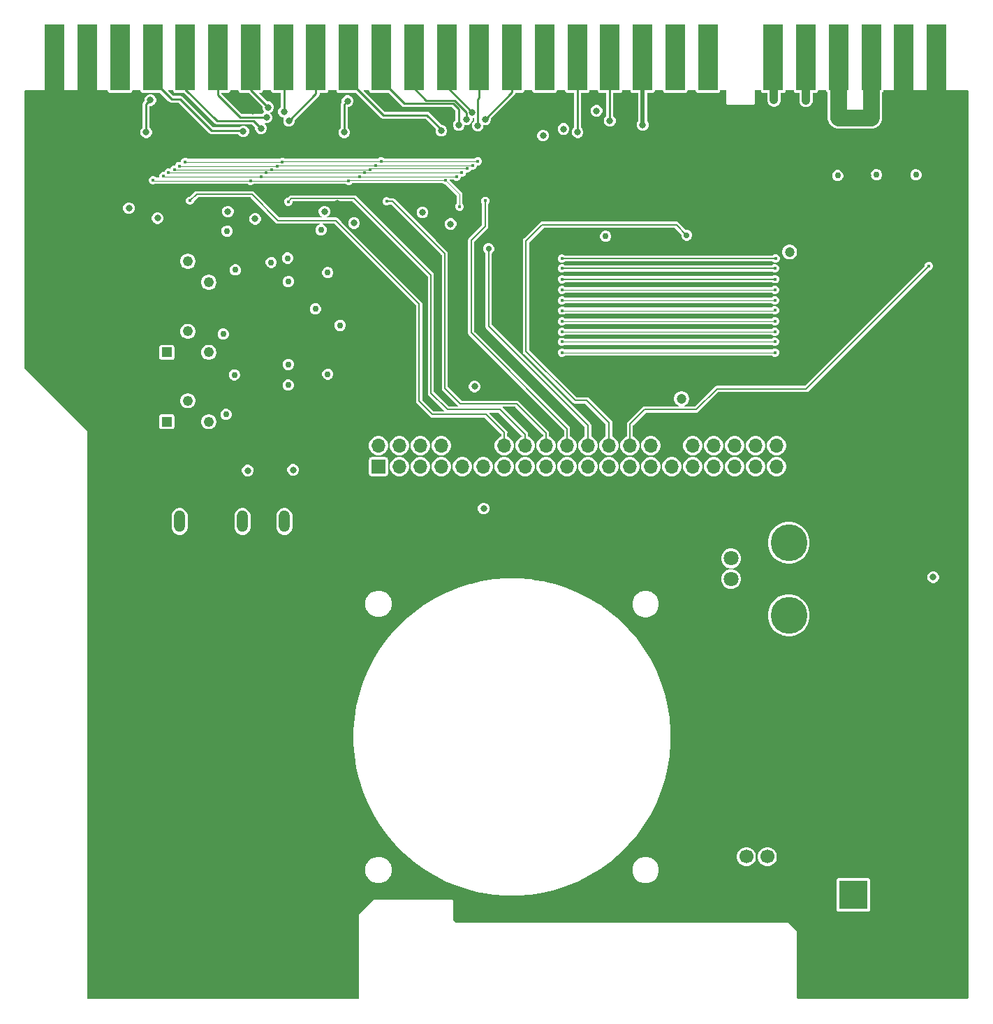
<source format=gbr>
%TF.GenerationSoftware,KiCad,Pcbnew,9.0.3*%
%TF.CreationDate,2025-07-10T15:06:49-06:00*%
%TF.ProjectId,mister-vector,6d697374-6572-42d7-9665-63746f722e6b,rev?*%
%TF.SameCoordinates,Original*%
%TF.FileFunction,Copper,L4,Bot*%
%TF.FilePolarity,Positive*%
%FSLAX46Y46*%
G04 Gerber Fmt 4.6, Leading zero omitted, Abs format (unit mm)*
G04 Created by KiCad (PCBNEW 9.0.3) date 2025-07-10 15:06:49*
%MOMM*%
%LPD*%
G01*
G04 APERTURE LIST*
G04 Aperture macros list*
%AMRoundRect*
0 Rectangle with rounded corners*
0 $1 Rounding radius*
0 $2 $3 $4 $5 $6 $7 $8 $9 X,Y pos of 4 corners*
0 Add a 4 corners polygon primitive as box body*
4,1,4,$2,$3,$4,$5,$6,$7,$8,$9,$2,$3,0*
0 Add four circle primitives for the rounded corners*
1,1,$1+$1,$2,$3*
1,1,$1+$1,$4,$5*
1,1,$1+$1,$6,$7*
1,1,$1+$1,$8,$9*
0 Add four rect primitives between the rounded corners*
20,1,$1+$1,$2,$3,$4,$5,0*
20,1,$1+$1,$4,$5,$6,$7,0*
20,1,$1+$1,$6,$7,$8,$9,0*
20,1,$1+$1,$8,$9,$2,$3,0*%
G04 Aperture macros list end*
%TA.AperFunction,ComponentPad*%
%ADD10C,1.800000*%
%TD*%
%TA.AperFunction,ComponentPad*%
%ADD11C,4.460000*%
%TD*%
%TA.AperFunction,ComponentPad*%
%ADD12C,0.800000*%
%TD*%
%TA.AperFunction,ComponentPad*%
%ADD13C,6.000000*%
%TD*%
%TA.AperFunction,ComponentPad*%
%ADD14R,3.500000X3.500000*%
%TD*%
%TA.AperFunction,ComponentPad*%
%ADD15RoundRect,0.750000X0.750000X1.000000X-0.750000X1.000000X-0.750000X-1.000000X0.750000X-1.000000X0*%
%TD*%
%TA.AperFunction,ComponentPad*%
%ADD16RoundRect,0.875000X0.875000X0.875000X-0.875000X0.875000X-0.875000X-0.875000X0.875000X-0.875000X0*%
%TD*%
%TA.AperFunction,ComponentPad*%
%ADD17R,1.700000X1.700000*%
%TD*%
%TA.AperFunction,ComponentPad*%
%ADD18C,1.700000*%
%TD*%
%TA.AperFunction,ComponentPad*%
%ADD19O,1.320800X2.641600*%
%TD*%
%TA.AperFunction,ComponentPad*%
%ADD20R,1.222000X1.222000*%
%TD*%
%TA.AperFunction,ComponentPad*%
%ADD21C,1.222000*%
%TD*%
%TA.AperFunction,SMDPad,CuDef*%
%ADD22R,2.350000X8.000000*%
%TD*%
%TA.AperFunction,ComponentPad*%
%ADD23O,1.700000X1.700000*%
%TD*%
%TA.AperFunction,ViaPad*%
%ADD24C,0.800000*%
%TD*%
%TA.AperFunction,ViaPad*%
%ADD25C,1.200000*%
%TD*%
%TA.AperFunction,ViaPad*%
%ADD26C,0.756400*%
%TD*%
%TA.AperFunction,ViaPad*%
%ADD27C,0.400000*%
%TD*%
%TA.AperFunction,ViaPad*%
%ADD28C,0.736600*%
%TD*%
%TA.AperFunction,Conductor*%
%ADD29C,2.000000*%
%TD*%
%TA.AperFunction,Conductor*%
%ADD30C,0.100000*%
%TD*%
%TA.AperFunction,Conductor*%
%ADD31C,0.200000*%
%TD*%
%TA.AperFunction,Conductor*%
%ADD32C,0.150000*%
%TD*%
%TA.AperFunction,Conductor*%
%ADD33C,0.250000*%
%TD*%
%TA.AperFunction,Conductor*%
%ADD34C,1.000000*%
%TD*%
%TA.AperFunction,Conductor*%
%ADD35C,0.500000*%
%TD*%
G04 APERTURE END LIST*
D10*
%TO.P,VR4,1,1*%
%TO.N,Net-(C40-Pad2)*%
X133808000Y-104731000D03*
%TO.P,VR4,2,2*%
%TO.N,Net-(R99-Pad2)*%
X133808000Y-107231000D03*
%TO.P,VR4,3,3*%
%TO.N,GND*%
X133808000Y-109731000D03*
D11*
%TO.P,VR4,4*%
%TO.N,N/C*%
X140808000Y-102831000D03*
%TO.P,VR4,5*%
X140808000Y-111631000D03*
%TD*%
D12*
%TO.P,H3,1,1*%
%TO.N,GND*%
X157139000Y-92711000D03*
X157798010Y-91120010D03*
X157798010Y-94301990D03*
X159389000Y-90461000D03*
D13*
X159389000Y-92711000D03*
D12*
X159389000Y-94961000D03*
X160979990Y-91120010D03*
X160979990Y-94301990D03*
X161639000Y-92711000D03*
%TD*%
D14*
%TO.P,J10,1*%
%TO.N,+5V*%
X148630000Y-145486000D03*
D15*
%TO.P,J10,2*%
%TO.N,GND*%
X154630000Y-145486000D03*
D16*
%TO.P,J10,3*%
X151630000Y-140786000D03*
%TD*%
D12*
%TO.P,H2,1,1*%
%TO.N,GND*%
X56682000Y-92711000D03*
X57341010Y-91120010D03*
X57341010Y-94301990D03*
X58932000Y-90461000D03*
D13*
X58932000Y-92711000D03*
D12*
X58932000Y-94961000D03*
X60522990Y-91120010D03*
X60522990Y-94301990D03*
X61182000Y-92711000D03*
%TD*%
D17*
%TO.P,J100,1,Pin_1*%
%TO.N,GND*%
X133128000Y-140886000D03*
D18*
%TO.P,J100,2,Pin_2*%
%TO.N,+5V*%
X135668000Y-140886000D03*
%TO.P,J100,3,Pin_3*%
%TO.N,unconnected-(J100-Pin_3-Pad3)*%
X138208000Y-140886000D03*
%TD*%
D19*
%TO.P,U1,1,+VIN*%
%TO.N,+5V*%
X66948000Y-100247000D03*
%TO.P,U1,2,-VIN*%
%TO.N,GND*%
X69488000Y-100247000D03*
%TO.P,U1,4,-VOUT*%
%TO.N,-12V*%
X74568000Y-100247000D03*
%TO.P,U1,5,COM*%
%TO.N,GND*%
X77108000Y-100247000D03*
%TO.P,U1,6,+VOUT*%
%TO.N,+12V*%
X79648000Y-100247000D03*
%TD*%
D12*
%TO.P,H4,1,1*%
%TO.N,GND*%
X56682000Y-154941000D03*
X57341010Y-153350010D03*
X57341010Y-156531990D03*
X58932000Y-152691000D03*
D13*
X58932000Y-154941000D03*
D12*
X58932000Y-157191000D03*
X60522990Y-153350010D03*
X60522990Y-156531990D03*
X61182000Y-154941000D03*
%TD*%
D20*
%TO.P,VR3,1*%
%TO.N,unconnected-(VR3-Pad1)*%
X65402500Y-88156000D03*
D21*
%TO.P,VR3,2*%
%TO.N,Net-(U13D--IN)*%
X67942500Y-85616000D03*
%TO.P,VR3,3*%
%TO.N,Net-(U13D-OUT)*%
X70482500Y-88156000D03*
%TD*%
D20*
%TO.P,VR2,1*%
%TO.N,unconnected-(VR2-Pad1)*%
X65402500Y-79756000D03*
D21*
%TO.P,VR2,2*%
%TO.N,Net-(U13C--IN)*%
X67942500Y-77216000D03*
%TO.P,VR2,3*%
%TO.N,Net-(U13C-OUT)*%
X70482500Y-79756000D03*
%TD*%
D20*
%TO.P,VR1,1*%
%TO.N,GND*%
X65402500Y-71256000D03*
D21*
%TO.P,VR1,2*%
%TO.N,Net-(U14D-+IN)*%
X67942500Y-68716000D03*
%TO.P,VR1,3*%
%TO.N,+3.3V*%
X70482500Y-71256000D03*
%TD*%
D12*
%TO.P,H1,1,1*%
%TO.N,GND*%
X157139000Y-154941000D03*
X157798010Y-153350010D03*
X157798010Y-156531990D03*
X159389000Y-152691000D03*
D13*
X159389000Y-154941000D03*
D12*
X159389000Y-157191000D03*
X160979990Y-153350010D03*
X160979990Y-156531990D03*
X161639000Y-154941000D03*
%TD*%
D22*
%TO.P,J8,A,GND*%
%TO.N,GND*%
X158724000Y-43986000D03*
%TO.P,J8,B,GND*%
X154764000Y-43986000D03*
%TO.P,J8,C,+5V*%
%TO.N,+5V*%
X150804000Y-43986000D03*
%TO.P,J8,D,+5V*%
X146844000Y-43986000D03*
%TO.P,J8,E,-5V*%
%TO.N,/-5V_NC*%
X142884000Y-43986000D03*
%TO.P,J8,F,+12V*%
%TO.N,/+12V_NC*%
X138924000Y-43986000D03*
%TO.P,J8,J,COIN_COUNTER_2*%
%TO.N,unconnected-(J8-COIN_COUNTER_2-PadJ)*%
X131004000Y-43986000D03*
%TO.P,J8,K,COIN_LOCKOUT_2*%
%TO.N,unconnected-(J8-COIN_LOCKOUT_2-PadK)*%
X127044000Y-43986000D03*
%TO.P,J8,L,SPEAKER-*%
%TO.N,/JAMMA_SPEAKER-*%
X123084000Y-43986000D03*
%TO.P,J8,M,TEST*%
%TO.N,/JAMMA_PIN_M(X)*%
X119124000Y-43986000D03*
%TO.P,J8,N,VIDEO_GREEN*%
%TO.N,/JAMMA_VIDEO_G*%
X115164000Y-43986000D03*
%TO.P,J8,P,VIDEO_SYNC*%
%TO.N,/JAMMA_VIDEO_SYNC*%
X111204000Y-43986000D03*
%TO.P,J8,R,SERVICE*%
%TO.N,/JAMMA_SERVICE*%
X107244000Y-43986000D03*
%TO.P,J8,S,COIN_4*%
%TO.N,/JAMMA_TILT*%
X103284000Y-43986000D03*
%TO.P,J8,T,COIN_2*%
%TO.N,/JAMMA_P2_COIN*%
X99324000Y-43986000D03*
%TO.P,J8,U,START_2*%
%TO.N,/JAMMA_P2_START*%
X95364000Y-43986000D03*
%TO.P,J8,V,P2_UP*%
%TO.N,/JAMMA_P2_U*%
X91404000Y-43986000D03*
%TO.P,J8,W,P2_DOWN*%
%TO.N,/JAMMA_P2_D*%
X87444000Y-43986000D03*
%TO.P,J8,X,P2_LEFT*%
%TO.N,/JAMMA_P2_L*%
X83484000Y-43986000D03*
%TO.P,J8,Y,P2_RIGHT*%
%TO.N,/JAMMA_P2_R*%
X79524000Y-43986000D03*
%TO.P,J8,Z,P2_BUTTON_1*%
%TO.N,/JAMMA_P2_BUTTON1*%
X75564000Y-43986000D03*
%TO.P,J8,a,P2_BUTTON_2*%
%TO.N,/JAMMA_P2_BUTTON2*%
X71604000Y-43986000D03*
%TO.P,J8,b,P2_BUTTON_3*%
%TO.N,/JAMMA_P2_BUTTON3*%
X67644000Y-43986000D03*
%TO.P,J8,c,P2_BUTTON_4*%
%TO.N,/JAMMA_P2_BUTTON4*%
X63684000Y-43986000D03*
%TO.P,J8,d,SLECT_DOWN*%
%TO.N,unconnected-(J8-SLECT_DOWN-Padd)*%
X59724000Y-43986000D03*
%TO.P,J8,e,GND*%
%TO.N,GND*%
X55764000Y-43986000D03*
%TO.P,J8,f,GND*%
X51804000Y-43986000D03*
%TD*%
D17*
%TO.P,J7,1,1*%
%TO.N,/LED_USER*%
X91063000Y-93600000D03*
D23*
%TO.P,J7,2,2*%
%TO.N,/AUDIO_L*%
X91063000Y-91060000D03*
%TO.P,J7,3,3*%
%TO.N,/LED_DISK*%
X93603000Y-93600000D03*
%TO.P,J7,4,4*%
%TO.N,/SD_DAT2*%
X93603000Y-91060000D03*
%TO.P,J7,5,5*%
%TO.N,/LED_POWER*%
X96143000Y-93600000D03*
%TO.P,J7,6,6*%
%TO.N,/SD_DAT3*%
X96143000Y-91060000D03*
%TO.P,J7,7,7*%
%TO.N,/AUDIO_R*%
X98683000Y-93600000D03*
%TO.P,J7,8,8*%
%TO.N,/SD_CMD*%
X98683000Y-91060000D03*
%TO.P,J7,9,9*%
%TO.N,/SPDIF*%
X101223000Y-93600000D03*
%TO.P,J7,10,10*%
%TO.N,GND*%
X101223000Y-91060000D03*
%TO.P,J7,11,11*%
%TO.N,Net-(J7-Pad11)*%
X103763000Y-93600000D03*
%TO.P,J7,12,12*%
%TO.N,GND*%
X103763000Y-91060000D03*
%TO.P,J7,13,13*%
%TO.N,/BTN_OSD*%
X106303000Y-93600000D03*
%TO.P,J7,14,14*%
%TO.N,/CLK_P10*%
X106303000Y-91060000D03*
%TO.P,J7,15,15*%
%TO.N,/BTN_USER*%
X108843000Y-93600000D03*
%TO.P,J7,16,16*%
%TO.N,/CLK_P20*%
X108843000Y-91060000D03*
%TO.P,J7,17,17*%
%TO.N,/BTN_RESET*%
X111383000Y-93600000D03*
%TO.P,J7,18,18*%
%TO.N,/CLK_P11*%
X111383000Y-91060000D03*
%TO.P,J7,19,19*%
%TO.N,unconnected-(J7-Pad19)*%
X113923000Y-93600000D03*
%TO.P,J7,20,20*%
%TO.N,/CLK_P21*%
X113923000Y-91060000D03*
%TO.P,J7,21,21*%
%TO.N,unconnected-(J7-Pad21)*%
X116463000Y-93600000D03*
%TO.P,J7,22,22*%
%TO.N,/CLK_X*%
X116463000Y-91060000D03*
%TO.P,J7,23,23*%
%TO.N,unconnected-(J7-Pad23)*%
X119003000Y-93600000D03*
%TO.P,J7,24,24*%
%TO.N,/CLK_Y*%
X119003000Y-91060000D03*
%TO.P,J7,25,25*%
%TO.N,unconnected-(J7-Pad25)*%
X121543000Y-93600000D03*
%TO.P,J7,26,26*%
%TO.N,/CLK_RGB*%
X121543000Y-91060000D03*
%TO.P,J7,27,27*%
%TO.N,unconnected-(J7-Pad27)*%
X124083000Y-93600000D03*
%TO.P,J7,28,28*%
%TO.N,unconnected-(J7-Pad28)*%
X124083000Y-91060000D03*
%TO.P,J7,29,29*%
%TO.N,Net-(J7-Pad29)*%
X126623000Y-93600000D03*
%TO.P,J7,30,30*%
%TO.N,GND*%
X126623000Y-91060000D03*
%TO.P,J7,31,31*%
%TO.N,/D9*%
X129163000Y-93600000D03*
%TO.P,J7,32,32*%
%TO.N,/D0*%
X129163000Y-91060000D03*
%TO.P,J7,33,33*%
%TO.N,/D8*%
X131703000Y-93600000D03*
%TO.P,J7,34,34*%
%TO.N,/D1*%
X131703000Y-91060000D03*
%TO.P,J7,35,35*%
%TO.N,/D7*%
X134243000Y-93600000D03*
%TO.P,J7,36,36*%
%TO.N,/D2*%
X134243000Y-91060000D03*
%TO.P,J7,37,37*%
%TO.N,/D6*%
X136783000Y-93600000D03*
%TO.P,J7,38,38*%
%TO.N,/D3*%
X136783000Y-91060000D03*
%TO.P,J7,39,39*%
%TO.N,/D5*%
X139323000Y-93600000D03*
%TO.P,J7,40,40*%
%TO.N,/D4*%
X139323000Y-91060000D03*
%TD*%
D24*
%TO.N,+5V*%
X72808000Y-62686000D03*
X150804000Y-51335998D03*
X84508000Y-62686000D03*
X158308000Y-107001000D03*
X146844000Y-51335998D03*
X148808000Y-51336000D03*
X96408000Y-62786000D03*
X103808000Y-98686000D03*
X60808000Y-62286000D03*
%TO.N,+3.3V*%
X88108000Y-64086000D03*
X99808000Y-64186000D03*
X102708000Y-83886000D03*
X76108000Y-63586000D03*
X64288000Y-63486000D03*
D25*
X140908000Y-67586000D03*
X127808000Y-85386000D03*
D24*
%TO.N,GND*%
X77896300Y-96855900D03*
X51804000Y-51286000D03*
X99808000Y-50386000D03*
X156744000Y-51317998D03*
X137808000Y-65486000D03*
X154208000Y-107061000D03*
X139508000Y-80986000D03*
X75008000Y-84386000D03*
X98708000Y-101286000D03*
X72308000Y-66086000D03*
X158808000Y-76686000D03*
X150408000Y-58286000D03*
X100708000Y-82786000D03*
X104508000Y-52786000D03*
X91008000Y-101286000D03*
X69208000Y-54386000D03*
X55764000Y-51286000D03*
X72408000Y-73586000D03*
X88108000Y-50486000D03*
X80208000Y-52786000D03*
X158724000Y-51317998D03*
X53784000Y-51286000D03*
X87908000Y-81286000D03*
X145808000Y-85486000D03*
X154764000Y-51317998D03*
X126544532Y-82713313D03*
X154208000Y-104461000D03*
X154208000Y-105761000D03*
X78696300Y-95155900D03*
X77096300Y-95155900D03*
X118708000Y-80986000D03*
X86108000Y-61711000D03*
X154208000Y-108261000D03*
X75808000Y-50486000D03*
X149208000Y-102786000D03*
X83708000Y-84286000D03*
X145508000Y-58286000D03*
X155108000Y-58286000D03*
X113708000Y-67086000D03*
X142208000Y-65586000D03*
X73408000Y-68486000D03*
X74808000Y-81286000D03*
X107244000Y-51616002D03*
X142408000Y-76786000D03*
X92908000Y-81086000D03*
X84008000Y-68086000D03*
X74208000Y-61886000D03*
X92108000Y-52686000D03*
X107244000Y-50414635D03*
X113808000Y-80986000D03*
X98008000Y-61786000D03*
X62408000Y-61786000D03*
X71808000Y-69886000D03*
X86708000Y-72186000D03*
X70348000Y-97048400D03*
X64408000Y-50486000D03*
%TO.N,+12V*%
X80708000Y-93986000D03*
D26*
X84908000Y-70086000D03*
X84908000Y-82386000D03*
D24*
%TO.N,-12V*%
X75208000Y-94086000D03*
D26*
X73708000Y-69766000D03*
X73608000Y-82486000D03*
D27*
%TO.N,/D5*%
X79408000Y-56652756D03*
X139123000Y-73471000D03*
X113308000Y-73486000D03*
X67585156Y-56652756D03*
X91364000Y-56586000D03*
X103108000Y-56586000D03*
D28*
%TO.N,/CLK_Y*%
X128440548Y-65553452D03*
D27*
%TO.N,/D7*%
X139123000Y-70871000D03*
X113308000Y-70886000D03*
%TO.N,/D2*%
X89359439Y-57979021D03*
X101163000Y-57986000D03*
X139123000Y-77271000D03*
X113308000Y-77286000D03*
X65608000Y-57979021D03*
X77455491Y-57979021D03*
%TO.N,/D8*%
X113308000Y-69586000D03*
X139123000Y-69571000D03*
%TO.N,/D9*%
X113308000Y-68386000D03*
X139208000Y-68371000D03*
%TO.N,/D1*%
X113308000Y-78486000D03*
X65016021Y-58379021D03*
X76858000Y-58486000D03*
X88808000Y-58467044D03*
X100526956Y-58467044D03*
X139123000Y-78471000D03*
D28*
%TO.N,/CLK_X*%
X104408000Y-67186000D03*
D27*
%TO.N,/D6*%
X113308000Y-72186000D03*
X139123000Y-72171000D03*
%TO.N,/D0*%
X75553000Y-58941000D03*
X63708000Y-58886000D03*
X99208000Y-58911000D03*
X87453000Y-58941000D03*
X139123000Y-79771000D03*
X113308000Y-79786000D03*
X100908000Y-62086000D03*
%TO.N,/CLK_RGB*%
X157808000Y-69286000D03*
%TO.N,/D4*%
X90708000Y-57086000D03*
X102463000Y-57086000D03*
X78808000Y-57154533D03*
X139123000Y-74671000D03*
X66908000Y-57154533D03*
X113308000Y-74686000D03*
%TO.N,/D3*%
X139123000Y-75971000D03*
X113308000Y-75986000D03*
X66306400Y-57579021D03*
X101808000Y-57486000D03*
X78108000Y-57579021D03*
X90008000Y-57579021D03*
D26*
%TO.N,/Vector Amplifiers/DAC_R*%
X80048000Y-68330000D03*
X146733000Y-58336000D03*
%TO.N,/Vector Amplifiers/DAC_G*%
X80132600Y-71168477D03*
X151433000Y-58236000D03*
%TO.N,/Vector Amplifiers/DAC_B*%
X156233000Y-58236000D03*
X78054800Y-68843387D03*
%TO.N,/Vector Amplifiers/DAC_Y*%
X118608000Y-65686000D03*
X80132600Y-83730000D03*
%TO.N,/Vector Amplifiers/DAC_X*%
X86408000Y-76486000D03*
X80132600Y-81230000D03*
D27*
%TO.N,/CLK_P20*%
X80108000Y-61486000D03*
%TO.N,/CLK_P11*%
X92059104Y-61453127D03*
%TO.N,/CLK_P21*%
X104008000Y-61386000D03*
%TO.N,/CLK_P10*%
X68208000Y-61386000D03*
D24*
%TO.N,/JAMMA_SERVICE*%
X104008000Y-51486000D03*
%TO.N,/JAMMA_TILT*%
X103100450Y-52261681D03*
%TO.N,/JAMMA_P2_R*%
X79608000Y-50586000D03*
%TO.N,/+12V_NC*%
X139024000Y-49186000D03*
%TO.N,/-5V_NC*%
X142908000Y-49236000D03*
%TO.N,/JAMMA_SPEAKER-*%
X123108000Y-52186000D03*
D26*
%TO.N,/JAMMA_VIDEO_G*%
X83408000Y-74486000D03*
D24*
X115208000Y-53086000D03*
D26*
%TO.N,/JAMMA_VIDEO_R*%
X84108000Y-64907800D03*
D24*
X113508000Y-52686000D03*
D26*
%TO.N,/JAMMA_VIDEO_B*%
X72698000Y-65064200D03*
D24*
X111008000Y-53486000D03*
%TO.N,/JAMMA_P2_D*%
X98670685Y-52897000D03*
%TO.N,/JAMMA_P2_BUTTON3*%
X76808000Y-52586000D03*
%TO.N,/JAMMA_P2_U*%
X100808000Y-52186000D03*
%TO.N,/JAMMA_P2_START*%
X101758000Y-51500203D03*
%TO.N,/JAMMA_P2_COIN*%
X102433000Y-50686000D03*
%TO.N,/JAMMA_P2_BUTTON2*%
X77483000Y-51286000D03*
%TO.N,/JAMMA_P2_BUTTON1*%
X77685298Y-50063298D03*
%TO.N,/JAMMA_P2_L*%
X80208000Y-51686000D03*
%TO.N,/JAMMA_P1_D*%
X87308000Y-49286000D03*
X86908000Y-53086000D03*
%TO.N,/JAMMA_PIN_M(X)*%
X119108000Y-51686000D03*
D26*
X72258000Y-77536000D03*
%TO.N,/JAMMA_PIN_11(Y)*%
X72598000Y-87286000D03*
D24*
X117508000Y-50486000D03*
%TO.N,/JAMMA_P2_BUTTON4*%
X74659820Y-52961000D03*
%TO.N,/JAMMA_P1_BUTTON4*%
X63408000Y-49186000D03*
X62908000Y-53086000D03*
%TD*%
D29*
%TO.N,+5V*%
X150803998Y-51336000D02*
X146844000Y-51336000D01*
X150804000Y-44586000D02*
X150804000Y-51336000D01*
X146844000Y-51336000D02*
X146844000Y-44586000D01*
X150804000Y-51335998D02*
X150803998Y-51336000D01*
%TO.N,GND*%
X55636000Y-51586000D02*
X55764000Y-51458000D01*
X51804000Y-44586000D02*
X51804000Y-51586000D01*
X154764000Y-44586000D02*
X154764000Y-51318000D01*
X154764000Y-51318000D02*
X158724000Y-51318000D01*
X51804000Y-51586000D02*
X55636000Y-51586000D01*
X158724000Y-51318000D02*
X158724000Y-44586000D01*
X55764000Y-51458000D02*
X55764000Y-44586000D01*
D30*
%TO.N,/D5*%
X113323000Y-73471000D02*
X113308000Y-73486000D01*
X79408000Y-56652756D02*
X79474756Y-56586000D01*
X79408000Y-56652756D02*
X67585156Y-56652756D01*
X79474756Y-56586000D02*
X103108000Y-56586000D01*
X139123000Y-73471000D02*
X113323000Y-73471000D01*
D31*
%TO.N,/CLK_Y*%
X108958000Y-79636000D02*
X114908000Y-85586000D01*
X119003000Y-91060000D02*
X119003000Y-88281000D01*
X108958000Y-66236000D02*
X108958000Y-79636000D01*
X110908000Y-64286000D02*
X108958000Y-66236000D01*
X119003000Y-88281000D02*
X116308000Y-85586000D01*
X128440548Y-65553452D02*
X127173095Y-64286000D01*
X127173095Y-64286000D02*
X110908000Y-64286000D01*
X116308000Y-85586000D02*
X114908000Y-85586000D01*
D32*
%TO.N,/D7*%
X113323000Y-70871000D02*
X113308000Y-70886000D01*
X139123000Y-70871000D02*
X113323000Y-70871000D01*
D30*
%TO.N,/D2*%
X113308000Y-77286000D02*
X139108000Y-77286000D01*
X77455491Y-57979021D02*
X101156021Y-57979021D01*
X139108000Y-77286000D02*
X139123000Y-77271000D01*
X101156021Y-57979021D02*
X101163000Y-57986000D01*
X77455491Y-57979021D02*
X65608000Y-57979021D01*
D32*
%TO.N,/D8*%
X113308000Y-69586000D02*
X139108000Y-69586000D01*
X139108000Y-69586000D02*
X139123000Y-69571000D01*
%TO.N,/D9*%
X113308000Y-68386000D02*
X113323000Y-68371000D01*
X113323000Y-68371000D02*
X139208000Y-68371000D01*
D30*
%TO.N,/D1*%
X139108000Y-78486000D02*
X139123000Y-78471000D01*
X65016021Y-58379021D02*
X65104044Y-58467044D01*
X65104044Y-58467044D02*
X100526956Y-58467044D01*
X113308000Y-78486000D02*
X139108000Y-78486000D01*
D31*
%TO.N,/CLK_X*%
X104408000Y-76586000D02*
X116463000Y-88641000D01*
X116463000Y-88641000D02*
X116463000Y-91060000D01*
X104408000Y-67186000D02*
X104408000Y-76586000D01*
D30*
%TO.N,/D6*%
X139108000Y-72186000D02*
X139123000Y-72171000D01*
X113308000Y-72186000D02*
X139108000Y-72186000D01*
%TO.N,/D0*%
X113323000Y-79771000D02*
X113308000Y-79786000D01*
X100908000Y-60611000D02*
X99208000Y-58911000D01*
X87453000Y-58941000D02*
X63763000Y-58941000D01*
X87483000Y-58911000D02*
X87453000Y-58941000D01*
X99208000Y-58911000D02*
X87483000Y-58911000D01*
X63763000Y-58941000D02*
X63708000Y-58886000D01*
X139123000Y-79771000D02*
X113323000Y-79771000D01*
X100908000Y-62086000D02*
X100908000Y-60611000D01*
D32*
%TO.N,/CLK_RGB*%
X129608000Y-86686000D02*
X123308000Y-86686000D01*
X123308000Y-86686000D02*
X121543000Y-88451000D01*
X121543000Y-88451000D02*
X121543000Y-91060000D01*
X129608000Y-86686000D02*
X132108000Y-84186000D01*
X142908000Y-84186000D02*
X157808000Y-69286000D01*
X132108000Y-84186000D02*
X142908000Y-84186000D01*
D30*
%TO.N,/D4*%
X78876533Y-57086000D02*
X102463000Y-57086000D01*
X66908000Y-57154533D02*
X78808000Y-57154533D01*
X139108000Y-74686000D02*
X139123000Y-74671000D01*
X78808000Y-57154533D02*
X78876533Y-57086000D01*
X113308000Y-74686000D02*
X139108000Y-74686000D01*
%TO.N,/D3*%
X78108000Y-57579021D02*
X90008000Y-57579021D01*
X90008000Y-57579021D02*
X90101021Y-57486000D01*
X139108000Y-75986000D02*
X139123000Y-75971000D01*
X113308000Y-75986000D02*
X139108000Y-75986000D01*
X90101021Y-57486000D02*
X101808000Y-57486000D01*
X66306400Y-57579021D02*
X78108000Y-57579021D01*
D32*
%TO.N,/CLK_P20*%
X105808000Y-86686000D02*
X99408000Y-86686000D01*
X108843000Y-89721000D02*
X105808000Y-86686000D01*
X97408000Y-70386000D02*
X88108000Y-61086000D01*
X108843000Y-91060000D02*
X108843000Y-89721000D01*
X80508000Y-61086000D02*
X80108000Y-61486000D01*
X97408000Y-84686000D02*
X97408000Y-70386000D01*
X99408000Y-86686000D02*
X97408000Y-84686000D01*
X88108000Y-61086000D02*
X80508000Y-61086000D01*
%TO.N,/CLK_P11*%
X111383000Y-89561000D02*
X111383000Y-91060000D01*
X107808000Y-85986000D02*
X111383000Y-89561000D01*
X92059104Y-61453127D02*
X92775127Y-61453127D01*
X99108000Y-84086000D02*
X101008000Y-85986000D01*
X99108000Y-67786000D02*
X99108000Y-84086000D01*
X92775127Y-61453127D02*
X99108000Y-67786000D01*
X101008000Y-85986000D02*
X107808000Y-85986000D01*
%TO.N,/CLK_P21*%
X102308000Y-66186000D02*
X102308000Y-77386000D01*
X102308000Y-77386000D02*
X113923000Y-89001000D01*
X104008000Y-64486000D02*
X102308000Y-66186000D01*
X104008000Y-61386000D02*
X104008000Y-64486000D01*
X113923000Y-89001000D02*
X113923000Y-91060000D01*
%TO.N,/CLK_P10*%
X78908000Y-63786000D02*
X85908000Y-63786000D01*
X106303000Y-89491000D02*
X106303000Y-91060000D01*
X106308000Y-89486000D02*
X106303000Y-89491000D01*
X75708000Y-60586000D02*
X78908000Y-63786000D01*
X68208000Y-61386000D02*
X69008000Y-60586000D01*
X85908000Y-63786000D02*
X96008000Y-73886000D01*
X96008000Y-85686000D02*
X97608000Y-87286000D01*
X97608000Y-87286000D02*
X104108000Y-87286000D01*
X104108000Y-87286000D02*
X106308000Y-89486000D01*
X69008000Y-60586000D02*
X75708000Y-60586000D01*
X96008000Y-73886000D02*
X96008000Y-85686000D01*
D33*
%TO.N,/JAMMA_SERVICE*%
X107244000Y-48250000D02*
X104008000Y-51486000D01*
X107244000Y-43986000D02*
X107244000Y-48250000D01*
%TO.N,/JAMMA_TILT*%
X103108000Y-52254131D02*
X103100450Y-52261681D01*
X103284000Y-48910000D02*
X103108000Y-49086000D01*
X103108000Y-49086000D02*
X103108000Y-52254131D01*
X103284000Y-43986000D02*
X103284000Y-48910000D01*
%TO.N,/JAMMA_P2_R*%
X79608000Y-44670000D02*
X79608000Y-50586000D01*
D34*
%TO.N,/+12V_NC*%
X139024000Y-49186000D02*
X139024000Y-44086000D01*
%TO.N,/-5V_NC*%
X142908000Y-49236000D02*
X142908000Y-44136000D01*
D35*
%TO.N,/JAMMA_SPEAKER-*%
X123084000Y-43986000D02*
X123084000Y-52162000D01*
X123084000Y-52162000D02*
X123108000Y-52186000D01*
D33*
%TO.N,/JAMMA_VIDEO_G*%
X115164000Y-43986000D02*
X115164000Y-53042000D01*
X115164000Y-53042000D02*
X115208000Y-53086000D01*
%TO.N,/JAMMA_P2_D*%
X96908000Y-50986000D02*
X98670685Y-52748685D01*
X91619000Y-50986000D02*
X96908000Y-50986000D01*
X87444000Y-46811000D02*
X91619000Y-50986000D01*
X98670685Y-52748685D02*
X98670685Y-52897000D01*
%TO.N,/JAMMA_P2_BUTTON3*%
X76808000Y-52586000D02*
X75908000Y-51686000D01*
X71482978Y-51686000D02*
X67644000Y-47847022D01*
X75908000Y-51686000D02*
X71482978Y-51686000D01*
%TO.N,/JAMMA_P2_U*%
X100808000Y-50286000D02*
X100808000Y-52186000D01*
X94204000Y-49611000D02*
X100133000Y-49611000D01*
X91404000Y-46811000D02*
X94204000Y-49611000D01*
X100133000Y-49611000D02*
X100808000Y-50286000D01*
%TO.N,/JAMMA_P2_START*%
X95364000Y-47742000D02*
X96833000Y-49211000D01*
X101758000Y-50670315D02*
X101758000Y-51500203D01*
X96833000Y-49211000D02*
X100298685Y-49211000D01*
X100298685Y-49211000D02*
X101758000Y-50670315D01*
%TO.N,/JAMMA_P2_COIN*%
X102433000Y-50686000D02*
X99324000Y-47577000D01*
%TO.N,/JAMMA_P2_BUTTON2*%
X71604000Y-48566000D02*
X74324000Y-51286000D01*
X74324000Y-51286000D02*
X77483000Y-51286000D01*
X71604000Y-44586000D02*
X71604000Y-48566000D01*
%TO.N,/JAMMA_P2_BUTTON1*%
X75564000Y-44586000D02*
X75564000Y-47942000D01*
X75564000Y-47942000D02*
X77685298Y-50063298D01*
%TO.N,/JAMMA_P2_L*%
X83484000Y-44586000D02*
X83484000Y-48410000D01*
X83484000Y-48410000D02*
X80208000Y-51686000D01*
%TO.N,/JAMMA_P1_D*%
X86908000Y-49686000D02*
X87308000Y-49286000D01*
X86908000Y-53086000D02*
X86908000Y-49686000D01*
%TO.N,/JAMMA_PIN_M(X)*%
X119124000Y-51670000D02*
X119108000Y-51686000D01*
X119124000Y-43986000D02*
X119124000Y-51670000D01*
%TO.N,/JAMMA_P2_BUTTON4*%
X74584820Y-52886000D02*
X74659820Y-52961000D01*
X63684000Y-46811000D02*
X65959000Y-49086000D01*
X65959000Y-49086000D02*
X67008000Y-49086000D01*
X70808000Y-52886000D02*
X74584820Y-52886000D01*
X67008000Y-49086000D02*
X70808000Y-52886000D01*
%TO.N,/JAMMA_P1_BUTTON4*%
X63408000Y-49186000D02*
X62908000Y-49686000D01*
X62908000Y-49686000D02*
X62908000Y-53086000D01*
%TD*%
%TA.AperFunction,Conductor*%
%TO.N,GND*%
G36*
X58237048Y-48000352D02*
G01*
X58250457Y-48025438D01*
X58265935Y-48103249D01*
X58292537Y-48143062D01*
X58332351Y-48202648D01*
X58372165Y-48229250D01*
X58431751Y-48269065D01*
X58519404Y-48286500D01*
X58519407Y-48286500D01*
X60928593Y-48286500D01*
X60928596Y-48286500D01*
X61016249Y-48269065D01*
X61115648Y-48202648D01*
X61182065Y-48103249D01*
X61197542Y-48025439D01*
X61218377Y-47994258D01*
X61245600Y-47986000D01*
X62162400Y-47986000D01*
X62197048Y-48000352D01*
X62210457Y-48025438D01*
X62225935Y-48103249D01*
X62252537Y-48143062D01*
X62292351Y-48202648D01*
X62332165Y-48229250D01*
X62391751Y-48269065D01*
X62479404Y-48286500D01*
X64537457Y-48286500D01*
X64572105Y-48300852D01*
X65598279Y-49327026D01*
X65717971Y-49446719D01*
X65717972Y-49446719D01*
X65717974Y-49446721D01*
X65874363Y-49511500D01*
X66811456Y-49511500D01*
X66846104Y-49525852D01*
X70566971Y-53246720D01*
X70566973Y-53246721D01*
X70566974Y-53246722D01*
X70723363Y-53311500D01*
X70892637Y-53311500D01*
X74014044Y-53311500D01*
X74048692Y-53325852D01*
X74059313Y-53341746D01*
X74065964Y-53357802D01*
X74065965Y-53357804D01*
X74263015Y-53554854D01*
X74263017Y-53554855D01*
X74263018Y-53554856D01*
X74520482Y-53661500D01*
X74520484Y-53661500D01*
X74799156Y-53661500D01*
X74799158Y-53661500D01*
X75056622Y-53554856D01*
X75056623Y-53554854D01*
X75056625Y-53554854D01*
X75253674Y-53357805D01*
X75253674Y-53357803D01*
X75253676Y-53357802D01*
X75360320Y-53100338D01*
X75360320Y-52821662D01*
X75253676Y-52564198D01*
X75253675Y-52564197D01*
X75253674Y-52564195D01*
X75056625Y-52367146D01*
X75056622Y-52367144D01*
X74799161Y-52260501D01*
X74799159Y-52260500D01*
X74799158Y-52260500D01*
X74520482Y-52260500D01*
X74520480Y-52260500D01*
X74520478Y-52260501D01*
X74263017Y-52367144D01*
X74263015Y-52367145D01*
X74184014Y-52446148D01*
X74149366Y-52460500D01*
X71004544Y-52460500D01*
X70969896Y-52446148D01*
X67249028Y-48725279D01*
X67203221Y-48706305D01*
X67203221Y-48706304D01*
X67092640Y-48660501D01*
X67092638Y-48660500D01*
X67092637Y-48660500D01*
X67092635Y-48660500D01*
X66155543Y-48660500D01*
X66120895Y-48646148D01*
X65544396Y-48069648D01*
X65530044Y-48035000D01*
X65544396Y-48000352D01*
X65579044Y-47986000D01*
X66122400Y-47986000D01*
X66157048Y-48000352D01*
X66170457Y-48025438D01*
X66185935Y-48103249D01*
X66212537Y-48143062D01*
X66252351Y-48202648D01*
X66292165Y-48229250D01*
X66351751Y-48269065D01*
X66439404Y-48286500D01*
X67461434Y-48286500D01*
X67496082Y-48300852D01*
X71241949Y-52046720D01*
X71241951Y-52046721D01*
X71241952Y-52046722D01*
X71398341Y-52111500D01*
X75711456Y-52111500D01*
X75746104Y-52125852D01*
X76093148Y-52472896D01*
X76107500Y-52507544D01*
X76107500Y-52725338D01*
X76107500Y-52725340D01*
X76107501Y-52725341D01*
X76214144Y-52982802D01*
X76214146Y-52982805D01*
X76411195Y-53179854D01*
X76411197Y-53179855D01*
X76411198Y-53179856D01*
X76668662Y-53286500D01*
X76668664Y-53286500D01*
X76947336Y-53286500D01*
X76947338Y-53286500D01*
X77204802Y-53179856D01*
X77204803Y-53179854D01*
X77204805Y-53179854D01*
X77401854Y-52982805D01*
X77401854Y-52982803D01*
X77401856Y-52982802D01*
X77416826Y-52946660D01*
X86207500Y-52946660D01*
X86207500Y-52946662D01*
X86207500Y-53225338D01*
X86207500Y-53225340D01*
X86207501Y-53225341D01*
X86314144Y-53482802D01*
X86314146Y-53482805D01*
X86511195Y-53679854D01*
X86511197Y-53679855D01*
X86511198Y-53679856D01*
X86768662Y-53786500D01*
X86768664Y-53786500D01*
X87047336Y-53786500D01*
X87047338Y-53786500D01*
X87304802Y-53679856D01*
X87304803Y-53679854D01*
X87304805Y-53679854D01*
X87501854Y-53482805D01*
X87501854Y-53482803D01*
X87501856Y-53482802D01*
X87608500Y-53225338D01*
X87608500Y-52946662D01*
X87501856Y-52689198D01*
X87501855Y-52689197D01*
X87501854Y-52689195D01*
X87347852Y-52535193D01*
X87333500Y-52500545D01*
X87333500Y-50035500D01*
X87347852Y-50000852D01*
X87382500Y-49986500D01*
X87447336Y-49986500D01*
X87447338Y-49986500D01*
X87704802Y-49879856D01*
X87704803Y-49879854D01*
X87704805Y-49879854D01*
X87901854Y-49682805D01*
X87901854Y-49682803D01*
X87901856Y-49682802D01*
X88008500Y-49425338D01*
X88008500Y-49146662D01*
X87901856Y-48889198D01*
X87901855Y-48889197D01*
X87901854Y-48889195D01*
X87704805Y-48692146D01*
X87704802Y-48692144D01*
X87447341Y-48585501D01*
X87447339Y-48585500D01*
X87447338Y-48585500D01*
X87168662Y-48585500D01*
X87168660Y-48585500D01*
X87168658Y-48585501D01*
X86911197Y-48692144D01*
X86714144Y-48889197D01*
X86607501Y-49146658D01*
X86607500Y-49146664D01*
X86607500Y-49364455D01*
X86595700Y-49396348D01*
X86594473Y-49397778D01*
X86547279Y-49444973D01*
X86543975Y-49452950D01*
X86540987Y-49460162D01*
X86540987Y-49460163D01*
X86482500Y-49601361D01*
X86482500Y-52500545D01*
X86468148Y-52535193D01*
X86314144Y-52689197D01*
X86207501Y-52946658D01*
X86207500Y-52946660D01*
X77416826Y-52946660D01*
X77508500Y-52725338D01*
X77508500Y-52446662D01*
X77401856Y-52189198D01*
X77401855Y-52189197D01*
X77401854Y-52189195D01*
X77271168Y-52058509D01*
X77256816Y-52023861D01*
X77271168Y-51989213D01*
X77305816Y-51974861D01*
X77324567Y-51978590D01*
X77343662Y-51986500D01*
X77343664Y-51986500D01*
X77622336Y-51986500D01*
X77622338Y-51986500D01*
X77879802Y-51879856D01*
X77879803Y-51879854D01*
X77879805Y-51879854D01*
X78076854Y-51682805D01*
X78076854Y-51682803D01*
X78076856Y-51682802D01*
X78183500Y-51425338D01*
X78183500Y-51146662D01*
X78076856Y-50889198D01*
X78076855Y-50889197D01*
X78076854Y-50889195D01*
X77966166Y-50778507D01*
X77951814Y-50743859D01*
X77966166Y-50709211D01*
X77982059Y-50698591D01*
X78082100Y-50657154D01*
X78082101Y-50657152D01*
X78082103Y-50657152D01*
X78279152Y-50460103D01*
X78279152Y-50460101D01*
X78279154Y-50460100D01*
X78385798Y-50202636D01*
X78385798Y-49923960D01*
X78279154Y-49666496D01*
X78279153Y-49666495D01*
X78279152Y-49666493D01*
X78082103Y-49469444D01*
X78082100Y-49469442D01*
X77824639Y-49362799D01*
X77824637Y-49362798D01*
X77824636Y-49362798D01*
X77824634Y-49362798D01*
X77606842Y-49362798D01*
X77572194Y-49348446D01*
X76593896Y-48370148D01*
X76579544Y-48335500D01*
X76593896Y-48300852D01*
X76628544Y-48286500D01*
X76768593Y-48286500D01*
X76768596Y-48286500D01*
X76856249Y-48269065D01*
X76955648Y-48202648D01*
X77022065Y-48103249D01*
X77037542Y-48025439D01*
X77058377Y-47994258D01*
X77085600Y-47986000D01*
X78002400Y-47986000D01*
X78037048Y-48000352D01*
X78050457Y-48025438D01*
X78065935Y-48103249D01*
X78092537Y-48143062D01*
X78132351Y-48202648D01*
X78172165Y-48229250D01*
X78231751Y-48269065D01*
X78319404Y-48286500D01*
X79133500Y-48286500D01*
X79168148Y-48300852D01*
X79182500Y-48335500D01*
X79182500Y-50000545D01*
X79168148Y-50035193D01*
X79014144Y-50189197D01*
X78907501Y-50446658D01*
X78907500Y-50446660D01*
X78907500Y-50446662D01*
X78907500Y-50725338D01*
X78907500Y-50725340D01*
X78907501Y-50725341D01*
X79014144Y-50982802D01*
X79014146Y-50982805D01*
X79211195Y-51179854D01*
X79211197Y-51179855D01*
X79211198Y-51179856D01*
X79468662Y-51286500D01*
X79541928Y-51286500D01*
X79576576Y-51300852D01*
X79590928Y-51335500D01*
X79587198Y-51354251D01*
X79507501Y-51546658D01*
X79507500Y-51546660D01*
X79507500Y-51546662D01*
X79507500Y-51825338D01*
X79507500Y-51825340D01*
X79507501Y-51825341D01*
X79614144Y-52082802D01*
X79614146Y-52082805D01*
X79811195Y-52279854D01*
X79811197Y-52279855D01*
X79811198Y-52279856D01*
X80068662Y-52386500D01*
X80068664Y-52386500D01*
X80347336Y-52386500D01*
X80347338Y-52386500D01*
X80604802Y-52279856D01*
X80604803Y-52279854D01*
X80604805Y-52279854D01*
X80801854Y-52082805D01*
X80801854Y-52082803D01*
X80801856Y-52082802D01*
X80908500Y-51825338D01*
X80908500Y-51607544D01*
X80922852Y-51572896D01*
X83844720Y-48651028D01*
X83844722Y-48651026D01*
X83909500Y-48494637D01*
X83909500Y-48335500D01*
X83923852Y-48300852D01*
X83958500Y-48286500D01*
X84688593Y-48286500D01*
X84688596Y-48286500D01*
X84776249Y-48269065D01*
X84875648Y-48202648D01*
X84942065Y-48103249D01*
X84957542Y-48025439D01*
X84978377Y-47994258D01*
X85005600Y-47986000D01*
X85922400Y-47986000D01*
X85957048Y-48000352D01*
X85970457Y-48025438D01*
X85985935Y-48103249D01*
X86012537Y-48143062D01*
X86052351Y-48202648D01*
X86092165Y-48229250D01*
X86151751Y-48269065D01*
X86239404Y-48286500D01*
X88297456Y-48286500D01*
X88332104Y-48300852D01*
X91377971Y-51346720D01*
X91377973Y-51346721D01*
X91377974Y-51346722D01*
X91534363Y-51411500D01*
X91703637Y-51411500D01*
X96711456Y-51411500D01*
X96746104Y-51425852D01*
X97978586Y-52658334D01*
X97992938Y-52692982D01*
X97989209Y-52711731D01*
X97970185Y-52757662D01*
X97970185Y-53036338D01*
X97970185Y-53036340D01*
X97970186Y-53036341D01*
X98076829Y-53293802D01*
X98076831Y-53293805D01*
X98273880Y-53490854D01*
X98273882Y-53490855D01*
X98273883Y-53490856D01*
X98531347Y-53597500D01*
X98531349Y-53597500D01*
X98810021Y-53597500D01*
X98810023Y-53597500D01*
X99067487Y-53490856D01*
X99067488Y-53490854D01*
X99067490Y-53490854D01*
X99211684Y-53346660D01*
X110307500Y-53346660D01*
X110307500Y-53346662D01*
X110307500Y-53625338D01*
X110307500Y-53625340D01*
X110307501Y-53625341D01*
X110414144Y-53882802D01*
X110414146Y-53882805D01*
X110611195Y-54079854D01*
X110611197Y-54079855D01*
X110611198Y-54079856D01*
X110868662Y-54186500D01*
X110868664Y-54186500D01*
X111147336Y-54186500D01*
X111147338Y-54186500D01*
X111404802Y-54079856D01*
X111404803Y-54079854D01*
X111404805Y-54079854D01*
X111601854Y-53882805D01*
X111601854Y-53882803D01*
X111601856Y-53882802D01*
X111708500Y-53625338D01*
X111708500Y-53346662D01*
X111601856Y-53089198D01*
X111601855Y-53089197D01*
X111601854Y-53089195D01*
X111404805Y-52892146D01*
X111404802Y-52892144D01*
X111147341Y-52785501D01*
X111147339Y-52785500D01*
X111147338Y-52785500D01*
X110868662Y-52785500D01*
X110868660Y-52785500D01*
X110868658Y-52785501D01*
X110611197Y-52892144D01*
X110414144Y-53089197D01*
X110307501Y-53346658D01*
X110307500Y-53346660D01*
X99211684Y-53346660D01*
X99264539Y-53293805D01*
X99264539Y-53293803D01*
X99264541Y-53293802D01*
X99371185Y-53036338D01*
X99371185Y-52757662D01*
X99264541Y-52500198D01*
X99264540Y-52500197D01*
X99264539Y-52500195D01*
X99067490Y-52303146D01*
X99067487Y-52303144D01*
X98810026Y-52196501D01*
X98810024Y-52196500D01*
X98810023Y-52196500D01*
X98810021Y-52196500D01*
X98740544Y-52196500D01*
X98705896Y-52182148D01*
X97149029Y-50625280D01*
X97149027Y-50625279D01*
X97091288Y-50601363D01*
X96992638Y-50560500D01*
X96992637Y-50560500D01*
X91815544Y-50560500D01*
X91780896Y-50546148D01*
X89304396Y-48069648D01*
X89290044Y-48035000D01*
X89304396Y-48000352D01*
X89339044Y-47986000D01*
X89882400Y-47986000D01*
X89917048Y-48000352D01*
X89930457Y-48025438D01*
X89945935Y-48103249D01*
X89972537Y-48143062D01*
X90012351Y-48202648D01*
X90052165Y-48229250D01*
X90111751Y-48269065D01*
X90199404Y-48286500D01*
X92257456Y-48286500D01*
X92292104Y-48300852D01*
X93962970Y-49971719D01*
X93962971Y-49971719D01*
X93962973Y-49971721D01*
X93979728Y-49978661D01*
X94119363Y-50036500D01*
X99936456Y-50036500D01*
X99971104Y-50050852D01*
X100368148Y-50447896D01*
X100382500Y-50482544D01*
X100382500Y-51600545D01*
X100368148Y-51635193D01*
X100214144Y-51789197D01*
X100107501Y-52046658D01*
X100107500Y-52046660D01*
X100107500Y-52046662D01*
X100107500Y-52325338D01*
X100107500Y-52325340D01*
X100107501Y-52325341D01*
X100214144Y-52582802D01*
X100214146Y-52582805D01*
X100411195Y-52779854D01*
X100411197Y-52779855D01*
X100411198Y-52779856D01*
X100668662Y-52886500D01*
X100668664Y-52886500D01*
X100947336Y-52886500D01*
X100947338Y-52886500D01*
X101204802Y-52779856D01*
X101204803Y-52779854D01*
X101204805Y-52779854D01*
X101401854Y-52582805D01*
X101401854Y-52582803D01*
X101401856Y-52582802D01*
X101508500Y-52325338D01*
X101508500Y-52228406D01*
X101522852Y-52193758D01*
X101557500Y-52179406D01*
X101576251Y-52183135D01*
X101618662Y-52200703D01*
X101618664Y-52200703D01*
X101897336Y-52200703D01*
X101897338Y-52200703D01*
X102154802Y-52094059D01*
X102154803Y-52094057D01*
X102154805Y-52094057D01*
X102351854Y-51897008D01*
X102351854Y-51897006D01*
X102351856Y-51897005D01*
X102458500Y-51639541D01*
X102458500Y-51435500D01*
X102472852Y-51400852D01*
X102507500Y-51386500D01*
X102572336Y-51386500D01*
X102572338Y-51386500D01*
X102614748Y-51368933D01*
X102652251Y-51368933D01*
X102678770Y-51395451D01*
X102682500Y-51414203D01*
X102682500Y-51668676D01*
X102668148Y-51703324D01*
X102506594Y-51864878D01*
X102399951Y-52122339D01*
X102399950Y-52122341D01*
X102399950Y-52122343D01*
X102399950Y-52401019D01*
X102399950Y-52401021D01*
X102399951Y-52401022D01*
X102506594Y-52658483D01*
X102506596Y-52658486D01*
X102703645Y-52855535D01*
X102703647Y-52855536D01*
X102703648Y-52855537D01*
X102961112Y-52962181D01*
X102961114Y-52962181D01*
X103239786Y-52962181D01*
X103239788Y-52962181D01*
X103497252Y-52855537D01*
X103497253Y-52855535D01*
X103497255Y-52855535D01*
X103694304Y-52658486D01*
X103694304Y-52658484D01*
X103694306Y-52658483D01*
X103740624Y-52546660D01*
X112807500Y-52546660D01*
X112807500Y-52546662D01*
X112807500Y-52825338D01*
X112807500Y-52825340D01*
X112807501Y-52825341D01*
X112914144Y-53082802D01*
X112914146Y-53082805D01*
X113111195Y-53279854D01*
X113111197Y-53279855D01*
X113111198Y-53279856D01*
X113368662Y-53386500D01*
X113368664Y-53386500D01*
X113647336Y-53386500D01*
X113647338Y-53386500D01*
X113904802Y-53279856D01*
X113904803Y-53279854D01*
X113904805Y-53279854D01*
X114101854Y-53082805D01*
X114101854Y-53082803D01*
X114101856Y-53082802D01*
X114208500Y-52825338D01*
X114208500Y-52546662D01*
X114101856Y-52289198D01*
X114101855Y-52289197D01*
X114101854Y-52289195D01*
X113904805Y-52092146D01*
X113904802Y-52092144D01*
X113647341Y-51985501D01*
X113647339Y-51985500D01*
X113647338Y-51985500D01*
X113368662Y-51985500D01*
X113368660Y-51985500D01*
X113368658Y-51985501D01*
X113111197Y-52092144D01*
X112914144Y-52289197D01*
X112807501Y-52546658D01*
X112807500Y-52546660D01*
X103740624Y-52546660D01*
X103800950Y-52401019D01*
X103800950Y-52231786D01*
X103815302Y-52197138D01*
X103849950Y-52182786D01*
X103863926Y-52185566D01*
X103863928Y-52185558D01*
X103868660Y-52186499D01*
X103868662Y-52186500D01*
X103868664Y-52186500D01*
X104147336Y-52186500D01*
X104147338Y-52186500D01*
X104404802Y-52079856D01*
X104404803Y-52079854D01*
X104404805Y-52079854D01*
X104601854Y-51882805D01*
X104601854Y-51882803D01*
X104601856Y-51882802D01*
X104708500Y-51625338D01*
X104708500Y-51407544D01*
X104722852Y-51372896D01*
X107604719Y-48491029D01*
X107604721Y-48491027D01*
X107623694Y-48445221D01*
X107669500Y-48334637D01*
X107669500Y-48334632D01*
X107670441Y-48329904D01*
X107671713Y-48330157D01*
X107683852Y-48300852D01*
X107718500Y-48286500D01*
X108448593Y-48286500D01*
X108448596Y-48286500D01*
X108536249Y-48269065D01*
X108635648Y-48202648D01*
X108702065Y-48103249D01*
X108717542Y-48025439D01*
X108738377Y-47994258D01*
X108765600Y-47986000D01*
X109682400Y-47986000D01*
X109717048Y-48000352D01*
X109730457Y-48025438D01*
X109745935Y-48103249D01*
X109772537Y-48143062D01*
X109812351Y-48202648D01*
X109852165Y-48229250D01*
X109911751Y-48269065D01*
X109999404Y-48286500D01*
X109999407Y-48286500D01*
X112408593Y-48286500D01*
X112408596Y-48286500D01*
X112496249Y-48269065D01*
X112595648Y-48202648D01*
X112662065Y-48103249D01*
X112677542Y-48025439D01*
X112698377Y-47994258D01*
X112725600Y-47986000D01*
X113642400Y-47986000D01*
X113677048Y-48000352D01*
X113690457Y-48025438D01*
X113705935Y-48103249D01*
X113732537Y-48143062D01*
X113772351Y-48202648D01*
X113812165Y-48229250D01*
X113871751Y-48269065D01*
X113959404Y-48286500D01*
X114689500Y-48286500D01*
X114724148Y-48300852D01*
X114738500Y-48335500D01*
X114738500Y-52544545D01*
X114724148Y-52579193D01*
X114614144Y-52689197D01*
X114507501Y-52946658D01*
X114507500Y-52946660D01*
X114507500Y-52946662D01*
X114507500Y-53225338D01*
X114507500Y-53225340D01*
X114507501Y-53225341D01*
X114614144Y-53482802D01*
X114614146Y-53482805D01*
X114811195Y-53679854D01*
X114811197Y-53679855D01*
X114811198Y-53679856D01*
X115068662Y-53786500D01*
X115068664Y-53786500D01*
X115347336Y-53786500D01*
X115347338Y-53786500D01*
X115604802Y-53679856D01*
X115604803Y-53679854D01*
X115604805Y-53679854D01*
X115801854Y-53482805D01*
X115801854Y-53482803D01*
X115801856Y-53482802D01*
X115908500Y-53225338D01*
X115908500Y-52946662D01*
X115801856Y-52689198D01*
X115801855Y-52689197D01*
X115801854Y-52689195D01*
X115603852Y-52491193D01*
X115589500Y-52456545D01*
X115589500Y-50346660D01*
X116807500Y-50346660D01*
X116807500Y-50346662D01*
X116807500Y-50625338D01*
X116807500Y-50625340D01*
X116807501Y-50625341D01*
X116914144Y-50882802D01*
X116914146Y-50882805D01*
X117111195Y-51079854D01*
X117111197Y-51079855D01*
X117111198Y-51079856D01*
X117368662Y-51186500D01*
X117368664Y-51186500D01*
X117647336Y-51186500D01*
X117647338Y-51186500D01*
X117904802Y-51079856D01*
X117904803Y-51079854D01*
X117904805Y-51079854D01*
X118101854Y-50882805D01*
X118101854Y-50882803D01*
X118101856Y-50882802D01*
X118208500Y-50625338D01*
X118208500Y-50346662D01*
X118101856Y-50089198D01*
X118101855Y-50089197D01*
X118101854Y-50089195D01*
X117904805Y-49892146D01*
X117904802Y-49892144D01*
X117647341Y-49785501D01*
X117647339Y-49785500D01*
X117647338Y-49785500D01*
X117368662Y-49785500D01*
X117368660Y-49785500D01*
X117368658Y-49785501D01*
X117111197Y-49892144D01*
X116914144Y-50089197D01*
X116807501Y-50346658D01*
X116807500Y-50346660D01*
X115589500Y-50346660D01*
X115589500Y-48335500D01*
X115603852Y-48300852D01*
X115638500Y-48286500D01*
X116368593Y-48286500D01*
X116368596Y-48286500D01*
X116456249Y-48269065D01*
X116555648Y-48202648D01*
X116622065Y-48103249D01*
X116637542Y-48025439D01*
X116658377Y-47994258D01*
X116685600Y-47986000D01*
X117602400Y-47986000D01*
X117637048Y-48000352D01*
X117650457Y-48025438D01*
X117665935Y-48103249D01*
X117692537Y-48143062D01*
X117732351Y-48202648D01*
X117772165Y-48229250D01*
X117831751Y-48269065D01*
X117919404Y-48286500D01*
X118649500Y-48286500D01*
X118684148Y-48300852D01*
X118698500Y-48335500D01*
X118698500Y-51084545D01*
X118684148Y-51119193D01*
X118514144Y-51289197D01*
X118407501Y-51546658D01*
X118407500Y-51546660D01*
X118407500Y-51546662D01*
X118407500Y-51825338D01*
X118407500Y-51825340D01*
X118407501Y-51825341D01*
X118514144Y-52082802D01*
X118514146Y-52082805D01*
X118711195Y-52279854D01*
X118711197Y-52279855D01*
X118711198Y-52279856D01*
X118968662Y-52386500D01*
X118968664Y-52386500D01*
X119247336Y-52386500D01*
X119247338Y-52386500D01*
X119504802Y-52279856D01*
X119504803Y-52279854D01*
X119504805Y-52279854D01*
X119701854Y-52082805D01*
X119701854Y-52082803D01*
X119701856Y-52082802D01*
X119808500Y-51825338D01*
X119808500Y-51546662D01*
X119701856Y-51289198D01*
X119701855Y-51289197D01*
X119701854Y-51289195D01*
X119563852Y-51151193D01*
X119549500Y-51116545D01*
X119549500Y-48335500D01*
X119563852Y-48300852D01*
X119598500Y-48286500D01*
X120328593Y-48286500D01*
X120328596Y-48286500D01*
X120416249Y-48269065D01*
X120515648Y-48202648D01*
X120582065Y-48103249D01*
X120597542Y-48025439D01*
X120618377Y-47994258D01*
X120645600Y-47986000D01*
X121562400Y-47986000D01*
X121597048Y-48000352D01*
X121610457Y-48025438D01*
X121625935Y-48103249D01*
X121652537Y-48143062D01*
X121692351Y-48202648D01*
X121732165Y-48229250D01*
X121791751Y-48269065D01*
X121879404Y-48286500D01*
X122484500Y-48286500D01*
X122519148Y-48300852D01*
X122533500Y-48335500D01*
X122533500Y-51749545D01*
X122519148Y-51784193D01*
X122514144Y-51789197D01*
X122407501Y-52046658D01*
X122407500Y-52046660D01*
X122407500Y-52046662D01*
X122407500Y-52325338D01*
X122407500Y-52325340D01*
X122407501Y-52325341D01*
X122514144Y-52582802D01*
X122514146Y-52582805D01*
X122711195Y-52779854D01*
X122711197Y-52779855D01*
X122711198Y-52779856D01*
X122968662Y-52886500D01*
X122968664Y-52886500D01*
X123247336Y-52886500D01*
X123247338Y-52886500D01*
X123504802Y-52779856D01*
X123504803Y-52779854D01*
X123504805Y-52779854D01*
X123701854Y-52582805D01*
X123701854Y-52582803D01*
X123701856Y-52582802D01*
X123808500Y-52325338D01*
X123808500Y-52046662D01*
X123701856Y-51789198D01*
X123701855Y-51789197D01*
X123701854Y-51789195D01*
X123648852Y-51736193D01*
X123634500Y-51701545D01*
X123634500Y-48335500D01*
X123648852Y-48300852D01*
X123683500Y-48286500D01*
X124288593Y-48286500D01*
X124288596Y-48286500D01*
X124376249Y-48269065D01*
X124475648Y-48202648D01*
X124542065Y-48103249D01*
X124557542Y-48025439D01*
X124578377Y-47994258D01*
X124605600Y-47986000D01*
X125522400Y-47986000D01*
X125557048Y-48000352D01*
X125570457Y-48025438D01*
X125585935Y-48103249D01*
X125612537Y-48143062D01*
X125652351Y-48202648D01*
X125692165Y-48229250D01*
X125751751Y-48269065D01*
X125839404Y-48286500D01*
X125839407Y-48286500D01*
X128248593Y-48286500D01*
X128248596Y-48286500D01*
X128336249Y-48269065D01*
X128435648Y-48202648D01*
X128502065Y-48103249D01*
X128517542Y-48025439D01*
X128538377Y-47994258D01*
X128565600Y-47986000D01*
X129482400Y-47986000D01*
X129517048Y-48000352D01*
X129530457Y-48025438D01*
X129545935Y-48103249D01*
X129572537Y-48143062D01*
X129612351Y-48202648D01*
X129652165Y-48229250D01*
X129711751Y-48269065D01*
X129799404Y-48286500D01*
X129799407Y-48286500D01*
X132208593Y-48286500D01*
X132208596Y-48286500D01*
X132296249Y-48269065D01*
X132395648Y-48202648D01*
X132462065Y-48103249D01*
X132477542Y-48025439D01*
X132498377Y-47994258D01*
X132525600Y-47986000D01*
X133214500Y-47986000D01*
X133249148Y-48000352D01*
X133263500Y-48035000D01*
X133263500Y-49452950D01*
X133263500Y-49619050D01*
X133380950Y-49736500D01*
X133380951Y-49736500D01*
X136547049Y-49736500D01*
X136547050Y-49736500D01*
X136664500Y-49619050D01*
X136664500Y-48035000D01*
X136678852Y-48000352D01*
X136713500Y-47986000D01*
X137402400Y-47986000D01*
X137437048Y-48000352D01*
X137450457Y-48025438D01*
X137465935Y-48103249D01*
X137492537Y-48143062D01*
X137532351Y-48202648D01*
X137572165Y-48229250D01*
X137631751Y-48269065D01*
X137719404Y-48286500D01*
X138174500Y-48286500D01*
X138209148Y-48300852D01*
X138223500Y-48335500D01*
X138223500Y-49345230D01*
X138265539Y-49446721D01*
X138345369Y-49639447D01*
X138345370Y-49639448D01*
X138345371Y-49639450D01*
X138570550Y-49864629D01*
X138570551Y-49864629D01*
X138570553Y-49864631D01*
X138864771Y-49986500D01*
X138864773Y-49986500D01*
X139183227Y-49986500D01*
X139183229Y-49986500D01*
X139477447Y-49864631D01*
X139477449Y-49864629D01*
X139477450Y-49864629D01*
X139702629Y-49639450D01*
X139702629Y-49639449D01*
X139702631Y-49639447D01*
X139824500Y-49345229D01*
X139824500Y-48335500D01*
X139838852Y-48300852D01*
X139873500Y-48286500D01*
X140128593Y-48286500D01*
X140128596Y-48286500D01*
X140216249Y-48269065D01*
X140315648Y-48202648D01*
X140382065Y-48103249D01*
X140397542Y-48025439D01*
X140418377Y-47994258D01*
X140445600Y-47986000D01*
X141362400Y-47986000D01*
X141397048Y-48000352D01*
X141410457Y-48025438D01*
X141425935Y-48103249D01*
X141452537Y-48143062D01*
X141492351Y-48202648D01*
X141532165Y-48229250D01*
X141591751Y-48269065D01*
X141679404Y-48286500D01*
X142058500Y-48286500D01*
X142093148Y-48300852D01*
X142107500Y-48335500D01*
X142107500Y-49395230D01*
X142138240Y-49469442D01*
X142229369Y-49689447D01*
X142229370Y-49689448D01*
X142229371Y-49689450D01*
X142454550Y-49914629D01*
X142454551Y-49914629D01*
X142454553Y-49914631D01*
X142748771Y-50036500D01*
X142748773Y-50036500D01*
X143067227Y-50036500D01*
X143067229Y-50036500D01*
X143361447Y-49914631D01*
X143361449Y-49914629D01*
X143361450Y-49914629D01*
X143586629Y-49689450D01*
X143586629Y-49689449D01*
X143586631Y-49689447D01*
X143708500Y-49395229D01*
X143708500Y-48335500D01*
X143722852Y-48300852D01*
X143757500Y-48286500D01*
X144088593Y-48286500D01*
X144088596Y-48286500D01*
X144176249Y-48269065D01*
X144275648Y-48202648D01*
X144342065Y-48103249D01*
X144357542Y-48025439D01*
X144378377Y-47994258D01*
X144405600Y-47986000D01*
X145322400Y-47986000D01*
X145357048Y-48000352D01*
X145370457Y-48025438D01*
X145385935Y-48103249D01*
X145412537Y-48143062D01*
X145452351Y-48202648D01*
X145521723Y-48249000D01*
X145542558Y-48280182D01*
X145543500Y-48289742D01*
X145543500Y-51507217D01*
X145632126Y-51837972D01*
X145632127Y-51837976D01*
X145771776Y-52079854D01*
X145803341Y-52134526D01*
X146045474Y-52376659D01*
X146087662Y-52401016D01*
X146342023Y-52547872D01*
X146342025Y-52547872D01*
X146342026Y-52547873D01*
X146458914Y-52579193D01*
X146672782Y-52636499D01*
X146672783Y-52636500D01*
X146672786Y-52636500D01*
X150975217Y-52636500D01*
X150975217Y-52636499D01*
X151305974Y-52547873D01*
X151308079Y-52546658D01*
X151375826Y-52507544D01*
X151602526Y-52376659D01*
X151844659Y-52134526D01*
X152015873Y-51837974D01*
X152104499Y-51507217D01*
X152104500Y-51507217D01*
X152104500Y-48289742D01*
X152118852Y-48255094D01*
X152126277Y-48249000D01*
X152195648Y-48202648D01*
X152262065Y-48103249D01*
X152277542Y-48025439D01*
X152298377Y-47994258D01*
X152325600Y-47986000D01*
X162514500Y-47986000D01*
X162549148Y-48000352D01*
X162563500Y-48035000D01*
X162563500Y-158036500D01*
X162549148Y-158071148D01*
X162514500Y-158085500D01*
X141858500Y-158085500D01*
X141823852Y-158071148D01*
X141809500Y-158036500D01*
X141809500Y-149904950D01*
X140803050Y-148898500D01*
X100437346Y-148898500D01*
X100402698Y-148884148D01*
X100167852Y-148649302D01*
X100153500Y-148614654D01*
X100153500Y-146221950D01*
X100036050Y-146104500D01*
X90471950Y-146104500D01*
X88703500Y-147872949D01*
X88703500Y-158036500D01*
X88689148Y-158071148D01*
X88654500Y-158085500D01*
X55813500Y-158085500D01*
X55778852Y-158071148D01*
X55764500Y-158036500D01*
X55764500Y-142284286D01*
X89462500Y-142284286D01*
X89462500Y-142705713D01*
X89571570Y-143112769D01*
X89571571Y-143112772D01*
X89757899Y-143435500D01*
X89782281Y-143477730D01*
X90080270Y-143775719D01*
X90213852Y-143852843D01*
X90445227Y-143986428D01*
X90445230Y-143986429D01*
X90852286Y-144095499D01*
X90852287Y-144095500D01*
X90852290Y-144095500D01*
X91273713Y-144095500D01*
X91273713Y-144095499D01*
X91680770Y-143986429D01*
X92045730Y-143775719D01*
X92343719Y-143477730D01*
X92554429Y-143112770D01*
X92663499Y-142705713D01*
X92663500Y-142705713D01*
X92663500Y-142284287D01*
X92663499Y-142284286D01*
X92554429Y-141877230D01*
X92554428Y-141877227D01*
X92420843Y-141645852D01*
X92343719Y-141512270D01*
X92045730Y-141214281D01*
X91962483Y-141166218D01*
X91680772Y-141003571D01*
X91680769Y-141003570D01*
X91273713Y-140894500D01*
X91273710Y-140894500D01*
X90852290Y-140894500D01*
X90852287Y-140894500D01*
X90445230Y-141003570D01*
X90445227Y-141003571D01*
X90080269Y-141214281D01*
X90080269Y-141214282D01*
X89782282Y-141512269D01*
X89782281Y-141512269D01*
X89571571Y-141877227D01*
X89571570Y-141877230D01*
X89462500Y-142284286D01*
X55764500Y-142284286D01*
X55764500Y-125626577D01*
X88028702Y-125626577D01*
X88028702Y-127137422D01*
X88147241Y-128643610D01*
X88147241Y-128643611D01*
X88383591Y-130135864D01*
X88609007Y-131074787D01*
X88736290Y-131604958D01*
X89203167Y-133041857D01*
X89203172Y-133041869D01*
X89203173Y-133041872D01*
X89781339Y-134437692D01*
X90467256Y-135783879D01*
X91256657Y-137072064D01*
X91256660Y-137072069D01*
X91256665Y-137072076D01*
X91256667Y-137072079D01*
X92144720Y-138294379D01*
X92144724Y-138294384D01*
X93125937Y-139443236D01*
X93125944Y-139443244D01*
X94194255Y-140511555D01*
X94194263Y-140511562D01*
X94194265Y-140511564D01*
X95343121Y-141492780D01*
X96565421Y-142380833D01*
X96565425Y-142380835D01*
X96565430Y-142380839D01*
X96565435Y-142380842D01*
X97853620Y-143170243D01*
X97853624Y-143170245D01*
X97853629Y-143170248D01*
X98733866Y-143618751D01*
X99199807Y-143856160D01*
X99869005Y-144133350D01*
X100595643Y-144434333D01*
X102032542Y-144901210D01*
X103337733Y-145214558D01*
X103501635Y-145253908D01*
X103501636Y-145253908D01*
X103501644Y-145253910D01*
X104993889Y-145490259D01*
X106500077Y-145608798D01*
X106500088Y-145608798D01*
X108010912Y-145608798D01*
X108010923Y-145608798D01*
X109517111Y-145490259D01*
X111009356Y-145253910D01*
X112478458Y-144901210D01*
X113915357Y-144434333D01*
X115311197Y-143856158D01*
X116657371Y-143170248D01*
X117945579Y-142380833D01*
X118078465Y-142284286D01*
X121847500Y-142284286D01*
X121847500Y-142705713D01*
X121956570Y-143112769D01*
X121956571Y-143112772D01*
X122142899Y-143435500D01*
X122167281Y-143477730D01*
X122465270Y-143775719D01*
X122598852Y-143852843D01*
X122830227Y-143986428D01*
X122830230Y-143986429D01*
X123237286Y-144095499D01*
X123237287Y-144095500D01*
X123237290Y-144095500D01*
X123658713Y-144095500D01*
X123658713Y-144095499D01*
X124065770Y-143986429D01*
X124430730Y-143775719D01*
X124500045Y-143706404D01*
X146579500Y-143706404D01*
X146579500Y-147265596D01*
X146596935Y-147353249D01*
X146623537Y-147393062D01*
X146663351Y-147452648D01*
X146703165Y-147479250D01*
X146762751Y-147519065D01*
X146850404Y-147536500D01*
X146850407Y-147536500D01*
X150409593Y-147536500D01*
X150409596Y-147536500D01*
X150497249Y-147519065D01*
X150596648Y-147452648D01*
X150663065Y-147353249D01*
X150680500Y-147265596D01*
X150680500Y-143706404D01*
X150663065Y-143618751D01*
X150623250Y-143559165D01*
X150596648Y-143519351D01*
X150534357Y-143477730D01*
X150497249Y-143452935D01*
X150409596Y-143435500D01*
X146850404Y-143435500D01*
X146762751Y-143452935D01*
X146663351Y-143519351D01*
X146596935Y-143618751D01*
X146579500Y-143706404D01*
X124500045Y-143706404D01*
X124728719Y-143477730D01*
X124939429Y-143112770D01*
X125048499Y-142705713D01*
X125048500Y-142705713D01*
X125048500Y-142284287D01*
X125048499Y-142284286D01*
X124939429Y-141877230D01*
X124939428Y-141877227D01*
X124805843Y-141645852D01*
X124728719Y-141512270D01*
X124430730Y-141214281D01*
X124347483Y-141166218D01*
X124065772Y-141003571D01*
X124065769Y-141003570D01*
X123658713Y-140894500D01*
X123658710Y-140894500D01*
X123237290Y-140894500D01*
X123237287Y-140894500D01*
X122830230Y-141003570D01*
X122830227Y-141003571D01*
X122465269Y-141214281D01*
X122465269Y-141214282D01*
X122167282Y-141512269D01*
X122167281Y-141512269D01*
X121956571Y-141877227D01*
X121956570Y-141877230D01*
X121847500Y-142284286D01*
X118078465Y-142284286D01*
X119167879Y-141492780D01*
X120055675Y-140734530D01*
X134517500Y-140734530D01*
X134517500Y-141037469D01*
X134595903Y-141330076D01*
X134595904Y-141330079D01*
X134747371Y-141592424D01*
X134961576Y-141806629D01*
X135057598Y-141862068D01*
X135223920Y-141958095D01*
X135223923Y-141958096D01*
X135516530Y-142036499D01*
X135516531Y-142036500D01*
X135516534Y-142036500D01*
X135819469Y-142036500D01*
X135819469Y-142036499D01*
X136112077Y-141958096D01*
X136374424Y-141806629D01*
X136588629Y-141592424D01*
X136740096Y-141330077D01*
X136818499Y-141037469D01*
X136818500Y-141037469D01*
X136818500Y-140734531D01*
X136818499Y-140734530D01*
X137057500Y-140734530D01*
X137057500Y-141037469D01*
X137135903Y-141330076D01*
X137135904Y-141330079D01*
X137287371Y-141592424D01*
X137501576Y-141806629D01*
X137597598Y-141862068D01*
X137763920Y-141958095D01*
X137763923Y-141958096D01*
X138056530Y-142036499D01*
X138056531Y-142036500D01*
X138056534Y-142036500D01*
X138359469Y-142036500D01*
X138359469Y-142036499D01*
X138652077Y-141958096D01*
X138914424Y-141806629D01*
X139128629Y-141592424D01*
X139280096Y-141330077D01*
X139358499Y-141037469D01*
X139358500Y-141037469D01*
X139358500Y-140734531D01*
X139358499Y-140734530D01*
X139280096Y-140441923D01*
X139280095Y-140441920D01*
X139184068Y-140275598D01*
X139128629Y-140179576D01*
X138914424Y-139965371D01*
X138652079Y-139813904D01*
X138652076Y-139813903D01*
X138359469Y-139735500D01*
X138359466Y-139735500D01*
X138056534Y-139735500D01*
X138056531Y-139735500D01*
X137763923Y-139813903D01*
X137763920Y-139813904D01*
X137501575Y-139965371D01*
X137501575Y-139965372D01*
X137287372Y-140179575D01*
X137287371Y-140179575D01*
X137135904Y-140441920D01*
X137135903Y-140441923D01*
X137057500Y-140734530D01*
X136818499Y-140734530D01*
X136740096Y-140441923D01*
X136740095Y-140441920D01*
X136644068Y-140275598D01*
X136588629Y-140179576D01*
X136374424Y-139965371D01*
X136112079Y-139813904D01*
X136112076Y-139813903D01*
X135819469Y-139735500D01*
X135819466Y-139735500D01*
X135516534Y-139735500D01*
X135516531Y-139735500D01*
X135223923Y-139813903D01*
X135223920Y-139813904D01*
X134961575Y-139965371D01*
X134961575Y-139965372D01*
X134747372Y-140179575D01*
X134747371Y-140179575D01*
X134595904Y-140441920D01*
X134595903Y-140441923D01*
X134517500Y-140734530D01*
X120055675Y-140734530D01*
X120316735Y-140511564D01*
X121385064Y-139443235D01*
X122366280Y-138294379D01*
X123254333Y-137072079D01*
X124043748Y-135783871D01*
X124729658Y-134437697D01*
X125307833Y-133041857D01*
X125774710Y-131604958D01*
X126127410Y-130135856D01*
X126363759Y-128643611D01*
X126482298Y-127137423D01*
X126482298Y-125626577D01*
X126363759Y-124120389D01*
X126127410Y-122628144D01*
X125774710Y-121159042D01*
X125307833Y-119722143D01*
X124729658Y-118326303D01*
X124043748Y-116980129D01*
X124043745Y-116980124D01*
X124043743Y-116980120D01*
X123254342Y-115691935D01*
X123254339Y-115691930D01*
X123254335Y-115691925D01*
X123254333Y-115691921D01*
X122366280Y-114469621D01*
X121385064Y-113320765D01*
X121385062Y-113320763D01*
X121385055Y-113320755D01*
X120316744Y-112252444D01*
X120316736Y-112252437D01*
X119167884Y-111271224D01*
X119167882Y-111271222D01*
X119167879Y-111271220D01*
X117945579Y-110383167D01*
X117945576Y-110383165D01*
X117945569Y-110383160D01*
X117945564Y-110383157D01*
X117478365Y-110096857D01*
X117415423Y-110058286D01*
X121847500Y-110058286D01*
X121847500Y-110479713D01*
X121956570Y-110886769D01*
X121956571Y-110886772D01*
X122148806Y-111219730D01*
X122167281Y-111251730D01*
X122465270Y-111549719D01*
X122598852Y-111626843D01*
X122830227Y-111760428D01*
X122830230Y-111760429D01*
X123237286Y-111869499D01*
X123237287Y-111869500D01*
X123237290Y-111869500D01*
X123658713Y-111869500D01*
X123658713Y-111869499D01*
X124065770Y-111760429D01*
X124430730Y-111549719D01*
X124598687Y-111381762D01*
X138277500Y-111381762D01*
X138277500Y-111880237D01*
X138374743Y-112369108D01*
X138374748Y-112369127D01*
X138565498Y-112829637D01*
X138565500Y-112829641D01*
X138842432Y-113244100D01*
X139194900Y-113596568D01*
X139609359Y-113873500D01*
X139810204Y-113956692D01*
X140069872Y-114064251D01*
X140069874Y-114064251D01*
X140069880Y-114064254D01*
X140310843Y-114112184D01*
X140558762Y-114161499D01*
X140558765Y-114161499D01*
X140558768Y-114161500D01*
X140558769Y-114161500D01*
X141057231Y-114161500D01*
X141057232Y-114161500D01*
X141546120Y-114064254D01*
X142006641Y-113873500D01*
X142421100Y-113596568D01*
X142773568Y-113244100D01*
X143050500Y-112829641D01*
X143241254Y-112369120D01*
X143338500Y-111880232D01*
X143338500Y-111381768D01*
X143316511Y-111271224D01*
X143241256Y-110892891D01*
X143241254Y-110892880D01*
X143225468Y-110854770D01*
X143133692Y-110633204D01*
X143050500Y-110432359D01*
X142773568Y-110017900D01*
X142421100Y-109665432D01*
X142399845Y-109651230D01*
X142284191Y-109573952D01*
X142006641Y-109388500D01*
X142006638Y-109388498D01*
X142006637Y-109388498D01*
X141546127Y-109197748D01*
X141546121Y-109197746D01*
X141546120Y-109197746D01*
X141546117Y-109197745D01*
X141546108Y-109197743D01*
X141057237Y-109100500D01*
X141057232Y-109100500D01*
X140558768Y-109100500D01*
X140558762Y-109100500D01*
X140069891Y-109197743D01*
X140069872Y-109197748D01*
X139609362Y-109388498D01*
X139194900Y-109665431D01*
X138842431Y-110017900D01*
X138565498Y-110432362D01*
X138374748Y-110892872D01*
X138374743Y-110892891D01*
X138277500Y-111381762D01*
X124598687Y-111381762D01*
X124728719Y-111251730D01*
X124935895Y-110892891D01*
X124939428Y-110886772D01*
X124939429Y-110886769D01*
X124948004Y-110854769D01*
X125048499Y-110479713D01*
X125048500Y-110479713D01*
X125048500Y-110058287D01*
X125048499Y-110058286D01*
X124939429Y-109651230D01*
X124939428Y-109651227D01*
X124805843Y-109419852D01*
X124728719Y-109286270D01*
X124430730Y-108988281D01*
X124375306Y-108956282D01*
X124065772Y-108777571D01*
X124065769Y-108777570D01*
X123658713Y-108668500D01*
X123658710Y-108668500D01*
X123237290Y-108668500D01*
X123237287Y-108668500D01*
X122830230Y-108777570D01*
X122830227Y-108777571D01*
X122465269Y-108988281D01*
X122465269Y-108988282D01*
X122167282Y-109286269D01*
X122167281Y-109286269D01*
X121956571Y-109651227D01*
X121956570Y-109651230D01*
X121847500Y-110058286D01*
X117415423Y-110058286D01*
X116657379Y-109593756D01*
X115311192Y-108907839D01*
X113915372Y-108329673D01*
X113915369Y-108329672D01*
X113915357Y-108329667D01*
X112478458Y-107862790D01*
X111948287Y-107735507D01*
X111009364Y-107510091D01*
X110072622Y-107361725D01*
X109517111Y-107273741D01*
X108010923Y-107155202D01*
X106500077Y-107155202D01*
X104993889Y-107273741D01*
X104993888Y-107273741D01*
X103501635Y-107510091D01*
X102317862Y-107794290D01*
X102032542Y-107862790D01*
X100595643Y-108329667D01*
X100595634Y-108329670D01*
X100595627Y-108329673D01*
X99199807Y-108907839D01*
X97853620Y-109593756D01*
X96565435Y-110383157D01*
X96565430Y-110383160D01*
X95343129Y-111271214D01*
X95343115Y-111271224D01*
X94194263Y-112252437D01*
X94194255Y-112252444D01*
X93125944Y-113320755D01*
X93125937Y-113320763D01*
X92144724Y-114469615D01*
X92144714Y-114469629D01*
X91256660Y-115691930D01*
X91256657Y-115691935D01*
X90467256Y-116980120D01*
X89781339Y-118326307D01*
X89203173Y-119722127D01*
X89203170Y-119722134D01*
X89203167Y-119722143D01*
X88736291Y-121159039D01*
X88383591Y-122628135D01*
X88147241Y-124120388D01*
X88147241Y-124120389D01*
X88028702Y-125626577D01*
X55764500Y-125626577D01*
X55764500Y-110026286D01*
X89462500Y-110026286D01*
X89462500Y-110447713D01*
X89571570Y-110854769D01*
X89571571Y-110854772D01*
X89782281Y-111219730D01*
X90080270Y-111517719D01*
X90135694Y-111549718D01*
X90445227Y-111728428D01*
X90445230Y-111728429D01*
X90852286Y-111837499D01*
X90852287Y-111837500D01*
X90852290Y-111837500D01*
X91273713Y-111837500D01*
X91273713Y-111837499D01*
X91680770Y-111728429D01*
X92045730Y-111517719D01*
X92343719Y-111219730D01*
X92554429Y-110854770D01*
X92663499Y-110447713D01*
X92663500Y-110447713D01*
X92663500Y-110026287D01*
X92663499Y-110026286D01*
X92554429Y-109619230D01*
X92554428Y-109619227D01*
X92362194Y-109286270D01*
X92343719Y-109254270D01*
X92045730Y-108956281D01*
X91680772Y-108745571D01*
X91680769Y-108745570D01*
X91273713Y-108636500D01*
X91273710Y-108636500D01*
X90852290Y-108636500D01*
X90852287Y-108636500D01*
X90445230Y-108745570D01*
X90445227Y-108745571D01*
X90080269Y-108956281D01*
X90080269Y-108956282D01*
X89782282Y-109254269D01*
X89782281Y-109254269D01*
X89571571Y-109619227D01*
X89571570Y-109619230D01*
X89462500Y-110026286D01*
X55764500Y-110026286D01*
X55764500Y-107072947D01*
X132607500Y-107072947D01*
X132607500Y-107389052D01*
X132689311Y-107694374D01*
X132689312Y-107694378D01*
X132847361Y-107968124D01*
X133070876Y-108191639D01*
X133171072Y-108249487D01*
X133344621Y-108349687D01*
X133344623Y-108349687D01*
X133344624Y-108349688D01*
X133585425Y-108414210D01*
X133649947Y-108431499D01*
X133649948Y-108431500D01*
X133649951Y-108431500D01*
X133966052Y-108431500D01*
X133966052Y-108431499D01*
X134271376Y-108349688D01*
X134545124Y-108191639D01*
X134768639Y-107968124D01*
X134926688Y-107694376D01*
X135008499Y-107389052D01*
X135008500Y-107389052D01*
X135008500Y-107072948D01*
X135008499Y-107072947D01*
X134953991Y-106869518D01*
X134951885Y-106861660D01*
X157607500Y-106861660D01*
X157607500Y-106861662D01*
X157607500Y-107140338D01*
X157607500Y-107140340D01*
X157607501Y-107140341D01*
X157714144Y-107397802D01*
X157714146Y-107397805D01*
X157911195Y-107594854D01*
X157911197Y-107594855D01*
X157911198Y-107594856D01*
X158168662Y-107701500D01*
X158168664Y-107701500D01*
X158447336Y-107701500D01*
X158447338Y-107701500D01*
X158704802Y-107594856D01*
X158704803Y-107594854D01*
X158704805Y-107594854D01*
X158901854Y-107397805D01*
X158901854Y-107397803D01*
X158901856Y-107397802D01*
X159008500Y-107140338D01*
X159008500Y-106861662D01*
X158901856Y-106604198D01*
X158901855Y-106604197D01*
X158901854Y-106604195D01*
X158704805Y-106407146D01*
X158704802Y-106407144D01*
X158447341Y-106300501D01*
X158447339Y-106300500D01*
X158447338Y-106300500D01*
X158168662Y-106300500D01*
X158168660Y-106300500D01*
X158168658Y-106300501D01*
X157911197Y-106407144D01*
X157714144Y-106604197D01*
X157607501Y-106861658D01*
X157607500Y-106861660D01*
X134951885Y-106861660D01*
X134926688Y-106767625D01*
X134926687Y-106767621D01*
X134768638Y-106493875D01*
X134545124Y-106270361D01*
X134271378Y-106112312D01*
X134271374Y-106112311D01*
X133966052Y-106030500D01*
X133966049Y-106030500D01*
X133649951Y-106030500D01*
X133649948Y-106030500D01*
X133344625Y-106112311D01*
X133344621Y-106112312D01*
X133070875Y-106270361D01*
X133070875Y-106270362D01*
X132847362Y-106493875D01*
X132847361Y-106493875D01*
X132689312Y-106767621D01*
X132689311Y-106767625D01*
X132607500Y-107072947D01*
X55764500Y-107072947D01*
X55764500Y-104572947D01*
X132607500Y-104572947D01*
X132607500Y-104889052D01*
X132689311Y-105194374D01*
X132689312Y-105194378D01*
X132785801Y-105361500D01*
X132847361Y-105468124D01*
X133070876Y-105691639D01*
X133171072Y-105749487D01*
X133344621Y-105849687D01*
X133344623Y-105849687D01*
X133344624Y-105849688D01*
X133585425Y-105914210D01*
X133649947Y-105931499D01*
X133649948Y-105931500D01*
X133649951Y-105931500D01*
X133966052Y-105931500D01*
X133966052Y-105931499D01*
X134271376Y-105849688D01*
X134545124Y-105691639D01*
X134768639Y-105468124D01*
X134926688Y-105194376D01*
X135008499Y-104889052D01*
X135008500Y-104889052D01*
X135008500Y-104572948D01*
X135008499Y-104572947D01*
X134991210Y-104508425D01*
X134926688Y-104267624D01*
X134926687Y-104267623D01*
X134926687Y-104267621D01*
X134789288Y-104029641D01*
X134768639Y-103993876D01*
X134545124Y-103770361D01*
X134271378Y-103612312D01*
X134271374Y-103612311D01*
X133966052Y-103530500D01*
X133966049Y-103530500D01*
X133649951Y-103530500D01*
X133649948Y-103530500D01*
X133344625Y-103612311D01*
X133344621Y-103612312D01*
X133070875Y-103770361D01*
X133070875Y-103770362D01*
X132847362Y-103993875D01*
X132847361Y-103993875D01*
X132689312Y-104267621D01*
X132689311Y-104267625D01*
X132607500Y-104572947D01*
X55764500Y-104572947D01*
X55764500Y-102581762D01*
X138277500Y-102581762D01*
X138277500Y-103080237D01*
X138374743Y-103569108D01*
X138374748Y-103569127D01*
X138565498Y-104029637D01*
X138565500Y-104029641D01*
X138842432Y-104444100D01*
X139194900Y-104796568D01*
X139609359Y-105073500D01*
X139810204Y-105156692D01*
X140069872Y-105264251D01*
X140069874Y-105264251D01*
X140069880Y-105264254D01*
X140310843Y-105312184D01*
X140558762Y-105361499D01*
X140558765Y-105361499D01*
X140558768Y-105361500D01*
X140558769Y-105361500D01*
X141057231Y-105361500D01*
X141057232Y-105361500D01*
X141546120Y-105264254D01*
X142006641Y-105073500D01*
X142421100Y-104796568D01*
X142773568Y-104444100D01*
X143050500Y-104029641D01*
X143241254Y-103569120D01*
X143338500Y-103080232D01*
X143338500Y-102581768D01*
X143241254Y-102092880D01*
X143050500Y-101632359D01*
X142773568Y-101217900D01*
X142421100Y-100865432D01*
X142006641Y-100588500D01*
X142006638Y-100588498D01*
X142006637Y-100588498D01*
X141546127Y-100397748D01*
X141546121Y-100397746D01*
X141546120Y-100397746D01*
X141546117Y-100397745D01*
X141546108Y-100397743D01*
X141057237Y-100300500D01*
X141057232Y-100300500D01*
X140558768Y-100300500D01*
X140558762Y-100300500D01*
X140069891Y-100397743D01*
X140069872Y-100397748D01*
X139609362Y-100588498D01*
X139194900Y-100865431D01*
X138842431Y-101217900D01*
X138565498Y-101632362D01*
X138374748Y-102092872D01*
X138374743Y-102092891D01*
X138277500Y-102581762D01*
X55764500Y-102581762D01*
X55764500Y-99460091D01*
X65987100Y-99460091D01*
X65987100Y-101033908D01*
X66052582Y-101278293D01*
X66052583Y-101278296D01*
X66179088Y-101497407D01*
X66357993Y-101676312D01*
X66438192Y-101722615D01*
X66577103Y-101802816D01*
X66577106Y-101802817D01*
X66821491Y-101868299D01*
X66821492Y-101868300D01*
X66821495Y-101868300D01*
X67074508Y-101868300D01*
X67074508Y-101868299D01*
X67318894Y-101802817D01*
X67538007Y-101676312D01*
X67716912Y-101497407D01*
X67843417Y-101278294D01*
X67908899Y-101033908D01*
X67908900Y-101033908D01*
X67908900Y-99460092D01*
X67908899Y-99460091D01*
X73607100Y-99460091D01*
X73607100Y-101033908D01*
X73672582Y-101278293D01*
X73672583Y-101278296D01*
X73799088Y-101497407D01*
X73977993Y-101676312D01*
X74058192Y-101722615D01*
X74197103Y-101802816D01*
X74197106Y-101802817D01*
X74441491Y-101868299D01*
X74441492Y-101868300D01*
X74441495Y-101868300D01*
X74694508Y-101868300D01*
X74694508Y-101868299D01*
X74938894Y-101802817D01*
X75158007Y-101676312D01*
X75336912Y-101497407D01*
X75463417Y-101278294D01*
X75528899Y-101033908D01*
X75528900Y-101033908D01*
X75528900Y-99460092D01*
X75528899Y-99460091D01*
X78687100Y-99460091D01*
X78687100Y-101033908D01*
X78752582Y-101278293D01*
X78752583Y-101278296D01*
X78879088Y-101497407D01*
X79057993Y-101676312D01*
X79138192Y-101722615D01*
X79277103Y-101802816D01*
X79277106Y-101802817D01*
X79521491Y-101868299D01*
X79521492Y-101868300D01*
X79521495Y-101868300D01*
X79774508Y-101868300D01*
X79774508Y-101868299D01*
X80018894Y-101802817D01*
X80238007Y-101676312D01*
X80416912Y-101497407D01*
X80543417Y-101278294D01*
X80608899Y-101033908D01*
X80608900Y-101033908D01*
X80608900Y-99460092D01*
X80608899Y-99460091D01*
X80543417Y-99215706D01*
X80543416Y-99215703D01*
X80416911Y-98996592D01*
X80238007Y-98817688D01*
X80018896Y-98691183D01*
X80018893Y-98691182D01*
X79774508Y-98625700D01*
X79774505Y-98625700D01*
X79521495Y-98625700D01*
X79521492Y-98625700D01*
X79277106Y-98691182D01*
X79277103Y-98691183D01*
X79057992Y-98817688D01*
X79057992Y-98817689D01*
X78879089Y-98996592D01*
X78879088Y-98996592D01*
X78752583Y-99215703D01*
X78752582Y-99215706D01*
X78687100Y-99460091D01*
X75528899Y-99460091D01*
X75463417Y-99215706D01*
X75463416Y-99215703D01*
X75336911Y-98996592D01*
X75158007Y-98817688D01*
X74938896Y-98691183D01*
X74938893Y-98691182D01*
X74694508Y-98625700D01*
X74694505Y-98625700D01*
X74441495Y-98625700D01*
X74441492Y-98625700D01*
X74197106Y-98691182D01*
X74197103Y-98691183D01*
X73977992Y-98817688D01*
X73977992Y-98817689D01*
X73799089Y-98996592D01*
X73799088Y-98996592D01*
X73672583Y-99215703D01*
X73672582Y-99215706D01*
X73607100Y-99460091D01*
X67908899Y-99460091D01*
X67843417Y-99215706D01*
X67843416Y-99215703D01*
X67716911Y-98996592D01*
X67538007Y-98817688D01*
X67318896Y-98691183D01*
X67318893Y-98691182D01*
X67074508Y-98625700D01*
X67074505Y-98625700D01*
X66821495Y-98625700D01*
X66821492Y-98625700D01*
X66577106Y-98691182D01*
X66577103Y-98691183D01*
X66357992Y-98817688D01*
X66357992Y-98817689D01*
X66179089Y-98996592D01*
X66179088Y-98996592D01*
X66052583Y-99215703D01*
X66052582Y-99215706D01*
X65987100Y-99460091D01*
X55764500Y-99460091D01*
X55764500Y-98546660D01*
X103107500Y-98546660D01*
X103107500Y-98546662D01*
X103107500Y-98825338D01*
X103107500Y-98825340D01*
X103107501Y-98825341D01*
X103214144Y-99082802D01*
X103214146Y-99082805D01*
X103411195Y-99279854D01*
X103411197Y-99279855D01*
X103411198Y-99279856D01*
X103668662Y-99386500D01*
X103668664Y-99386500D01*
X103947336Y-99386500D01*
X103947338Y-99386500D01*
X104204802Y-99279856D01*
X104204803Y-99279854D01*
X104204805Y-99279854D01*
X104401854Y-99082805D01*
X104401854Y-99082803D01*
X104401856Y-99082802D01*
X104508500Y-98825338D01*
X104508500Y-98546662D01*
X104401856Y-98289198D01*
X104401855Y-98289197D01*
X104401854Y-98289195D01*
X104204805Y-98092146D01*
X104204802Y-98092144D01*
X103947341Y-97985501D01*
X103947339Y-97985500D01*
X103947338Y-97985500D01*
X103668662Y-97985500D01*
X103668660Y-97985500D01*
X103668658Y-97985501D01*
X103411197Y-98092144D01*
X103214144Y-98289197D01*
X103107501Y-98546658D01*
X103107500Y-98546660D01*
X55764500Y-98546660D01*
X55764500Y-93946660D01*
X74507500Y-93946660D01*
X74507500Y-93946662D01*
X74507500Y-94225338D01*
X74507500Y-94225340D01*
X74507501Y-94225341D01*
X74614144Y-94482802D01*
X74614146Y-94482805D01*
X74811195Y-94679854D01*
X74811197Y-94679855D01*
X74811198Y-94679856D01*
X75068662Y-94786500D01*
X75068664Y-94786500D01*
X75347336Y-94786500D01*
X75347338Y-94786500D01*
X75604802Y-94679856D01*
X75604803Y-94679854D01*
X75604805Y-94679854D01*
X75801854Y-94482805D01*
X75801854Y-94482803D01*
X75801856Y-94482802D01*
X75908500Y-94225338D01*
X75908500Y-93946662D01*
X75867078Y-93846660D01*
X80007500Y-93846660D01*
X80007500Y-93846662D01*
X80007500Y-94125338D01*
X80007500Y-94125340D01*
X80007501Y-94125341D01*
X80114144Y-94382802D01*
X80114146Y-94382805D01*
X80311195Y-94579854D01*
X80311197Y-94579855D01*
X80311198Y-94579856D01*
X80568662Y-94686500D01*
X80568664Y-94686500D01*
X80847336Y-94686500D01*
X80847338Y-94686500D01*
X81104802Y-94579856D01*
X81104803Y-94579854D01*
X81104805Y-94579854D01*
X81301854Y-94382805D01*
X81301854Y-94382803D01*
X81301856Y-94382802D01*
X81408500Y-94125338D01*
X81408500Y-93846662D01*
X81301856Y-93589198D01*
X81301855Y-93589197D01*
X81301854Y-93589195D01*
X81104805Y-93392146D01*
X81104802Y-93392144D01*
X80847341Y-93285501D01*
X80847339Y-93285500D01*
X80847338Y-93285500D01*
X80568662Y-93285500D01*
X80568660Y-93285500D01*
X80568658Y-93285501D01*
X80311197Y-93392144D01*
X80114144Y-93589197D01*
X80007501Y-93846658D01*
X80007500Y-93846660D01*
X75867078Y-93846660D01*
X75801856Y-93689198D01*
X75801855Y-93689197D01*
X75801854Y-93689195D01*
X75604805Y-93492146D01*
X75604802Y-93492144D01*
X75347341Y-93385501D01*
X75347339Y-93385500D01*
X75347338Y-93385500D01*
X75068662Y-93385500D01*
X75068660Y-93385500D01*
X75068658Y-93385501D01*
X74811197Y-93492144D01*
X74614144Y-93689197D01*
X74507501Y-93946658D01*
X74507500Y-93946660D01*
X55764500Y-93946660D01*
X55764500Y-92720404D01*
X89912500Y-92720404D01*
X89912500Y-94479596D01*
X89929935Y-94567249D01*
X89938359Y-94579856D01*
X89996351Y-94666648D01*
X90026059Y-94686498D01*
X90095751Y-94733065D01*
X90183404Y-94750500D01*
X90183407Y-94750500D01*
X91942593Y-94750500D01*
X91942596Y-94750500D01*
X92030249Y-94733065D01*
X92129648Y-94666648D01*
X92196065Y-94567249D01*
X92213500Y-94479596D01*
X92213500Y-93448530D01*
X92452500Y-93448530D01*
X92452500Y-93751469D01*
X92530903Y-94044076D01*
X92530904Y-94044079D01*
X92635557Y-94225341D01*
X92682371Y-94306424D01*
X92896576Y-94520629D01*
X92977322Y-94567248D01*
X93158920Y-94672095D01*
X93158923Y-94672096D01*
X93451530Y-94750499D01*
X93451531Y-94750500D01*
X93451534Y-94750500D01*
X93754469Y-94750500D01*
X93754469Y-94750499D01*
X94047077Y-94672096D01*
X94309424Y-94520629D01*
X94523629Y-94306424D01*
X94675096Y-94044077D01*
X94753499Y-93751469D01*
X94753500Y-93751469D01*
X94753500Y-93448531D01*
X94753499Y-93448530D01*
X94992500Y-93448530D01*
X94992500Y-93751469D01*
X95070903Y-94044076D01*
X95070904Y-94044079D01*
X95175557Y-94225341D01*
X95222371Y-94306424D01*
X95436576Y-94520629D01*
X95517322Y-94567248D01*
X95698920Y-94672095D01*
X95698923Y-94672096D01*
X95991530Y-94750499D01*
X95991531Y-94750500D01*
X95991534Y-94750500D01*
X96294469Y-94750500D01*
X96294469Y-94750499D01*
X96587077Y-94672096D01*
X96849424Y-94520629D01*
X97063629Y-94306424D01*
X97215096Y-94044077D01*
X97293499Y-93751469D01*
X97293500Y-93751469D01*
X97293500Y-93448531D01*
X97293499Y-93448530D01*
X97532500Y-93448530D01*
X97532500Y-93751469D01*
X97610903Y-94044076D01*
X97610904Y-94044079D01*
X97715557Y-94225341D01*
X97762371Y-94306424D01*
X97976576Y-94520629D01*
X98057322Y-94567248D01*
X98238920Y-94672095D01*
X98238923Y-94672096D01*
X98531530Y-94750499D01*
X98531531Y-94750500D01*
X98531534Y-94750500D01*
X98834469Y-94750500D01*
X98834469Y-94750499D01*
X99127077Y-94672096D01*
X99389424Y-94520629D01*
X99603629Y-94306424D01*
X99755096Y-94044077D01*
X99833499Y-93751469D01*
X99833500Y-93751469D01*
X99833500Y-93448531D01*
X99833499Y-93448530D01*
X100072500Y-93448530D01*
X100072500Y-93751469D01*
X100150903Y-94044076D01*
X100150904Y-94044079D01*
X100255557Y-94225341D01*
X100302371Y-94306424D01*
X100516576Y-94520629D01*
X100597322Y-94567248D01*
X100778920Y-94672095D01*
X100778923Y-94672096D01*
X101071530Y-94750499D01*
X101071531Y-94750500D01*
X101071534Y-94750500D01*
X101374469Y-94750500D01*
X101374469Y-94750499D01*
X101667077Y-94672096D01*
X101929424Y-94520629D01*
X102143629Y-94306424D01*
X102295096Y-94044077D01*
X102373499Y-93751469D01*
X102373500Y-93751469D01*
X102373500Y-93448531D01*
X102373499Y-93448530D01*
X102612500Y-93448530D01*
X102612500Y-93751469D01*
X102690903Y-94044076D01*
X102690904Y-94044079D01*
X102795557Y-94225341D01*
X102842371Y-94306424D01*
X103056576Y-94520629D01*
X103137322Y-94567248D01*
X103318920Y-94672095D01*
X103318923Y-94672096D01*
X103611530Y-94750499D01*
X103611531Y-94750500D01*
X103611534Y-94750500D01*
X103914469Y-94750500D01*
X103914469Y-94750499D01*
X104207077Y-94672096D01*
X104469424Y-94520629D01*
X104683629Y-94306424D01*
X104835096Y-94044077D01*
X104913499Y-93751469D01*
X104913500Y-93751469D01*
X104913500Y-93448531D01*
X104913499Y-93448530D01*
X105152500Y-93448530D01*
X105152500Y-93751469D01*
X105230903Y-94044076D01*
X105230904Y-94044079D01*
X105335557Y-94225341D01*
X105382371Y-94306424D01*
X105596576Y-94520629D01*
X105677322Y-94567248D01*
X105858920Y-94672095D01*
X105858923Y-94672096D01*
X106151530Y-94750499D01*
X106151531Y-94750500D01*
X106151534Y-94750500D01*
X106454469Y-94750500D01*
X106454469Y-94750499D01*
X106747077Y-94672096D01*
X107009424Y-94520629D01*
X107223629Y-94306424D01*
X107375096Y-94044077D01*
X107453499Y-93751469D01*
X107453500Y-93751469D01*
X107453500Y-93448531D01*
X107453499Y-93448530D01*
X107692500Y-93448530D01*
X107692500Y-93751469D01*
X107770903Y-94044076D01*
X107770904Y-94044079D01*
X107875557Y-94225341D01*
X107922371Y-94306424D01*
X108136576Y-94520629D01*
X108217322Y-94567248D01*
X108398920Y-94672095D01*
X108398923Y-94672096D01*
X108691530Y-94750499D01*
X108691531Y-94750500D01*
X108691534Y-94750500D01*
X108994469Y-94750500D01*
X108994469Y-94750499D01*
X109287077Y-94672096D01*
X109549424Y-94520629D01*
X109763629Y-94306424D01*
X109915096Y-94044077D01*
X109993499Y-93751469D01*
X109993500Y-93751469D01*
X109993500Y-93448531D01*
X109993499Y-93448530D01*
X110232500Y-93448530D01*
X110232500Y-93751469D01*
X110310903Y-94044076D01*
X110310904Y-94044079D01*
X110415557Y-94225341D01*
X110462371Y-94306424D01*
X110676576Y-94520629D01*
X110757322Y-94567248D01*
X110938920Y-94672095D01*
X110938923Y-94672096D01*
X111231530Y-94750499D01*
X111231531Y-94750500D01*
X111231534Y-94750500D01*
X111534469Y-94750500D01*
X111534469Y-94750499D01*
X111827077Y-94672096D01*
X112089424Y-94520629D01*
X112303629Y-94306424D01*
X112455096Y-94044077D01*
X112533499Y-93751469D01*
X112533500Y-93751469D01*
X112533500Y-93448531D01*
X112533499Y-93448530D01*
X112772500Y-93448530D01*
X112772500Y-93751469D01*
X112850903Y-94044076D01*
X112850904Y-94044079D01*
X112955557Y-94225341D01*
X113002371Y-94306424D01*
X113216576Y-94520629D01*
X113297322Y-94567248D01*
X113478920Y-94672095D01*
X113478923Y-94672096D01*
X113771530Y-94750499D01*
X113771531Y-94750500D01*
X113771534Y-94750500D01*
X114074469Y-94750500D01*
X114074469Y-94750499D01*
X114367077Y-94672096D01*
X114629424Y-94520629D01*
X114843629Y-94306424D01*
X114995096Y-94044077D01*
X115073499Y-93751469D01*
X115073500Y-93751469D01*
X115073500Y-93448531D01*
X115073499Y-93448530D01*
X115312500Y-93448530D01*
X115312500Y-93751469D01*
X115390903Y-94044076D01*
X115390904Y-94044079D01*
X115495557Y-94225341D01*
X115542371Y-94306424D01*
X115756576Y-94520629D01*
X115837322Y-94567248D01*
X116018920Y-94672095D01*
X116018923Y-94672096D01*
X116311530Y-94750499D01*
X116311531Y-94750500D01*
X116311534Y-94750500D01*
X116614469Y-94750500D01*
X116614469Y-94750499D01*
X116907077Y-94672096D01*
X117169424Y-94520629D01*
X117383629Y-94306424D01*
X117535096Y-94044077D01*
X117613499Y-93751469D01*
X117613500Y-93751469D01*
X117613500Y-93448531D01*
X117613499Y-93448530D01*
X117852500Y-93448530D01*
X117852500Y-93751469D01*
X117930903Y-94044076D01*
X117930904Y-94044079D01*
X118035557Y-94225341D01*
X118082371Y-94306424D01*
X118296576Y-94520629D01*
X118377322Y-94567248D01*
X118558920Y-94672095D01*
X118558923Y-94672096D01*
X118851530Y-94750499D01*
X118851531Y-94750500D01*
X118851534Y-94750500D01*
X119154469Y-94750500D01*
X119154469Y-94750499D01*
X119447077Y-94672096D01*
X119709424Y-94520629D01*
X119923629Y-94306424D01*
X120075096Y-94044077D01*
X120153499Y-93751469D01*
X120153500Y-93751469D01*
X120153500Y-93448531D01*
X120153499Y-93448530D01*
X120392500Y-93448530D01*
X120392500Y-93751469D01*
X120470903Y-94044076D01*
X120470904Y-94044079D01*
X120575557Y-94225341D01*
X120622371Y-94306424D01*
X120836576Y-94520629D01*
X120917322Y-94567248D01*
X121098920Y-94672095D01*
X121098923Y-94672096D01*
X121391530Y-94750499D01*
X121391531Y-94750500D01*
X121391534Y-94750500D01*
X121694469Y-94750500D01*
X121694469Y-94750499D01*
X121987077Y-94672096D01*
X122249424Y-94520629D01*
X122463629Y-94306424D01*
X122615096Y-94044077D01*
X122693499Y-93751469D01*
X122693500Y-93751469D01*
X122693500Y-93448531D01*
X122693499Y-93448530D01*
X122932500Y-93448530D01*
X122932500Y-93751469D01*
X123010903Y-94044076D01*
X123010904Y-94044079D01*
X123115557Y-94225341D01*
X123162371Y-94306424D01*
X123376576Y-94520629D01*
X123457322Y-94567248D01*
X123638920Y-94672095D01*
X123638923Y-94672096D01*
X123931530Y-94750499D01*
X123931531Y-94750500D01*
X123931534Y-94750500D01*
X124234469Y-94750500D01*
X124234469Y-94750499D01*
X124527077Y-94672096D01*
X124789424Y-94520629D01*
X125003629Y-94306424D01*
X125155096Y-94044077D01*
X125233499Y-93751469D01*
X125233500Y-93751469D01*
X125233500Y-93448531D01*
X125233499Y-93448530D01*
X125472500Y-93448530D01*
X125472500Y-93751469D01*
X125550903Y-94044076D01*
X125550904Y-94044079D01*
X125655557Y-94225341D01*
X125702371Y-94306424D01*
X125916576Y-94520629D01*
X125997322Y-94567248D01*
X126178920Y-94672095D01*
X126178923Y-94672096D01*
X126471530Y-94750499D01*
X126471531Y-94750500D01*
X126471534Y-94750500D01*
X126774469Y-94750500D01*
X126774469Y-94750499D01*
X127067077Y-94672096D01*
X127329424Y-94520629D01*
X127543629Y-94306424D01*
X127695096Y-94044077D01*
X127773499Y-93751469D01*
X127773500Y-93751469D01*
X127773500Y-93448531D01*
X127773499Y-93448530D01*
X128012500Y-93448530D01*
X128012500Y-93751469D01*
X128090903Y-94044076D01*
X128090904Y-94044079D01*
X128195557Y-94225341D01*
X128242371Y-94306424D01*
X128456576Y-94520629D01*
X128537322Y-94567248D01*
X128718920Y-94672095D01*
X128718923Y-94672096D01*
X129011530Y-94750499D01*
X129011531Y-94750500D01*
X129011534Y-94750500D01*
X129314469Y-94750500D01*
X129314469Y-94750499D01*
X129607077Y-94672096D01*
X129869424Y-94520629D01*
X130083629Y-94306424D01*
X130235096Y-94044077D01*
X130313499Y-93751469D01*
X130313500Y-93751469D01*
X130313500Y-93448531D01*
X130313499Y-93448530D01*
X130552500Y-93448530D01*
X130552500Y-93751469D01*
X130630903Y-94044076D01*
X130630904Y-94044079D01*
X130735557Y-94225341D01*
X130782371Y-94306424D01*
X130996576Y-94520629D01*
X131077322Y-94567248D01*
X131258920Y-94672095D01*
X131258923Y-94672096D01*
X131551530Y-94750499D01*
X131551531Y-94750500D01*
X131551534Y-94750500D01*
X131854469Y-94750500D01*
X131854469Y-94750499D01*
X132147077Y-94672096D01*
X132409424Y-94520629D01*
X132623629Y-94306424D01*
X132775096Y-94044077D01*
X132853499Y-93751469D01*
X132853500Y-93751469D01*
X132853500Y-93448531D01*
X132853499Y-93448530D01*
X133092500Y-93448530D01*
X133092500Y-93751469D01*
X133170903Y-94044076D01*
X133170904Y-94044079D01*
X133275557Y-94225341D01*
X133322371Y-94306424D01*
X133536576Y-94520629D01*
X133617322Y-94567248D01*
X133798920Y-94672095D01*
X133798923Y-94672096D01*
X134091530Y-94750499D01*
X134091531Y-94750500D01*
X134091534Y-94750500D01*
X134394469Y-94750500D01*
X134394469Y-94750499D01*
X134687077Y-94672096D01*
X134949424Y-94520629D01*
X135163629Y-94306424D01*
X135315096Y-94044077D01*
X135393499Y-93751469D01*
X135393500Y-93751469D01*
X135393500Y-93448531D01*
X135393499Y-93448530D01*
X135632500Y-93448530D01*
X135632500Y-93751469D01*
X135710903Y-94044076D01*
X135710904Y-94044079D01*
X135815557Y-94225341D01*
X135862371Y-94306424D01*
X136076576Y-94520629D01*
X136157322Y-94567248D01*
X136338920Y-94672095D01*
X136338923Y-94672096D01*
X136631530Y-94750499D01*
X136631531Y-94750500D01*
X136631534Y-94750500D01*
X136934469Y-94750500D01*
X136934469Y-94750499D01*
X137227077Y-94672096D01*
X137489424Y-94520629D01*
X137703629Y-94306424D01*
X137855096Y-94044077D01*
X137933499Y-93751469D01*
X137933500Y-93751469D01*
X137933500Y-93448531D01*
X137933499Y-93448530D01*
X138172500Y-93448530D01*
X138172500Y-93751469D01*
X138250903Y-94044076D01*
X138250904Y-94044079D01*
X138355557Y-94225341D01*
X138402371Y-94306424D01*
X138616576Y-94520629D01*
X138697322Y-94567248D01*
X138878920Y-94672095D01*
X138878923Y-94672096D01*
X139171530Y-94750499D01*
X139171531Y-94750500D01*
X139171534Y-94750500D01*
X139474469Y-94750500D01*
X139474469Y-94750499D01*
X139767077Y-94672096D01*
X140029424Y-94520629D01*
X140243629Y-94306424D01*
X140395096Y-94044077D01*
X140473499Y-93751469D01*
X140473500Y-93751469D01*
X140473500Y-93448531D01*
X140473499Y-93448530D01*
X140395096Y-93155923D01*
X140395095Y-93155920D01*
X140243628Y-92893575D01*
X140029424Y-92679371D01*
X139767079Y-92527904D01*
X139767076Y-92527903D01*
X139474469Y-92449500D01*
X139474466Y-92449500D01*
X139171534Y-92449500D01*
X139171531Y-92449500D01*
X138878923Y-92527903D01*
X138878920Y-92527904D01*
X138616575Y-92679371D01*
X138616575Y-92679372D01*
X138402372Y-92893575D01*
X138402371Y-92893575D01*
X138250904Y-93155920D01*
X138250903Y-93155923D01*
X138172500Y-93448530D01*
X137933499Y-93448530D01*
X137855096Y-93155923D01*
X137855095Y-93155920D01*
X137703628Y-92893575D01*
X137489424Y-92679371D01*
X137227079Y-92527904D01*
X137227076Y-92527903D01*
X136934469Y-92449500D01*
X136934466Y-92449500D01*
X136631534Y-92449500D01*
X136631531Y-92449500D01*
X136338923Y-92527903D01*
X136338920Y-92527904D01*
X136076575Y-92679371D01*
X136076575Y-92679372D01*
X135862372Y-92893575D01*
X135862371Y-92893575D01*
X135710904Y-93155920D01*
X135710903Y-93155923D01*
X135632500Y-93448530D01*
X135393499Y-93448530D01*
X135315096Y-93155923D01*
X135315095Y-93155920D01*
X135163628Y-92893575D01*
X134949424Y-92679371D01*
X134687079Y-92527904D01*
X134687076Y-92527903D01*
X134394469Y-92449500D01*
X134394466Y-92449500D01*
X134091534Y-92449500D01*
X134091531Y-92449500D01*
X133798923Y-92527903D01*
X133798920Y-92527904D01*
X133536575Y-92679371D01*
X133536575Y-92679372D01*
X133322372Y-92893575D01*
X133322371Y-92893575D01*
X133170904Y-93155920D01*
X133170903Y-93155923D01*
X133092500Y-93448530D01*
X132853499Y-93448530D01*
X132775096Y-93155923D01*
X132775095Y-93155920D01*
X132623628Y-92893575D01*
X132409424Y-92679371D01*
X132147079Y-92527904D01*
X132147076Y-92527903D01*
X131854469Y-92449500D01*
X131854466Y-92449500D01*
X131551534Y-92449500D01*
X131551531Y-92449500D01*
X131258923Y-92527903D01*
X131258920Y-92527904D01*
X130996575Y-92679371D01*
X130996575Y-92679372D01*
X130782372Y-92893575D01*
X130782371Y-92893575D01*
X130630904Y-93155920D01*
X130630903Y-93155923D01*
X130552500Y-93448530D01*
X130313499Y-93448530D01*
X130235096Y-93155923D01*
X130235095Y-93155920D01*
X130083628Y-92893575D01*
X129869424Y-92679371D01*
X129607079Y-92527904D01*
X129607076Y-92527903D01*
X129314469Y-92449500D01*
X129314466Y-92449500D01*
X129011534Y-92449500D01*
X129011531Y-92449500D01*
X128718923Y-92527903D01*
X128718920Y-92527904D01*
X128456575Y-92679371D01*
X128456575Y-92679372D01*
X128242372Y-92893575D01*
X128242371Y-92893575D01*
X128090904Y-93155920D01*
X128090903Y-93155923D01*
X128012500Y-93448530D01*
X127773499Y-93448530D01*
X127695096Y-93155923D01*
X127695095Y-93155920D01*
X127543628Y-92893575D01*
X127329424Y-92679371D01*
X127067079Y-92527904D01*
X127067076Y-92527903D01*
X126774469Y-92449500D01*
X126774466Y-92449500D01*
X126471534Y-92449500D01*
X126471531Y-92449500D01*
X126178923Y-92527903D01*
X126178920Y-92527904D01*
X125916575Y-92679371D01*
X125916575Y-92679372D01*
X125702372Y-92893575D01*
X125702371Y-92893575D01*
X125550904Y-93155920D01*
X125550903Y-93155923D01*
X125472500Y-93448530D01*
X125233499Y-93448530D01*
X125155096Y-93155923D01*
X125155095Y-93155920D01*
X125003628Y-92893575D01*
X124789424Y-92679371D01*
X124527079Y-92527904D01*
X124527076Y-92527903D01*
X124234469Y-92449500D01*
X124234466Y-92449500D01*
X123931534Y-92449500D01*
X123931531Y-92449500D01*
X123638923Y-92527903D01*
X123638920Y-92527904D01*
X123376575Y-92679371D01*
X123376575Y-92679372D01*
X123162372Y-92893575D01*
X123162371Y-92893575D01*
X123010904Y-93155920D01*
X123010903Y-93155923D01*
X122932500Y-93448530D01*
X122693499Y-93448530D01*
X122615096Y-93155923D01*
X122615095Y-93155920D01*
X122463628Y-92893575D01*
X122249424Y-92679371D01*
X121987079Y-92527904D01*
X121987076Y-92527903D01*
X121694469Y-92449500D01*
X121694466Y-92449500D01*
X121391534Y-92449500D01*
X121391531Y-92449500D01*
X121098923Y-92527903D01*
X121098920Y-92527904D01*
X120836575Y-92679371D01*
X120836575Y-92679372D01*
X120622372Y-92893575D01*
X120622371Y-92893575D01*
X120470904Y-93155920D01*
X120470903Y-93155923D01*
X120392500Y-93448530D01*
X120153499Y-93448530D01*
X120075096Y-93155923D01*
X120075095Y-93155920D01*
X119923628Y-92893575D01*
X119709424Y-92679371D01*
X119447079Y-92527904D01*
X119447076Y-92527903D01*
X119154469Y-92449500D01*
X119154466Y-92449500D01*
X118851534Y-92449500D01*
X118851531Y-92449500D01*
X118558923Y-92527903D01*
X118558920Y-92527904D01*
X118296575Y-92679371D01*
X118296575Y-92679372D01*
X118082372Y-92893575D01*
X118082371Y-92893575D01*
X117930904Y-93155920D01*
X117930903Y-93155923D01*
X117852500Y-93448530D01*
X117613499Y-93448530D01*
X117535096Y-93155923D01*
X117535095Y-93155920D01*
X117383628Y-92893575D01*
X117169424Y-92679371D01*
X116907079Y-92527904D01*
X116907076Y-92527903D01*
X116614469Y-92449500D01*
X116614466Y-92449500D01*
X116311534Y-92449500D01*
X116311531Y-92449500D01*
X116018923Y-92527903D01*
X116018920Y-92527904D01*
X115756575Y-92679371D01*
X115756575Y-92679372D01*
X115542372Y-92893575D01*
X115542371Y-92893575D01*
X115390904Y-93155920D01*
X115390903Y-93155923D01*
X115312500Y-93448530D01*
X115073499Y-93448530D01*
X114995096Y-93155923D01*
X114995095Y-93155920D01*
X114843628Y-92893575D01*
X114629424Y-92679371D01*
X114367079Y-92527904D01*
X114367076Y-92527903D01*
X114074469Y-92449500D01*
X114074466Y-92449500D01*
X113771534Y-92449500D01*
X113771531Y-92449500D01*
X113478923Y-92527903D01*
X113478920Y-92527904D01*
X113216575Y-92679371D01*
X113216575Y-92679372D01*
X113002372Y-92893575D01*
X113002371Y-92893575D01*
X112850904Y-93155920D01*
X112850903Y-93155923D01*
X112772500Y-93448530D01*
X112533499Y-93448530D01*
X112455096Y-93155923D01*
X112455095Y-93155920D01*
X112303628Y-92893575D01*
X112089424Y-92679371D01*
X111827079Y-92527904D01*
X111827076Y-92527903D01*
X111534469Y-92449500D01*
X111534466Y-92449500D01*
X111231534Y-92449500D01*
X111231531Y-92449500D01*
X110938923Y-92527903D01*
X110938920Y-92527904D01*
X110676575Y-92679371D01*
X110676575Y-92679372D01*
X110462372Y-92893575D01*
X110462371Y-92893575D01*
X110310904Y-93155920D01*
X110310903Y-93155923D01*
X110232500Y-93448530D01*
X109993499Y-93448530D01*
X109915096Y-93155923D01*
X109915095Y-93155920D01*
X109763628Y-92893575D01*
X109549424Y-92679371D01*
X109287079Y-92527904D01*
X109287076Y-92527903D01*
X108994469Y-92449500D01*
X108994466Y-92449500D01*
X108691534Y-92449500D01*
X108691531Y-92449500D01*
X108398923Y-92527903D01*
X108398920Y-92527904D01*
X108136575Y-92679371D01*
X108136575Y-92679372D01*
X107922372Y-92893575D01*
X107922371Y-92893575D01*
X107770904Y-93155920D01*
X107770903Y-93155923D01*
X107692500Y-93448530D01*
X107453499Y-93448530D01*
X107375096Y-93155923D01*
X107375095Y-93155920D01*
X107223628Y-92893575D01*
X107009424Y-92679371D01*
X106747079Y-92527904D01*
X106747076Y-92527903D01*
X106454469Y-92449500D01*
X106454466Y-92449500D01*
X106151534Y-92449500D01*
X106151531Y-92449500D01*
X105858923Y-92527903D01*
X105858920Y-92527904D01*
X105596575Y-92679371D01*
X105596575Y-92679372D01*
X105382372Y-92893575D01*
X105382371Y-92893575D01*
X105230904Y-93155920D01*
X105230903Y-93155923D01*
X105152500Y-93448530D01*
X104913499Y-93448530D01*
X104835096Y-93155923D01*
X104835095Y-93155920D01*
X104683628Y-92893575D01*
X104469424Y-92679371D01*
X104207079Y-92527904D01*
X104207076Y-92527903D01*
X103914469Y-92449500D01*
X103914466Y-92449500D01*
X103611534Y-92449500D01*
X103611531Y-92449500D01*
X103318923Y-92527903D01*
X103318920Y-92527904D01*
X103056575Y-92679371D01*
X103056575Y-92679372D01*
X102842372Y-92893575D01*
X102842371Y-92893575D01*
X102690904Y-93155920D01*
X102690903Y-93155923D01*
X102612500Y-93448530D01*
X102373499Y-93448530D01*
X102295096Y-93155923D01*
X102295095Y-93155920D01*
X102143628Y-92893575D01*
X101929424Y-92679371D01*
X101667079Y-92527904D01*
X101667076Y-92527903D01*
X101374469Y-92449500D01*
X101374466Y-92449500D01*
X101071534Y-92449500D01*
X101071531Y-92449500D01*
X100778923Y-92527903D01*
X100778920Y-92527904D01*
X100516575Y-92679371D01*
X100516575Y-92679372D01*
X100302372Y-92893575D01*
X100302371Y-92893575D01*
X100150904Y-93155920D01*
X100150903Y-93155923D01*
X100072500Y-93448530D01*
X99833499Y-93448530D01*
X99755096Y-93155923D01*
X99755095Y-93155920D01*
X99603628Y-92893575D01*
X99389424Y-92679371D01*
X99127079Y-92527904D01*
X99127076Y-92527903D01*
X98834469Y-92449500D01*
X98834466Y-92449500D01*
X98531534Y-92449500D01*
X98531531Y-92449500D01*
X98238923Y-92527903D01*
X98238920Y-92527904D01*
X97976575Y-92679371D01*
X97976575Y-92679372D01*
X97762372Y-92893575D01*
X97762371Y-92893575D01*
X97610904Y-93155920D01*
X97610903Y-93155923D01*
X97532500Y-93448530D01*
X97293499Y-93448530D01*
X97215096Y-93155923D01*
X97215095Y-93155920D01*
X97063628Y-92893575D01*
X96849424Y-92679371D01*
X96587079Y-92527904D01*
X96587076Y-92527903D01*
X96294469Y-92449500D01*
X96294466Y-92449500D01*
X95991534Y-92449500D01*
X95991531Y-92449500D01*
X95698923Y-92527903D01*
X95698920Y-92527904D01*
X95436575Y-92679371D01*
X95436575Y-92679372D01*
X95222372Y-92893575D01*
X95222371Y-92893575D01*
X95070904Y-93155920D01*
X95070903Y-93155923D01*
X94992500Y-93448530D01*
X94753499Y-93448530D01*
X94675096Y-93155923D01*
X94675095Y-93155920D01*
X94523628Y-92893575D01*
X94309424Y-92679371D01*
X94047079Y-92527904D01*
X94047076Y-92527903D01*
X93754469Y-92449500D01*
X93754466Y-92449500D01*
X93451534Y-92449500D01*
X93451531Y-92449500D01*
X93158923Y-92527903D01*
X93158920Y-92527904D01*
X92896575Y-92679371D01*
X92896575Y-92679372D01*
X92682372Y-92893575D01*
X92682371Y-92893575D01*
X92530904Y-93155920D01*
X92530903Y-93155923D01*
X92452500Y-93448530D01*
X92213500Y-93448530D01*
X92213500Y-92720404D01*
X92196065Y-92632751D01*
X92156250Y-92573165D01*
X92129648Y-92533351D01*
X92070062Y-92493537D01*
X92030249Y-92466935D01*
X91942596Y-92449500D01*
X90183404Y-92449500D01*
X90095751Y-92466935D01*
X89996351Y-92533351D01*
X89929935Y-92632751D01*
X89912500Y-92720404D01*
X55764500Y-92720404D01*
X55764500Y-90908530D01*
X89912500Y-90908530D01*
X89912500Y-91211469D01*
X89990903Y-91504076D01*
X89990904Y-91504079D01*
X90142371Y-91766424D01*
X90356576Y-91980629D01*
X90452598Y-92036068D01*
X90618920Y-92132095D01*
X90618923Y-92132096D01*
X90911530Y-92210499D01*
X90911531Y-92210500D01*
X90911534Y-92210500D01*
X91214469Y-92210500D01*
X91214469Y-92210499D01*
X91507077Y-92132096D01*
X91769424Y-91980629D01*
X91983629Y-91766424D01*
X92135096Y-91504077D01*
X92213499Y-91211469D01*
X92213500Y-91211469D01*
X92213500Y-90908531D01*
X92213499Y-90908530D01*
X92452500Y-90908530D01*
X92452500Y-91211469D01*
X92530903Y-91504076D01*
X92530904Y-91504079D01*
X92682371Y-91766424D01*
X92896576Y-91980629D01*
X92992598Y-92036068D01*
X93158920Y-92132095D01*
X93158923Y-92132096D01*
X93451530Y-92210499D01*
X93451531Y-92210500D01*
X93451534Y-92210500D01*
X93754469Y-92210500D01*
X93754469Y-92210499D01*
X94047077Y-92132096D01*
X94309424Y-91980629D01*
X94523629Y-91766424D01*
X94675096Y-91504077D01*
X94753499Y-91211469D01*
X94753500Y-91211469D01*
X94753500Y-90908531D01*
X94753499Y-90908530D01*
X94992500Y-90908530D01*
X94992500Y-91211469D01*
X95070903Y-91504076D01*
X95070904Y-91504079D01*
X95222371Y-91766424D01*
X95436576Y-91980629D01*
X95532598Y-92036068D01*
X95698920Y-92132095D01*
X95698923Y-92132096D01*
X95991530Y-92210499D01*
X95991531Y-92210500D01*
X95991534Y-92210500D01*
X96294469Y-92210500D01*
X96294469Y-92210499D01*
X96587077Y-92132096D01*
X96849424Y-91980629D01*
X97063629Y-91766424D01*
X97215096Y-91504077D01*
X97293499Y-91211469D01*
X97293500Y-91211469D01*
X97293500Y-90908531D01*
X97293499Y-90908530D01*
X97532500Y-90908530D01*
X97532500Y-91211469D01*
X97610903Y-91504076D01*
X97610904Y-91504079D01*
X97762371Y-91766424D01*
X97976576Y-91980629D01*
X98072598Y-92036068D01*
X98238920Y-92132095D01*
X98238923Y-92132096D01*
X98531530Y-92210499D01*
X98531531Y-92210500D01*
X98531534Y-92210500D01*
X98834469Y-92210500D01*
X98834469Y-92210499D01*
X99127077Y-92132096D01*
X99389424Y-91980629D01*
X99603629Y-91766424D01*
X99755096Y-91504077D01*
X99833499Y-91211469D01*
X99833500Y-91211469D01*
X99833500Y-90908531D01*
X99833499Y-90908530D01*
X99755096Y-90615923D01*
X99755095Y-90615920D01*
X99603628Y-90353575D01*
X99389424Y-90139371D01*
X99127079Y-89987904D01*
X99127076Y-89987903D01*
X98834469Y-89909500D01*
X98834466Y-89909500D01*
X98531534Y-89909500D01*
X98531531Y-89909500D01*
X98238923Y-89987903D01*
X98238920Y-89987904D01*
X97976575Y-90139371D01*
X97976575Y-90139372D01*
X97762372Y-90353575D01*
X97762371Y-90353575D01*
X97610904Y-90615920D01*
X97610903Y-90615923D01*
X97532500Y-90908530D01*
X97293499Y-90908530D01*
X97215096Y-90615923D01*
X97215095Y-90615920D01*
X97063628Y-90353575D01*
X96849424Y-90139371D01*
X96587079Y-89987904D01*
X96587076Y-89987903D01*
X96294469Y-89909500D01*
X96294466Y-89909500D01*
X95991534Y-89909500D01*
X95991531Y-89909500D01*
X95698923Y-89987903D01*
X95698920Y-89987904D01*
X95436575Y-90139371D01*
X95436575Y-90139372D01*
X95222372Y-90353575D01*
X95222371Y-90353575D01*
X95070904Y-90615920D01*
X95070903Y-90615923D01*
X94992500Y-90908530D01*
X94753499Y-90908530D01*
X94675096Y-90615923D01*
X94675095Y-90615920D01*
X94523628Y-90353575D01*
X94309424Y-90139371D01*
X94047079Y-89987904D01*
X94047076Y-89987903D01*
X93754469Y-89909500D01*
X93754466Y-89909500D01*
X93451534Y-89909500D01*
X93451531Y-89909500D01*
X93158923Y-89987903D01*
X93158920Y-89987904D01*
X92896575Y-90139371D01*
X92896575Y-90139372D01*
X92682372Y-90353575D01*
X92682371Y-90353575D01*
X92530904Y-90615920D01*
X92530903Y-90615923D01*
X92452500Y-90908530D01*
X92213499Y-90908530D01*
X92135096Y-90615923D01*
X92135095Y-90615920D01*
X91983628Y-90353575D01*
X91769424Y-90139371D01*
X91507079Y-89987904D01*
X91507076Y-89987903D01*
X91214469Y-89909500D01*
X91214466Y-89909500D01*
X90911534Y-89909500D01*
X90911531Y-89909500D01*
X90618923Y-89987903D01*
X90618920Y-89987904D01*
X90356575Y-90139371D01*
X90356575Y-90139372D01*
X90142372Y-90353575D01*
X90142371Y-90353575D01*
X89990904Y-90615920D01*
X89990903Y-90615923D01*
X89912500Y-90908530D01*
X55764500Y-90908530D01*
X55764500Y-89302950D01*
X53976954Y-87515404D01*
X64491000Y-87515404D01*
X64491000Y-88796596D01*
X64508435Y-88884249D01*
X64535037Y-88924062D01*
X64574851Y-88983648D01*
X64607379Y-89005382D01*
X64674251Y-89050065D01*
X64761904Y-89067500D01*
X64761907Y-89067500D01*
X66043093Y-89067500D01*
X66043096Y-89067500D01*
X66130749Y-89050065D01*
X66230148Y-88983648D01*
X66296565Y-88884249D01*
X66314000Y-88796596D01*
X66314000Y-88035995D01*
X69571000Y-88035995D01*
X69571000Y-88276004D01*
X69633116Y-88507824D01*
X69633117Y-88507828D01*
X69690108Y-88606537D01*
X69753119Y-88715674D01*
X69922826Y-88885381D01*
X69993710Y-88926306D01*
X70130671Y-89005382D01*
X70130673Y-89005382D01*
X70130674Y-89005383D01*
X70297427Y-89050064D01*
X70362495Y-89067499D01*
X70362496Y-89067500D01*
X70362499Y-89067500D01*
X70602504Y-89067500D01*
X70602504Y-89067499D01*
X70834326Y-89005383D01*
X71042174Y-88885381D01*
X71211881Y-88715674D01*
X71331883Y-88507826D01*
X71393999Y-88276004D01*
X71394000Y-88276004D01*
X71394000Y-88035996D01*
X71393999Y-88035995D01*
X71374895Y-87964699D01*
X71331883Y-87804174D01*
X71331882Y-87804173D01*
X71331882Y-87804171D01*
X71254679Y-87670453D01*
X71211881Y-87596326D01*
X71042174Y-87426619D01*
X71032440Y-87420999D01*
X70834328Y-87306617D01*
X70834324Y-87306616D01*
X70602504Y-87244500D01*
X70602501Y-87244500D01*
X70362499Y-87244500D01*
X70362496Y-87244500D01*
X70130675Y-87306616D01*
X70130671Y-87306617D01*
X69922825Y-87426619D01*
X69922825Y-87426620D01*
X69753120Y-87596325D01*
X69753119Y-87596325D01*
X69633117Y-87804171D01*
X69633116Y-87804175D01*
X69571000Y-88035995D01*
X66314000Y-88035995D01*
X66314000Y-87515404D01*
X66296565Y-87427751D01*
X66256750Y-87368165D01*
X66230148Y-87328351D01*
X66170562Y-87288537D01*
X66130749Y-87261935D01*
X66043096Y-87244500D01*
X64761904Y-87244500D01*
X64674251Y-87261935D01*
X64574851Y-87328351D01*
X64512944Y-87421003D01*
X64508435Y-87427751D01*
X64491000Y-87515404D01*
X53976954Y-87515404D01*
X53612546Y-87150996D01*
X71919300Y-87150996D01*
X71919300Y-87421003D01*
X71958403Y-87515404D01*
X72022626Y-87670453D01*
X72022627Y-87670454D01*
X72022628Y-87670456D01*
X72213544Y-87861372D01*
X72213545Y-87861372D01*
X72213547Y-87861374D01*
X72462998Y-87964700D01*
X72463000Y-87964700D01*
X72733000Y-87964700D01*
X72733002Y-87964700D01*
X72982453Y-87861374D01*
X72982455Y-87861372D01*
X72982456Y-87861372D01*
X73173372Y-87670456D01*
X73173372Y-87670455D01*
X73173374Y-87670453D01*
X73276700Y-87421002D01*
X73276700Y-87150998D01*
X73173374Y-86901547D01*
X73173372Y-86901545D01*
X73173372Y-86901544D01*
X72982456Y-86710628D01*
X72982454Y-86710627D01*
X72982453Y-86710626D01*
X72836329Y-86650099D01*
X72733003Y-86607300D01*
X72733002Y-86607300D01*
X72462998Y-86607300D01*
X72462996Y-86607300D01*
X72213545Y-86710627D01*
X72022627Y-86901545D01*
X71919300Y-87150996D01*
X53612546Y-87150996D01*
X51957545Y-85495995D01*
X67031000Y-85495995D01*
X67031000Y-85736004D01*
X67093116Y-85967824D01*
X67093117Y-85967828D01*
X67213119Y-86175674D01*
X67382826Y-86345381D01*
X67421428Y-86367668D01*
X67590671Y-86465382D01*
X67590673Y-86465382D01*
X67590674Y-86465383D01*
X67773508Y-86514373D01*
X67822495Y-86527499D01*
X67822496Y-86527500D01*
X67822499Y-86527500D01*
X68062504Y-86527500D01*
X68062504Y-86527499D01*
X68294326Y-86465383D01*
X68502174Y-86345381D01*
X68671881Y-86175674D01*
X68775804Y-85995675D01*
X68791882Y-85967828D01*
X68791882Y-85967827D01*
X68791883Y-85967826D01*
X68853999Y-85736004D01*
X68854000Y-85736004D01*
X68854000Y-85495996D01*
X68853999Y-85495995D01*
X68791883Y-85264175D01*
X68791882Y-85264171D01*
X68671880Y-85056325D01*
X68502174Y-84886619D01*
X68294328Y-84766617D01*
X68294324Y-84766616D01*
X68062504Y-84704500D01*
X68062501Y-84704500D01*
X67822499Y-84704500D01*
X67822496Y-84704500D01*
X67590675Y-84766616D01*
X67590671Y-84766617D01*
X67382825Y-84886619D01*
X67382825Y-84886620D01*
X67213120Y-85056325D01*
X67213119Y-85056325D01*
X67093117Y-85264171D01*
X67093116Y-85264175D01*
X67031000Y-85495995D01*
X51957545Y-85495995D01*
X50056546Y-83594996D01*
X79453900Y-83594996D01*
X79453900Y-83865003D01*
X79472608Y-83910167D01*
X79557226Y-84114453D01*
X79557227Y-84114454D01*
X79557228Y-84114456D01*
X79748144Y-84305372D01*
X79748145Y-84305372D01*
X79748147Y-84305374D01*
X79997598Y-84408700D01*
X79997600Y-84408700D01*
X80267600Y-84408700D01*
X80267602Y-84408700D01*
X80517053Y-84305374D01*
X80517055Y-84305372D01*
X80517056Y-84305372D01*
X80707972Y-84114456D01*
X80707972Y-84114455D01*
X80707974Y-84114453D01*
X80811300Y-83865002D01*
X80811300Y-83594998D01*
X80707974Y-83345547D01*
X80707972Y-83345545D01*
X80707972Y-83345544D01*
X80517056Y-83154628D01*
X80517054Y-83154627D01*
X80517053Y-83154626D01*
X80370929Y-83094099D01*
X80267603Y-83051300D01*
X80267602Y-83051300D01*
X79997598Y-83051300D01*
X79997596Y-83051300D01*
X79748145Y-83154627D01*
X79557227Y-83345545D01*
X79453900Y-83594996D01*
X50056546Y-83594996D01*
X48812546Y-82350996D01*
X72929300Y-82350996D01*
X72929300Y-82350998D01*
X72929300Y-82621002D01*
X73032626Y-82870453D01*
X73032627Y-82870454D01*
X73032628Y-82870456D01*
X73223544Y-83061372D01*
X73223545Y-83061372D01*
X73223547Y-83061374D01*
X73472998Y-83164700D01*
X73473000Y-83164700D01*
X73743000Y-83164700D01*
X73743002Y-83164700D01*
X73992453Y-83061374D01*
X73992455Y-83061372D01*
X73992456Y-83061372D01*
X74183372Y-82870456D01*
X74183372Y-82870455D01*
X74183374Y-82870453D01*
X74286700Y-82621002D01*
X74286700Y-82350998D01*
X74245279Y-82251000D01*
X74245277Y-82250996D01*
X84229300Y-82250996D01*
X84229300Y-82250998D01*
X84229300Y-82521002D01*
X84332626Y-82770453D01*
X84332627Y-82770454D01*
X84332628Y-82770456D01*
X84523544Y-82961372D01*
X84523545Y-82961372D01*
X84523547Y-82961374D01*
X84772998Y-83064700D01*
X84773000Y-83064700D01*
X85043000Y-83064700D01*
X85043002Y-83064700D01*
X85292453Y-82961374D01*
X85292455Y-82961372D01*
X85292456Y-82961372D01*
X85483372Y-82770456D01*
X85483372Y-82770455D01*
X85483374Y-82770453D01*
X85586700Y-82521002D01*
X85586700Y-82250998D01*
X85483374Y-82001547D01*
X85483372Y-82001545D01*
X85483372Y-82001544D01*
X85292456Y-81810628D01*
X85292454Y-81810627D01*
X85292453Y-81810626D01*
X85146329Y-81750099D01*
X85043003Y-81707300D01*
X85043002Y-81707300D01*
X84772998Y-81707300D01*
X84772996Y-81707300D01*
X84566344Y-81792898D01*
X84536227Y-81805374D01*
X84523545Y-81810627D01*
X84332627Y-82001545D01*
X84229300Y-82250996D01*
X74245277Y-82250996D01*
X74232669Y-82220556D01*
X74183374Y-82101547D01*
X74183372Y-82101545D01*
X74183372Y-82101544D01*
X73992456Y-81910628D01*
X73992454Y-81910627D01*
X73992453Y-81910626D01*
X73751037Y-81810628D01*
X73743003Y-81807300D01*
X73743002Y-81807300D01*
X73472998Y-81807300D01*
X73472996Y-81807300D01*
X73323920Y-81869050D01*
X73228200Y-81908699D01*
X73223545Y-81910627D01*
X73032627Y-82101545D01*
X72929300Y-82350996D01*
X48812546Y-82350996D01*
X48178852Y-81717302D01*
X48164500Y-81682654D01*
X48164500Y-81094996D01*
X79453900Y-81094996D01*
X79453900Y-81094998D01*
X79453900Y-81365002D01*
X79557226Y-81614453D01*
X79557227Y-81614454D01*
X79557228Y-81614456D01*
X79748144Y-81805372D01*
X79748145Y-81805372D01*
X79748147Y-81805374D01*
X79997598Y-81908700D01*
X79997600Y-81908700D01*
X80267600Y-81908700D01*
X80267602Y-81908700D01*
X80517053Y-81805374D01*
X80517055Y-81805372D01*
X80517056Y-81805372D01*
X80707972Y-81614456D01*
X80707972Y-81614455D01*
X80707974Y-81614453D01*
X80811300Y-81365002D01*
X80811300Y-81094998D01*
X80707974Y-80845547D01*
X80707972Y-80845545D01*
X80707972Y-80845544D01*
X80517056Y-80654628D01*
X80517054Y-80654627D01*
X80517053Y-80654626D01*
X80345697Y-80583648D01*
X80267603Y-80551300D01*
X80267602Y-80551300D01*
X79997598Y-80551300D01*
X79997596Y-80551300D01*
X79790944Y-80636898D01*
X79759159Y-80650065D01*
X79748145Y-80654627D01*
X79557227Y-80845545D01*
X79453900Y-81094996D01*
X48164500Y-81094996D01*
X48164500Y-79115404D01*
X64491000Y-79115404D01*
X64491000Y-80396596D01*
X64508435Y-80484249D01*
X64535037Y-80524062D01*
X64574851Y-80583648D01*
X64607379Y-80605382D01*
X64674251Y-80650065D01*
X64761904Y-80667500D01*
X64761907Y-80667500D01*
X66043093Y-80667500D01*
X66043096Y-80667500D01*
X66130749Y-80650065D01*
X66230148Y-80583648D01*
X66296565Y-80484249D01*
X66314000Y-80396596D01*
X66314000Y-79635995D01*
X69571000Y-79635995D01*
X69571000Y-79876004D01*
X69633116Y-80107824D01*
X69633117Y-80107828D01*
X69727614Y-80271499D01*
X69753119Y-80315674D01*
X69922826Y-80485381D01*
X69998900Y-80529303D01*
X70130671Y-80605382D01*
X70130673Y-80605382D01*
X70130674Y-80605383D01*
X70297427Y-80650064D01*
X70362495Y-80667499D01*
X70362496Y-80667500D01*
X70362499Y-80667500D01*
X70602504Y-80667500D01*
X70602504Y-80667499D01*
X70834326Y-80605383D01*
X71042174Y-80485381D01*
X71211881Y-80315674D01*
X71331883Y-80107826D01*
X71393999Y-79876004D01*
X71394000Y-79876004D01*
X71394000Y-79635996D01*
X71393999Y-79635995D01*
X71372654Y-79556336D01*
X71331883Y-79404174D01*
X71331882Y-79404173D01*
X71331882Y-79404171D01*
X71211880Y-79196325D01*
X71042174Y-79026619D01*
X70834328Y-78906617D01*
X70834324Y-78906616D01*
X70602504Y-78844500D01*
X70602501Y-78844500D01*
X70362499Y-78844500D01*
X70362496Y-78844500D01*
X70130675Y-78906616D01*
X70130671Y-78906617D01*
X69922825Y-79026619D01*
X69922825Y-79026620D01*
X69753120Y-79196325D01*
X69753119Y-79196325D01*
X69633117Y-79404171D01*
X69633116Y-79404175D01*
X69571000Y-79635995D01*
X66314000Y-79635995D01*
X66314000Y-79115404D01*
X66296565Y-79027751D01*
X66256750Y-78968165D01*
X66230148Y-78928351D01*
X66170562Y-78888537D01*
X66130749Y-78861935D01*
X66043096Y-78844500D01*
X64761904Y-78844500D01*
X64674251Y-78861935D01*
X64574851Y-78928351D01*
X64535998Y-78986500D01*
X64508435Y-79027751D01*
X64491000Y-79115404D01*
X48164500Y-79115404D01*
X48164500Y-77095995D01*
X67031000Y-77095995D01*
X67031000Y-77336004D01*
X67093116Y-77567824D01*
X67093117Y-77567828D01*
X67210709Y-77771499D01*
X67213119Y-77775674D01*
X67382826Y-77945381D01*
X67426333Y-77970500D01*
X67590671Y-78065382D01*
X67590673Y-78065382D01*
X67590674Y-78065383D01*
X67762308Y-78111372D01*
X67822495Y-78127499D01*
X67822496Y-78127500D01*
X67822499Y-78127500D01*
X68062504Y-78127500D01*
X68062504Y-78127499D01*
X68294326Y-78065383D01*
X68502174Y-77945381D01*
X68671881Y-77775674D01*
X68791883Y-77567826D01*
X68820589Y-77460693D01*
X68836585Y-77400996D01*
X71579300Y-77400996D01*
X71579300Y-77671003D01*
X71595579Y-77710303D01*
X71682626Y-77920453D01*
X71682627Y-77920454D01*
X71682628Y-77920456D01*
X71873544Y-78111372D01*
X71873545Y-78111372D01*
X71873547Y-78111374D01*
X72122998Y-78214700D01*
X72123000Y-78214700D01*
X72393000Y-78214700D01*
X72393002Y-78214700D01*
X72642453Y-78111374D01*
X72642455Y-78111372D01*
X72642456Y-78111372D01*
X72833372Y-77920456D01*
X72833372Y-77920455D01*
X72833374Y-77920453D01*
X72936700Y-77671002D01*
X72936700Y-77400998D01*
X72833374Y-77151547D01*
X72833372Y-77151545D01*
X72833372Y-77151544D01*
X72642456Y-76960628D01*
X72642454Y-76960627D01*
X72642453Y-76960626D01*
X72496329Y-76900099D01*
X72393003Y-76857300D01*
X72393002Y-76857300D01*
X72122998Y-76857300D01*
X72122996Y-76857300D01*
X71873545Y-76960627D01*
X71682627Y-77151545D01*
X71579300Y-77400996D01*
X68836585Y-77400996D01*
X68841276Y-77383490D01*
X68853999Y-77336004D01*
X68854000Y-77336004D01*
X68854000Y-77095996D01*
X68853999Y-77095995D01*
X68817727Y-76960626D01*
X68791883Y-76864174D01*
X68791882Y-76864173D01*
X68791882Y-76864171D01*
X68671880Y-76656325D01*
X68502174Y-76486619D01*
X68332414Y-76388607D01*
X68294328Y-76366617D01*
X68294324Y-76366616D01*
X68236029Y-76350996D01*
X85729300Y-76350996D01*
X85729300Y-76621003D01*
X85747800Y-76665665D01*
X85832626Y-76870453D01*
X85832627Y-76870454D01*
X85832628Y-76870456D01*
X86023544Y-77061372D01*
X86023545Y-77061372D01*
X86023547Y-77061374D01*
X86272998Y-77164700D01*
X86273000Y-77164700D01*
X86543000Y-77164700D01*
X86543002Y-77164700D01*
X86792453Y-77061374D01*
X86792455Y-77061372D01*
X86792456Y-77061372D01*
X86983372Y-76870456D01*
X86983372Y-76870455D01*
X86983374Y-76870453D01*
X87086700Y-76621002D01*
X87086700Y-76350998D01*
X86983374Y-76101547D01*
X86983372Y-76101545D01*
X86983372Y-76101544D01*
X86792456Y-75910628D01*
X86792454Y-75910627D01*
X86792453Y-75910626D01*
X86646329Y-75850099D01*
X86543003Y-75807300D01*
X86543002Y-75807300D01*
X86272998Y-75807300D01*
X86272996Y-75807300D01*
X86023545Y-75910627D01*
X85832627Y-76101545D01*
X85729300Y-76350996D01*
X68236029Y-76350996D01*
X68062504Y-76304500D01*
X68062501Y-76304500D01*
X67822499Y-76304500D01*
X67822496Y-76304500D01*
X67590675Y-76366616D01*
X67590671Y-76366617D01*
X67382825Y-76486619D01*
X67382825Y-76486620D01*
X67213120Y-76656325D01*
X67213119Y-76656325D01*
X67093117Y-76864171D01*
X67093116Y-76864175D01*
X67031000Y-77095995D01*
X48164500Y-77095995D01*
X48164500Y-74350996D01*
X82729300Y-74350996D01*
X82729300Y-74350998D01*
X82729300Y-74621002D01*
X82832626Y-74870453D01*
X82832627Y-74870454D01*
X82832628Y-74870456D01*
X83023544Y-75061372D01*
X83023545Y-75061372D01*
X83023547Y-75061374D01*
X83272998Y-75164700D01*
X83273000Y-75164700D01*
X83543000Y-75164700D01*
X83543002Y-75164700D01*
X83792453Y-75061374D01*
X83792455Y-75061372D01*
X83792456Y-75061372D01*
X83983372Y-74870456D01*
X83983372Y-74870455D01*
X83983374Y-74870453D01*
X84086700Y-74621002D01*
X84086700Y-74350998D01*
X83983374Y-74101547D01*
X83983372Y-74101545D01*
X83983372Y-74101544D01*
X83792456Y-73910628D01*
X83792454Y-73910627D01*
X83792453Y-73910626D01*
X83577284Y-73821500D01*
X83543003Y-73807300D01*
X83543002Y-73807300D01*
X83272998Y-73807300D01*
X83272996Y-73807300D01*
X83023545Y-73910627D01*
X82832627Y-74101545D01*
X82729300Y-74350996D01*
X48164500Y-74350996D01*
X48164500Y-71135995D01*
X69571000Y-71135995D01*
X69571000Y-71376004D01*
X69633116Y-71607824D01*
X69633117Y-71607828D01*
X69753119Y-71815674D01*
X69922826Y-71985381D01*
X69998900Y-72029303D01*
X70130671Y-72105382D01*
X70130673Y-72105382D01*
X70130674Y-72105383D01*
X70313508Y-72154373D01*
X70362495Y-72167499D01*
X70362496Y-72167500D01*
X70362499Y-72167500D01*
X70602504Y-72167500D01*
X70602504Y-72167499D01*
X70834326Y-72105383D01*
X71042174Y-71985381D01*
X71211881Y-71815674D01*
X71331883Y-71607826D01*
X71393999Y-71376004D01*
X71394000Y-71376004D01*
X71394000Y-71135996D01*
X71368634Y-71041331D01*
X71366528Y-71033473D01*
X79453900Y-71033473D01*
X79453900Y-71303480D01*
X79483941Y-71376004D01*
X79557226Y-71552930D01*
X79557227Y-71552931D01*
X79557228Y-71552933D01*
X79748144Y-71743849D01*
X79748145Y-71743849D01*
X79748147Y-71743851D01*
X79997598Y-71847177D01*
X79997600Y-71847177D01*
X80267600Y-71847177D01*
X80267602Y-71847177D01*
X80517053Y-71743851D01*
X80517055Y-71743849D01*
X80517056Y-71743849D01*
X80707972Y-71552933D01*
X80707972Y-71552932D01*
X80707974Y-71552930D01*
X80811300Y-71303479D01*
X80811300Y-71033475D01*
X80707974Y-70784024D01*
X80707972Y-70784022D01*
X80707972Y-70784021D01*
X80517056Y-70593105D01*
X80517054Y-70593104D01*
X80517053Y-70593103D01*
X80356549Y-70526620D01*
X80267603Y-70489777D01*
X80267602Y-70489777D01*
X79997598Y-70489777D01*
X79997596Y-70489777D01*
X79872638Y-70541537D01*
X79761706Y-70587487D01*
X79748145Y-70593104D01*
X79557227Y-70784022D01*
X79557226Y-70784023D01*
X79557226Y-70784024D01*
X79556224Y-70786444D01*
X79453900Y-71033473D01*
X71366528Y-71033473D01*
X71331883Y-70904174D01*
X71331882Y-70904171D01*
X71211880Y-70696325D01*
X71042174Y-70526619D01*
X70834328Y-70406617D01*
X70834324Y-70406616D01*
X70602504Y-70344500D01*
X70602501Y-70344500D01*
X70362499Y-70344500D01*
X70362496Y-70344500D01*
X70130675Y-70406616D01*
X70130671Y-70406617D01*
X69922825Y-70526619D01*
X69922825Y-70526620D01*
X69753120Y-70696325D01*
X69753119Y-70696325D01*
X69633117Y-70904171D01*
X69633116Y-70904175D01*
X69571000Y-71135995D01*
X48164500Y-71135995D01*
X48164500Y-69630996D01*
X73029300Y-69630996D01*
X73029300Y-69901003D01*
X73050008Y-69950996D01*
X73132626Y-70150453D01*
X73132627Y-70150454D01*
X73132628Y-70150456D01*
X73323544Y-70341372D01*
X73323545Y-70341372D01*
X73323547Y-70341374D01*
X73572998Y-70444700D01*
X73573000Y-70444700D01*
X73843000Y-70444700D01*
X73843002Y-70444700D01*
X74092453Y-70341374D01*
X74092455Y-70341372D01*
X74092456Y-70341372D01*
X74283372Y-70150456D01*
X74283372Y-70150455D01*
X74283374Y-70150453D01*
X74365992Y-69950996D01*
X84229300Y-69950996D01*
X84229300Y-70221003D01*
X84266705Y-70311306D01*
X84332626Y-70470453D01*
X84332627Y-70470454D01*
X84332628Y-70470456D01*
X84523544Y-70661372D01*
X84523545Y-70661372D01*
X84523547Y-70661374D01*
X84772998Y-70764700D01*
X84773000Y-70764700D01*
X85043000Y-70764700D01*
X85043002Y-70764700D01*
X85292453Y-70661374D01*
X85292455Y-70661372D01*
X85292456Y-70661372D01*
X85483372Y-70470456D01*
X85483372Y-70470455D01*
X85483374Y-70470453D01*
X85586700Y-70221002D01*
X85586700Y-69950998D01*
X85483374Y-69701547D01*
X85483372Y-69701545D01*
X85483372Y-69701544D01*
X85292456Y-69510628D01*
X85292454Y-69510627D01*
X85292453Y-69510626D01*
X85134935Y-69445380D01*
X85043003Y-69407300D01*
X85043002Y-69407300D01*
X84772998Y-69407300D01*
X84772996Y-69407300D01*
X84523545Y-69510627D01*
X84332627Y-69701545D01*
X84229300Y-69950996D01*
X74365992Y-69950996D01*
X74386700Y-69901002D01*
X74386700Y-69630998D01*
X74283374Y-69381547D01*
X74283372Y-69381545D01*
X74283372Y-69381544D01*
X74092456Y-69190628D01*
X74092454Y-69190627D01*
X74092453Y-69190626D01*
X73946329Y-69130099D01*
X73843003Y-69087300D01*
X73843002Y-69087300D01*
X73572998Y-69087300D01*
X73572996Y-69087300D01*
X73429596Y-69146699D01*
X73333639Y-69186446D01*
X73323545Y-69190627D01*
X73132627Y-69381545D01*
X73132626Y-69381546D01*
X73132626Y-69381547D01*
X73130965Y-69385557D01*
X73029300Y-69630996D01*
X48164500Y-69630996D01*
X48164500Y-68595995D01*
X67031000Y-68595995D01*
X67031000Y-68836004D01*
X67093116Y-69067824D01*
X67093117Y-69067828D01*
X67189732Y-69235167D01*
X67213119Y-69275674D01*
X67382826Y-69445381D01*
X67427965Y-69471442D01*
X67590671Y-69565382D01*
X67590673Y-69565382D01*
X67590674Y-69565383D01*
X67773508Y-69614373D01*
X67822495Y-69627499D01*
X67822496Y-69627500D01*
X67822499Y-69627500D01*
X68062504Y-69627500D01*
X68062504Y-69627499D01*
X68142400Y-69606091D01*
X68244097Y-69578842D01*
X68268324Y-69572349D01*
X68294326Y-69565383D01*
X68502174Y-69445381D01*
X68671881Y-69275674D01*
X68791883Y-69067826D01*
X68853999Y-68836004D01*
X68854000Y-68836004D01*
X68854000Y-68708383D01*
X77376100Y-68708383D01*
X77376100Y-68978390D01*
X77386082Y-69002488D01*
X77479426Y-69227840D01*
X77479427Y-69227841D01*
X77479428Y-69227843D01*
X77670344Y-69418759D01*
X77670345Y-69418759D01*
X77670347Y-69418761D01*
X77919798Y-69522087D01*
X77919800Y-69522087D01*
X78189800Y-69522087D01*
X78189802Y-69522087D01*
X78439253Y-69418761D01*
X78439255Y-69418759D01*
X78439256Y-69418759D01*
X78630172Y-69227843D01*
X78630172Y-69227842D01*
X78630174Y-69227840D01*
X78733500Y-68978389D01*
X78733500Y-68708385D01*
X78630174Y-68458934D01*
X78630172Y-68458932D01*
X78630172Y-68458931D01*
X78439256Y-68268015D01*
X78439254Y-68268014D01*
X78439253Y-68268013D01*
X78262984Y-68195000D01*
X78262974Y-68194996D01*
X79369300Y-68194996D01*
X79369300Y-68465003D01*
X79412099Y-68568329D01*
X79472626Y-68714453D01*
X79472627Y-68714454D01*
X79472628Y-68714456D01*
X79663544Y-68905372D01*
X79663545Y-68905372D01*
X79663547Y-68905374D01*
X79912998Y-69008700D01*
X79913000Y-69008700D01*
X80183000Y-69008700D01*
X80183002Y-69008700D01*
X80432453Y-68905374D01*
X80432455Y-68905372D01*
X80432456Y-68905372D01*
X80623372Y-68714456D01*
X80623372Y-68714455D01*
X80623374Y-68714453D01*
X80726700Y-68465002D01*
X80726700Y-68194998D01*
X80623374Y-67945547D01*
X80623372Y-67945545D01*
X80623372Y-67945544D01*
X80432456Y-67754628D01*
X80432454Y-67754627D01*
X80432453Y-67754626D01*
X80286329Y-67694099D01*
X80183003Y-67651300D01*
X80183002Y-67651300D01*
X79912998Y-67651300D01*
X79912996Y-67651300D01*
X79663545Y-67754627D01*
X79472627Y-67945545D01*
X79472626Y-67945546D01*
X79472626Y-67945547D01*
X79465936Y-67961698D01*
X79369300Y-68194996D01*
X78262974Y-68194996D01*
X78189803Y-68164687D01*
X78189802Y-68164687D01*
X77919798Y-68164687D01*
X77919796Y-68164687D01*
X77670345Y-68268014D01*
X77479427Y-68458932D01*
X77376100Y-68708383D01*
X68854000Y-68708383D01*
X68854000Y-68595996D01*
X68853999Y-68595995D01*
X68817273Y-68458931D01*
X68791883Y-68364174D01*
X68791882Y-68364173D01*
X68791882Y-68364171D01*
X68715803Y-68232400D01*
X68671881Y-68156326D01*
X68502174Y-67986619D01*
X68459010Y-67961698D01*
X68294328Y-67866617D01*
X68294324Y-67866616D01*
X68062504Y-67804500D01*
X68062501Y-67804500D01*
X67822499Y-67804500D01*
X67822496Y-67804500D01*
X67590675Y-67866616D01*
X67590671Y-67866617D01*
X67382825Y-67986619D01*
X67382825Y-67986620D01*
X67213120Y-68156325D01*
X67213119Y-68156325D01*
X67093117Y-68364171D01*
X67093116Y-68364175D01*
X67031000Y-68595995D01*
X48164500Y-68595995D01*
X48164500Y-64929196D01*
X72019300Y-64929196D01*
X72019300Y-64929198D01*
X72019300Y-65199202D01*
X72122626Y-65448653D01*
X72122627Y-65448654D01*
X72122628Y-65448656D01*
X72313544Y-65639572D01*
X72313545Y-65639572D01*
X72313547Y-65639574D01*
X72562998Y-65742900D01*
X72563000Y-65742900D01*
X72833000Y-65742900D01*
X72833002Y-65742900D01*
X73082453Y-65639574D01*
X73082455Y-65639572D01*
X73082456Y-65639572D01*
X73273372Y-65448656D01*
X73273372Y-65448655D01*
X73273374Y-65448653D01*
X73376700Y-65199202D01*
X73376700Y-64929198D01*
X73273374Y-64679747D01*
X73273372Y-64679745D01*
X73273372Y-64679744D01*
X73082456Y-64488828D01*
X73082454Y-64488827D01*
X73082453Y-64488826D01*
X72936329Y-64428299D01*
X72833003Y-64385500D01*
X72833002Y-64385500D01*
X72562998Y-64385500D01*
X72562996Y-64385500D01*
X72313545Y-64488827D01*
X72122627Y-64679745D01*
X72019300Y-64929196D01*
X48164500Y-64929196D01*
X48164500Y-63346660D01*
X63587500Y-63346660D01*
X63587500Y-63346662D01*
X63587500Y-63625338D01*
X63587500Y-63625340D01*
X63587501Y-63625341D01*
X63694144Y-63882802D01*
X63694146Y-63882805D01*
X63891195Y-64079854D01*
X63891197Y-64079855D01*
X63891198Y-64079856D01*
X64148662Y-64186500D01*
X64148664Y-64186500D01*
X64427336Y-64186500D01*
X64427338Y-64186500D01*
X64684802Y-64079856D01*
X64684803Y-64079854D01*
X64684805Y-64079854D01*
X64881854Y-63882805D01*
X64881854Y-63882803D01*
X64881856Y-63882802D01*
X64988500Y-63625338D01*
X64988500Y-63446660D01*
X75407500Y-63446660D01*
X75407500Y-63446662D01*
X75407500Y-63725338D01*
X75407500Y-63725340D01*
X75407501Y-63725341D01*
X75514144Y-63982802D01*
X75514146Y-63982805D01*
X75711195Y-64179854D01*
X75711197Y-64179855D01*
X75711198Y-64179856D01*
X75968662Y-64286500D01*
X75968664Y-64286500D01*
X76247336Y-64286500D01*
X76247338Y-64286500D01*
X76504802Y-64179856D01*
X76504803Y-64179854D01*
X76504805Y-64179854D01*
X76701854Y-63982805D01*
X76701854Y-63982803D01*
X76701856Y-63982802D01*
X76808500Y-63725338D01*
X76808500Y-63446662D01*
X76701856Y-63189198D01*
X76701855Y-63189197D01*
X76701854Y-63189195D01*
X76504805Y-62992146D01*
X76504802Y-62992144D01*
X76247341Y-62885501D01*
X76247339Y-62885500D01*
X76247338Y-62885500D01*
X75968662Y-62885500D01*
X75968660Y-62885500D01*
X75968658Y-62885501D01*
X75711197Y-62992144D01*
X75514144Y-63189197D01*
X75407501Y-63446658D01*
X75407500Y-63446660D01*
X64988500Y-63446660D01*
X64988500Y-63346662D01*
X64881856Y-63089198D01*
X64881855Y-63089197D01*
X64881854Y-63089195D01*
X64684805Y-62892146D01*
X64684802Y-62892144D01*
X64427341Y-62785501D01*
X64427339Y-62785500D01*
X64427338Y-62785500D01*
X64148662Y-62785500D01*
X64148660Y-62785500D01*
X64148658Y-62785501D01*
X63891197Y-62892144D01*
X63694144Y-63089197D01*
X63587501Y-63346658D01*
X63587500Y-63346660D01*
X48164500Y-63346660D01*
X48164500Y-62146660D01*
X60107500Y-62146660D01*
X60107500Y-62146662D01*
X60107500Y-62425338D01*
X60107500Y-62425340D01*
X60107501Y-62425341D01*
X60214144Y-62682802D01*
X60214146Y-62682805D01*
X60411195Y-62879854D01*
X60411197Y-62879855D01*
X60411198Y-62879856D01*
X60668662Y-62986500D01*
X60668664Y-62986500D01*
X60947336Y-62986500D01*
X60947338Y-62986500D01*
X61204802Y-62879856D01*
X61204803Y-62879854D01*
X61204805Y-62879854D01*
X61401854Y-62682805D01*
X61401854Y-62682804D01*
X61401856Y-62682802D01*
X61458247Y-62546660D01*
X72107500Y-62546660D01*
X72107500Y-62546662D01*
X72107500Y-62825338D01*
X72107500Y-62825340D01*
X72107501Y-62825341D01*
X72214144Y-63082802D01*
X72214146Y-63082805D01*
X72411195Y-63279854D01*
X72411197Y-63279855D01*
X72411198Y-63279856D01*
X72668662Y-63386500D01*
X72668664Y-63386500D01*
X72947336Y-63386500D01*
X72947338Y-63386500D01*
X73204802Y-63279856D01*
X73204803Y-63279854D01*
X73204805Y-63279854D01*
X73401854Y-63082805D01*
X73401854Y-63082803D01*
X73401856Y-63082802D01*
X73508500Y-62825338D01*
X73508500Y-62546662D01*
X73401856Y-62289198D01*
X73401855Y-62289197D01*
X73401854Y-62289195D01*
X73204805Y-62092146D01*
X73204802Y-62092144D01*
X72947341Y-61985501D01*
X72947339Y-61985500D01*
X72947338Y-61985500D01*
X72668662Y-61985500D01*
X72668660Y-61985500D01*
X72668658Y-61985501D01*
X72411197Y-62092144D01*
X72214144Y-62289197D01*
X72107501Y-62546658D01*
X72107500Y-62546660D01*
X61458247Y-62546660D01*
X61508500Y-62425338D01*
X61508500Y-62146662D01*
X61401856Y-61889198D01*
X61401855Y-61889197D01*
X61401854Y-61889195D01*
X61204805Y-61692146D01*
X61204802Y-61692144D01*
X60947341Y-61585501D01*
X60947339Y-61585500D01*
X60947338Y-61585500D01*
X60668662Y-61585500D01*
X60668660Y-61585500D01*
X60668658Y-61585501D01*
X60411197Y-61692144D01*
X60214144Y-61889197D01*
X60107501Y-62146658D01*
X60107500Y-62146660D01*
X48164500Y-62146660D01*
X48164500Y-61286442D01*
X67707500Y-61286442D01*
X67707500Y-61485557D01*
X67720333Y-61516537D01*
X67783697Y-61669510D01*
X67783698Y-61669511D01*
X67783699Y-61669513D01*
X67924487Y-61810301D01*
X67924488Y-61810301D01*
X67924490Y-61810303D01*
X68108444Y-61886500D01*
X68108446Y-61886500D01*
X68307554Y-61886500D01*
X68307556Y-61886500D01*
X68491510Y-61810303D01*
X68491512Y-61810301D01*
X68491513Y-61810301D01*
X68632301Y-61669513D01*
X68632301Y-61669512D01*
X68632303Y-61669510D01*
X68708500Y-61485556D01*
X68708500Y-61436833D01*
X68722852Y-61402185D01*
X69149185Y-60975852D01*
X69183833Y-60961500D01*
X75532167Y-60961500D01*
X75566815Y-60975852D01*
X78695293Y-64104332D01*
X78695295Y-64104333D01*
X78695296Y-64104334D01*
X78776141Y-64137820D01*
X78833308Y-64161500D01*
X83889859Y-64161500D01*
X83924507Y-64175852D01*
X83938859Y-64210500D01*
X83924507Y-64245148D01*
X83908611Y-64255769D01*
X83728287Y-64330463D01*
X83723545Y-64332427D01*
X83532627Y-64523345D01*
X83429300Y-64772796D01*
X83429300Y-65042803D01*
X83457394Y-65110627D01*
X83532626Y-65292253D01*
X83532627Y-65292254D01*
X83532628Y-65292256D01*
X83723544Y-65483172D01*
X83723545Y-65483172D01*
X83723547Y-65483174D01*
X83972998Y-65586500D01*
X83973000Y-65586500D01*
X84243000Y-65586500D01*
X84243002Y-65586500D01*
X84492453Y-65483174D01*
X84492455Y-65483172D01*
X84492456Y-65483172D01*
X84683372Y-65292256D01*
X84683372Y-65292255D01*
X84683374Y-65292253D01*
X84786700Y-65042802D01*
X84786700Y-64772798D01*
X84683374Y-64523347D01*
X84683372Y-64523345D01*
X84683372Y-64523344D01*
X84492456Y-64332428D01*
X84492454Y-64332427D01*
X84492453Y-64332426D01*
X84307388Y-64255769D01*
X84280871Y-64229251D01*
X84280871Y-64191748D01*
X84307390Y-64165230D01*
X84326141Y-64161500D01*
X85732167Y-64161500D01*
X85766815Y-64175852D01*
X95618148Y-74027185D01*
X95632500Y-74061833D01*
X95632500Y-85760692D01*
X95654111Y-85812865D01*
X95689666Y-85898703D01*
X95689667Y-85898704D01*
X95689668Y-85898706D01*
X97395294Y-87604332D01*
X97395296Y-87604333D01*
X97395297Y-87604334D01*
X97452463Y-87628012D01*
X97533308Y-87661500D01*
X103932167Y-87661500D01*
X103966815Y-87675852D01*
X105913148Y-89622185D01*
X105927500Y-89656833D01*
X105927500Y-89931930D01*
X105913148Y-89966578D01*
X105891182Y-89979260D01*
X105858924Y-89987903D01*
X105858920Y-89987904D01*
X105596575Y-90139371D01*
X105596575Y-90139372D01*
X105382372Y-90353575D01*
X105382371Y-90353575D01*
X105230904Y-90615920D01*
X105230903Y-90615923D01*
X105152500Y-90908530D01*
X105152500Y-91211469D01*
X105230903Y-91504076D01*
X105230904Y-91504079D01*
X105382371Y-91766424D01*
X105596576Y-91980629D01*
X105692598Y-92036068D01*
X105858920Y-92132095D01*
X105858923Y-92132096D01*
X106151530Y-92210499D01*
X106151531Y-92210500D01*
X106151534Y-92210500D01*
X106454469Y-92210500D01*
X106454469Y-92210499D01*
X106747077Y-92132096D01*
X107009424Y-91980629D01*
X107223629Y-91766424D01*
X107375096Y-91504077D01*
X107453499Y-91211469D01*
X107453500Y-91211469D01*
X107453500Y-90908531D01*
X107453499Y-90908530D01*
X107375096Y-90615923D01*
X107375095Y-90615920D01*
X107223628Y-90353575D01*
X107009424Y-90139371D01*
X106747079Y-89987904D01*
X106747075Y-89987903D01*
X106714818Y-89979260D01*
X106685065Y-89956430D01*
X106678500Y-89931930D01*
X106678500Y-89582507D01*
X106682231Y-89563754D01*
X106683499Y-89560692D01*
X106683499Y-89411310D01*
X106683499Y-89411308D01*
X106626334Y-89273297D01*
X106626333Y-89273296D01*
X106626332Y-89273294D01*
X106520703Y-89167666D01*
X104498185Y-87145148D01*
X104483833Y-87110500D01*
X104498185Y-87075852D01*
X104532833Y-87061500D01*
X105632167Y-87061500D01*
X105666815Y-87075852D01*
X108453148Y-89862185D01*
X108467500Y-89896833D01*
X108467500Y-89931930D01*
X108453148Y-89966578D01*
X108431182Y-89979260D01*
X108398924Y-89987903D01*
X108398920Y-89987904D01*
X108136575Y-90139371D01*
X108136575Y-90139372D01*
X107922372Y-90353575D01*
X107922371Y-90353575D01*
X107770904Y-90615920D01*
X107770903Y-90615923D01*
X107692500Y-90908530D01*
X107692500Y-91211469D01*
X107770903Y-91504076D01*
X107770904Y-91504079D01*
X107922371Y-91766424D01*
X108136576Y-91980629D01*
X108232598Y-92036068D01*
X108398920Y-92132095D01*
X108398923Y-92132096D01*
X108691530Y-92210499D01*
X108691531Y-92210500D01*
X108691534Y-92210500D01*
X108994469Y-92210500D01*
X108994469Y-92210499D01*
X109287077Y-92132096D01*
X109549424Y-91980629D01*
X109763629Y-91766424D01*
X109915096Y-91504077D01*
X109993499Y-91211469D01*
X109993500Y-91211469D01*
X109993500Y-90908531D01*
X109993499Y-90908530D01*
X109915096Y-90615923D01*
X109915095Y-90615920D01*
X109763628Y-90353575D01*
X109549424Y-90139371D01*
X109287079Y-89987904D01*
X109287075Y-89987903D01*
X109254818Y-89979260D01*
X109225065Y-89956430D01*
X109218500Y-89931930D01*
X109218500Y-89646310D01*
X109218499Y-89646306D01*
X109214452Y-89636537D01*
X109183036Y-89560692D01*
X109161334Y-89508297D01*
X109161333Y-89508296D01*
X109161332Y-89508294D01*
X106098186Y-86445148D01*
X106083834Y-86410500D01*
X106098186Y-86375852D01*
X106132834Y-86361500D01*
X107632167Y-86361500D01*
X107666815Y-86375852D01*
X110993148Y-89702185D01*
X111007500Y-89736833D01*
X111007500Y-89931930D01*
X110993148Y-89966578D01*
X110971182Y-89979260D01*
X110938924Y-89987903D01*
X110938920Y-89987904D01*
X110676575Y-90139371D01*
X110676575Y-90139372D01*
X110462372Y-90353575D01*
X110462371Y-90353575D01*
X110310904Y-90615920D01*
X110310903Y-90615923D01*
X110232500Y-90908530D01*
X110232500Y-91211469D01*
X110310903Y-91504076D01*
X110310904Y-91504079D01*
X110462371Y-91766424D01*
X110676576Y-91980629D01*
X110772598Y-92036068D01*
X110938920Y-92132095D01*
X110938923Y-92132096D01*
X111231530Y-92210499D01*
X111231531Y-92210500D01*
X111231534Y-92210500D01*
X111534469Y-92210500D01*
X111534469Y-92210499D01*
X111827077Y-92132096D01*
X112089424Y-91980629D01*
X112303629Y-91766424D01*
X112455096Y-91504077D01*
X112533499Y-91211469D01*
X112533500Y-91211469D01*
X112533500Y-90908531D01*
X112533499Y-90908530D01*
X112455096Y-90615923D01*
X112455095Y-90615920D01*
X112303628Y-90353575D01*
X112089424Y-90139371D01*
X111827079Y-89987904D01*
X111827075Y-89987903D01*
X111794818Y-89979260D01*
X111765065Y-89956430D01*
X111758500Y-89931930D01*
X111758500Y-89486310D01*
X111758499Y-89486306D01*
X111701333Y-89348297D01*
X111701332Y-89348295D01*
X108020705Y-85667667D01*
X108020703Y-85667666D01*
X107951697Y-85639083D01*
X107882693Y-85610500D01*
X107882692Y-85610500D01*
X101183833Y-85610500D01*
X101149185Y-85596148D01*
X99497852Y-83944815D01*
X99483500Y-83910167D01*
X99483500Y-83746660D01*
X102007500Y-83746660D01*
X102007500Y-83746662D01*
X102007500Y-84025338D01*
X102007500Y-84025340D01*
X102007501Y-84025341D01*
X102114144Y-84282802D01*
X102114146Y-84282805D01*
X102311195Y-84479854D01*
X102311197Y-84479855D01*
X102311198Y-84479856D01*
X102568662Y-84586500D01*
X102568664Y-84586500D01*
X102847336Y-84586500D01*
X102847338Y-84586500D01*
X103104802Y-84479856D01*
X103104803Y-84479854D01*
X103104805Y-84479854D01*
X103301854Y-84282805D01*
X103301854Y-84282803D01*
X103301856Y-84282802D01*
X103408500Y-84025338D01*
X103408500Y-83746662D01*
X103301856Y-83489198D01*
X103301855Y-83489197D01*
X103301854Y-83489195D01*
X103104805Y-83292146D01*
X103104802Y-83292144D01*
X102847341Y-83185501D01*
X102847339Y-83185500D01*
X102847338Y-83185500D01*
X102568662Y-83185500D01*
X102568660Y-83185500D01*
X102568658Y-83185501D01*
X102311197Y-83292144D01*
X102114144Y-83489197D01*
X102007501Y-83746658D01*
X102007500Y-83746660D01*
X99483500Y-83746660D01*
X99483500Y-67711310D01*
X99483499Y-67711306D01*
X99429407Y-67580717D01*
X99429407Y-67580716D01*
X99426334Y-67573297D01*
X97994167Y-66141130D01*
X97964343Y-66111306D01*
X101932500Y-66111306D01*
X101932500Y-77460693D01*
X101947898Y-77497865D01*
X101947898Y-77497866D01*
X101989666Y-77598703D01*
X101989667Y-77598705D01*
X113533148Y-89142185D01*
X113547500Y-89176833D01*
X113547500Y-89931930D01*
X113533148Y-89966578D01*
X113511182Y-89979260D01*
X113478924Y-89987903D01*
X113478920Y-89987904D01*
X113216575Y-90139371D01*
X113216575Y-90139372D01*
X113002372Y-90353575D01*
X113002371Y-90353575D01*
X112850904Y-90615920D01*
X112850903Y-90615923D01*
X112772500Y-90908530D01*
X112772500Y-91211469D01*
X112850903Y-91504076D01*
X112850904Y-91504079D01*
X113002371Y-91766424D01*
X113216576Y-91980629D01*
X113312598Y-92036068D01*
X113478920Y-92132095D01*
X113478923Y-92132096D01*
X113771530Y-92210499D01*
X113771531Y-92210500D01*
X113771534Y-92210500D01*
X114074469Y-92210500D01*
X114074469Y-92210499D01*
X114367077Y-92132096D01*
X114629424Y-91980629D01*
X114843629Y-91766424D01*
X114995096Y-91504077D01*
X115073499Y-91211469D01*
X115073500Y-91211469D01*
X115073500Y-90908531D01*
X115073499Y-90908530D01*
X114995096Y-90615923D01*
X114995095Y-90615920D01*
X114843628Y-90353575D01*
X114629424Y-90139371D01*
X114367079Y-89987904D01*
X114367075Y-89987903D01*
X114334818Y-89979260D01*
X114305065Y-89956430D01*
X114298500Y-89931930D01*
X114298500Y-88926310D01*
X114298499Y-88926306D01*
X114244771Y-88796596D01*
X114244771Y-88796595D01*
X114241334Y-88788297D01*
X102697852Y-77244815D01*
X102683500Y-77210167D01*
X102683500Y-67052965D01*
X103739200Y-67052965D01*
X103739200Y-67052967D01*
X103739200Y-67319033D01*
X103739200Y-67319035D01*
X103739201Y-67319036D01*
X103841018Y-67564845D01*
X103841019Y-67564847D01*
X103993148Y-67716975D01*
X104007500Y-67751623D01*
X104007500Y-76506336D01*
X104007500Y-76665664D01*
X104068473Y-76812865D01*
X104068474Y-76812866D01*
X104068474Y-76812867D01*
X116048148Y-88792540D01*
X116062500Y-88827188D01*
X116062500Y-89938628D01*
X116048148Y-89973276D01*
X116026184Y-89985958D01*
X116018923Y-89987903D01*
X116018920Y-89987904D01*
X115756575Y-90139371D01*
X115756575Y-90139372D01*
X115542372Y-90353575D01*
X115542371Y-90353575D01*
X115390904Y-90615920D01*
X115390903Y-90615923D01*
X115312500Y-90908530D01*
X115312500Y-91211469D01*
X115390903Y-91504076D01*
X115390904Y-91504079D01*
X115542371Y-91766424D01*
X115756576Y-91980629D01*
X115852598Y-92036068D01*
X116018920Y-92132095D01*
X116018923Y-92132096D01*
X116311530Y-92210499D01*
X116311531Y-92210500D01*
X116311534Y-92210500D01*
X116614469Y-92210500D01*
X116614469Y-92210499D01*
X116907077Y-92132096D01*
X117169424Y-91980629D01*
X117383629Y-91766424D01*
X117535096Y-91504077D01*
X117613499Y-91211469D01*
X117613500Y-91211469D01*
X117613500Y-90908531D01*
X117613499Y-90908530D01*
X117535096Y-90615923D01*
X117535095Y-90615920D01*
X117383628Y-90353575D01*
X117169424Y-90139371D01*
X116907079Y-89987904D01*
X116907076Y-89987903D01*
X116899816Y-89985958D01*
X116870064Y-89963126D01*
X116863500Y-89938628D01*
X116863500Y-88561338D01*
X116863499Y-88561334D01*
X116802527Y-88414135D01*
X116802526Y-88414133D01*
X104822852Y-76434459D01*
X104808500Y-76399811D01*
X104808500Y-67751623D01*
X104822852Y-67716975D01*
X104974980Y-67564847D01*
X104974982Y-67564845D01*
X105076800Y-67319033D01*
X105076800Y-67052967D01*
X104974982Y-66807155D01*
X104974981Y-66807154D01*
X104974980Y-66807152D01*
X104786848Y-66619020D01*
X104786845Y-66619018D01*
X104541036Y-66517201D01*
X104541034Y-66517200D01*
X104541033Y-66517200D01*
X104274967Y-66517200D01*
X104274965Y-66517200D01*
X104274963Y-66517201D01*
X104029154Y-66619018D01*
X103841018Y-66807154D01*
X103739201Y-67052963D01*
X103739200Y-67052965D01*
X102683500Y-67052965D01*
X102683500Y-66361833D01*
X102697852Y-66327185D01*
X102868703Y-66156334D01*
X108557500Y-66156334D01*
X108557500Y-66156336D01*
X108557500Y-79556336D01*
X108557500Y-79715664D01*
X108618473Y-79862865D01*
X108618474Y-79862866D01*
X108618474Y-79862867D01*
X114568473Y-85812865D01*
X114681132Y-85925525D01*
X114681133Y-85925525D01*
X114681135Y-85925527D01*
X114828336Y-85986500D01*
X116121812Y-85986500D01*
X116156460Y-86000852D01*
X118588148Y-88432540D01*
X118602500Y-88467188D01*
X118602500Y-89938628D01*
X118588148Y-89973276D01*
X118566184Y-89985958D01*
X118558923Y-89987903D01*
X118558920Y-89987904D01*
X118296575Y-90139371D01*
X118296575Y-90139372D01*
X118082372Y-90353575D01*
X118082371Y-90353575D01*
X117930904Y-90615920D01*
X117930903Y-90615923D01*
X117852500Y-90908530D01*
X117852500Y-91211469D01*
X117930903Y-91504076D01*
X117930904Y-91504079D01*
X118082371Y-91766424D01*
X118296576Y-91980629D01*
X118392598Y-92036068D01*
X118558920Y-92132095D01*
X118558923Y-92132096D01*
X118851530Y-92210499D01*
X118851531Y-92210500D01*
X118851534Y-92210500D01*
X119154469Y-92210500D01*
X119154469Y-92210499D01*
X119447077Y-92132096D01*
X119709424Y-91980629D01*
X119923629Y-91766424D01*
X120075096Y-91504077D01*
X120153499Y-91211469D01*
X120153500Y-91211469D01*
X120153500Y-90908531D01*
X120153499Y-90908530D01*
X120392500Y-90908530D01*
X120392500Y-91211469D01*
X120470903Y-91504076D01*
X120470904Y-91504079D01*
X120622371Y-91766424D01*
X120836576Y-91980629D01*
X120932598Y-92036068D01*
X121098920Y-92132095D01*
X121098923Y-92132096D01*
X121391530Y-92210499D01*
X121391531Y-92210500D01*
X121391534Y-92210500D01*
X121694469Y-92210500D01*
X121694469Y-92210499D01*
X121987077Y-92132096D01*
X122249424Y-91980629D01*
X122463629Y-91766424D01*
X122615096Y-91504077D01*
X122693499Y-91211469D01*
X122693500Y-91211469D01*
X122693500Y-90908531D01*
X122693499Y-90908530D01*
X122932500Y-90908530D01*
X122932500Y-91211469D01*
X123010903Y-91504076D01*
X123010904Y-91504079D01*
X123162371Y-91766424D01*
X123376576Y-91980629D01*
X123472598Y-92036068D01*
X123638920Y-92132095D01*
X123638923Y-92132096D01*
X123931530Y-92210499D01*
X123931531Y-92210500D01*
X123931534Y-92210500D01*
X124234469Y-92210500D01*
X124234469Y-92210499D01*
X124527077Y-92132096D01*
X124789424Y-91980629D01*
X125003629Y-91766424D01*
X125155096Y-91504077D01*
X125233499Y-91211469D01*
X125233500Y-91211469D01*
X125233500Y-90908531D01*
X125233499Y-90908530D01*
X128012500Y-90908530D01*
X128012500Y-91211469D01*
X128090903Y-91504076D01*
X128090904Y-91504079D01*
X128242371Y-91766424D01*
X128456576Y-91980629D01*
X128552598Y-92036068D01*
X128718920Y-92132095D01*
X128718923Y-92132096D01*
X129011530Y-92210499D01*
X129011531Y-92210500D01*
X129011534Y-92210500D01*
X129314469Y-92210500D01*
X129314469Y-92210499D01*
X129607077Y-92132096D01*
X129869424Y-91980629D01*
X130083629Y-91766424D01*
X130235096Y-91504077D01*
X130313499Y-91211469D01*
X130313500Y-91211469D01*
X130313500Y-90908531D01*
X130313499Y-90908530D01*
X130552500Y-90908530D01*
X130552500Y-91211469D01*
X130630903Y-91504076D01*
X130630904Y-91504079D01*
X130782371Y-91766424D01*
X130996576Y-91980629D01*
X131092598Y-92036068D01*
X131258920Y-92132095D01*
X131258923Y-92132096D01*
X131551530Y-92210499D01*
X131551531Y-92210500D01*
X131551534Y-92210500D01*
X131854469Y-92210500D01*
X131854469Y-92210499D01*
X132147077Y-92132096D01*
X132409424Y-91980629D01*
X132623629Y-91766424D01*
X132775096Y-91504077D01*
X132853499Y-91211469D01*
X132853500Y-91211469D01*
X132853500Y-90908531D01*
X132853499Y-90908530D01*
X133092500Y-90908530D01*
X133092500Y-91211469D01*
X133170903Y-91504076D01*
X133170904Y-91504079D01*
X133322371Y-91766424D01*
X133536576Y-91980629D01*
X133632598Y-92036068D01*
X133798920Y-92132095D01*
X133798923Y-92132096D01*
X134091530Y-92210499D01*
X134091531Y-92210500D01*
X134091534Y-92210500D01*
X134394469Y-92210500D01*
X134394469Y-92210499D01*
X134687077Y-92132096D01*
X134949424Y-91980629D01*
X135163629Y-91766424D01*
X135315096Y-91504077D01*
X135393499Y-91211469D01*
X135393500Y-91211469D01*
X135393500Y-90908531D01*
X135393499Y-90908530D01*
X135632500Y-90908530D01*
X135632500Y-91211469D01*
X135710903Y-91504076D01*
X135710904Y-91504079D01*
X135862371Y-91766424D01*
X136076576Y-91980629D01*
X136172598Y-92036068D01*
X136338920Y-92132095D01*
X136338923Y-92132096D01*
X136631530Y-92210499D01*
X136631531Y-92210500D01*
X136631534Y-92210500D01*
X136934469Y-92210500D01*
X136934469Y-92210499D01*
X137227077Y-92132096D01*
X137489424Y-91980629D01*
X137703629Y-91766424D01*
X137855096Y-91504077D01*
X137933499Y-91211469D01*
X137933500Y-91211469D01*
X137933500Y-90908531D01*
X137933499Y-90908530D01*
X138172500Y-90908530D01*
X138172500Y-91211469D01*
X138250903Y-91504076D01*
X138250904Y-91504079D01*
X138402371Y-91766424D01*
X138616576Y-91980629D01*
X138712598Y-92036068D01*
X138878920Y-92132095D01*
X138878923Y-92132096D01*
X139171530Y-92210499D01*
X139171531Y-92210500D01*
X139171534Y-92210500D01*
X139474469Y-92210500D01*
X139474469Y-92210499D01*
X139767077Y-92132096D01*
X140029424Y-91980629D01*
X140243629Y-91766424D01*
X140395096Y-91504077D01*
X140473499Y-91211469D01*
X140473500Y-91211469D01*
X140473500Y-90908531D01*
X140473499Y-90908530D01*
X140395096Y-90615923D01*
X140395095Y-90615920D01*
X140243628Y-90353575D01*
X140029424Y-90139371D01*
X139767079Y-89987904D01*
X139767076Y-89987903D01*
X139474469Y-89909500D01*
X139474466Y-89909500D01*
X139171534Y-89909500D01*
X139171531Y-89909500D01*
X138878923Y-89987903D01*
X138878920Y-89987904D01*
X138616575Y-90139371D01*
X138616575Y-90139372D01*
X138402372Y-90353575D01*
X138402371Y-90353575D01*
X138250904Y-90615920D01*
X138250903Y-90615923D01*
X138172500Y-90908530D01*
X137933499Y-90908530D01*
X137855096Y-90615923D01*
X137855095Y-90615920D01*
X137703628Y-90353575D01*
X137489424Y-90139371D01*
X137227079Y-89987904D01*
X137227076Y-89987903D01*
X136934469Y-89909500D01*
X136934466Y-89909500D01*
X136631534Y-89909500D01*
X136631531Y-89909500D01*
X136338923Y-89987903D01*
X136338920Y-89987904D01*
X136076575Y-90139371D01*
X136076575Y-90139372D01*
X135862372Y-90353575D01*
X135862371Y-90353575D01*
X135710904Y-90615920D01*
X135710903Y-90615923D01*
X135632500Y-90908530D01*
X135393499Y-90908530D01*
X135315096Y-90615923D01*
X135315095Y-90615920D01*
X135163628Y-90353575D01*
X134949424Y-90139371D01*
X134687079Y-89987904D01*
X134687076Y-89987903D01*
X134394469Y-89909500D01*
X134394466Y-89909500D01*
X134091534Y-89909500D01*
X134091531Y-89909500D01*
X133798923Y-89987903D01*
X133798920Y-89987904D01*
X133536575Y-90139371D01*
X133536575Y-90139372D01*
X133322372Y-90353575D01*
X133322371Y-90353575D01*
X133170904Y-90615920D01*
X133170903Y-90615923D01*
X133092500Y-90908530D01*
X132853499Y-90908530D01*
X132775096Y-90615923D01*
X132775095Y-90615920D01*
X132623628Y-90353575D01*
X132409424Y-90139371D01*
X132147079Y-89987904D01*
X132147076Y-89987903D01*
X131854469Y-89909500D01*
X131854466Y-89909500D01*
X131551534Y-89909500D01*
X131551531Y-89909500D01*
X131258923Y-89987903D01*
X131258920Y-89987904D01*
X130996575Y-90139371D01*
X130996575Y-90139372D01*
X130782372Y-90353575D01*
X130782371Y-90353575D01*
X130630904Y-90615920D01*
X130630903Y-90615923D01*
X130552500Y-90908530D01*
X130313499Y-90908530D01*
X130235096Y-90615923D01*
X130235095Y-90615920D01*
X130083628Y-90353575D01*
X129869424Y-90139371D01*
X129607079Y-89987904D01*
X129607076Y-89987903D01*
X129314469Y-89909500D01*
X129314466Y-89909500D01*
X129011534Y-89909500D01*
X129011531Y-89909500D01*
X128718923Y-89987903D01*
X128718920Y-89987904D01*
X128456575Y-90139371D01*
X128456575Y-90139372D01*
X128242372Y-90353575D01*
X128242371Y-90353575D01*
X128090904Y-90615920D01*
X128090903Y-90615923D01*
X128012500Y-90908530D01*
X125233499Y-90908530D01*
X125155096Y-90615923D01*
X125155095Y-90615920D01*
X125003628Y-90353575D01*
X124789424Y-90139371D01*
X124527079Y-89987904D01*
X124527076Y-89987903D01*
X124234469Y-89909500D01*
X124234466Y-89909500D01*
X123931534Y-89909500D01*
X123931531Y-89909500D01*
X123638923Y-89987903D01*
X123638920Y-89987904D01*
X123376575Y-90139371D01*
X123376575Y-90139372D01*
X123162372Y-90353575D01*
X123162371Y-90353575D01*
X123010904Y-90615920D01*
X123010903Y-90615923D01*
X122932500Y-90908530D01*
X122693499Y-90908530D01*
X122615096Y-90615923D01*
X122615095Y-90615920D01*
X122463628Y-90353575D01*
X122249424Y-90139371D01*
X121987079Y-89987904D01*
X121987075Y-89987903D01*
X121954818Y-89979260D01*
X121925065Y-89956430D01*
X121918500Y-89931930D01*
X121918500Y-88626833D01*
X121932852Y-88592185D01*
X123449185Y-87075852D01*
X123483833Y-87061500D01*
X129682690Y-87061500D01*
X129682692Y-87061500D01*
X129751697Y-87032916D01*
X129820703Y-87004334D01*
X132249185Y-84575852D01*
X132283833Y-84561500D01*
X142982690Y-84561500D01*
X142982692Y-84561500D01*
X143051697Y-84532916D01*
X143120703Y-84504334D01*
X157824185Y-69800852D01*
X157858833Y-69786500D01*
X157907554Y-69786500D01*
X157907556Y-69786500D01*
X158091510Y-69710303D01*
X158091512Y-69710301D01*
X158091513Y-69710301D01*
X158232301Y-69569513D01*
X158232301Y-69569512D01*
X158232303Y-69569510D01*
X158308500Y-69385556D01*
X158308500Y-69186444D01*
X158232303Y-69002490D01*
X158232301Y-69002488D01*
X158232301Y-69002487D01*
X158091513Y-68861699D01*
X158091511Y-68861698D01*
X158091510Y-68861697D01*
X157967433Y-68810302D01*
X157907557Y-68785500D01*
X157907556Y-68785500D01*
X157708444Y-68785500D01*
X157708442Y-68785500D01*
X157524488Y-68861698D01*
X157383698Y-69002488D01*
X157307500Y-69186442D01*
X157307500Y-69235167D01*
X157293148Y-69269815D01*
X142766815Y-83796148D01*
X142732167Y-83810500D01*
X132033306Y-83810500D01*
X131964302Y-83839083D01*
X131901729Y-83865002D01*
X131895295Y-83867667D01*
X131895294Y-83867667D01*
X129466815Y-86296148D01*
X129432167Y-86310500D01*
X128190589Y-86310500D01*
X128155941Y-86296148D01*
X128141589Y-86261500D01*
X128155941Y-86226852D01*
X128166089Y-86219065D01*
X128241244Y-86175674D01*
X128360920Y-86106579D01*
X128528579Y-85938920D01*
X128647132Y-85733580D01*
X128708499Y-85504556D01*
X128708500Y-85504556D01*
X128708500Y-85267444D01*
X128708499Y-85267443D01*
X128651930Y-85056326D01*
X128647132Y-85038420D01*
X128647131Y-85038419D01*
X128647131Y-85038417D01*
X128528578Y-84833079D01*
X128360920Y-84665421D01*
X128155582Y-84546868D01*
X128155578Y-84546867D01*
X127926556Y-84485500D01*
X127926553Y-84485500D01*
X127689447Y-84485500D01*
X127689444Y-84485500D01*
X127460421Y-84546867D01*
X127460417Y-84546868D01*
X127255079Y-84665421D01*
X127255079Y-84665422D01*
X127087422Y-84833079D01*
X127087421Y-84833079D01*
X126968868Y-85038417D01*
X126968867Y-85038421D01*
X126907500Y-85267443D01*
X126907500Y-85504556D01*
X126968867Y-85733578D01*
X126968868Y-85733582D01*
X127087421Y-85938920D01*
X127255080Y-86106579D01*
X127359143Y-86166660D01*
X127449911Y-86219065D01*
X127472741Y-86248818D01*
X127467846Y-86286000D01*
X127438093Y-86308830D01*
X127425411Y-86310500D01*
X123233306Y-86310500D01*
X123095295Y-86367667D01*
X123095294Y-86367668D01*
X121224666Y-88238295D01*
X121223758Y-88240490D01*
X121223754Y-88240500D01*
X121167500Y-88376306D01*
X121167500Y-89931930D01*
X121153148Y-89966578D01*
X121131182Y-89979260D01*
X121098924Y-89987903D01*
X121098920Y-89987904D01*
X120836575Y-90139371D01*
X120836575Y-90139372D01*
X120622372Y-90353575D01*
X120622371Y-90353575D01*
X120470904Y-90615920D01*
X120470903Y-90615923D01*
X120392500Y-90908530D01*
X120153499Y-90908530D01*
X120075096Y-90615923D01*
X120075095Y-90615920D01*
X119923628Y-90353575D01*
X119709424Y-90139371D01*
X119447079Y-89987904D01*
X119447076Y-89987903D01*
X119439816Y-89985958D01*
X119410064Y-89963126D01*
X119403500Y-89938628D01*
X119403500Y-88201338D01*
X119403500Y-88201336D01*
X119342528Y-88054135D01*
X119342527Y-88054134D01*
X119342526Y-88054132D01*
X116534868Y-85246475D01*
X116534866Y-85246474D01*
X116534865Y-85246473D01*
X116448638Y-85210756D01*
X116387665Y-85185500D01*
X116387664Y-85185500D01*
X115094188Y-85185500D01*
X115059540Y-85171148D01*
X109574834Y-79686442D01*
X112807500Y-79686442D01*
X112807500Y-79686444D01*
X112807500Y-79885556D01*
X112883697Y-80069510D01*
X112883698Y-80069511D01*
X112883699Y-80069513D01*
X113024487Y-80210301D01*
X113024488Y-80210301D01*
X113024490Y-80210303D01*
X113208444Y-80286500D01*
X113208446Y-80286500D01*
X113407554Y-80286500D01*
X113407556Y-80286500D01*
X113591510Y-80210303D01*
X113665961Y-80135852D01*
X113700609Y-80121500D01*
X138745391Y-80121500D01*
X138780039Y-80135852D01*
X138839490Y-80195303D01*
X139023444Y-80271500D01*
X139023446Y-80271500D01*
X139222554Y-80271500D01*
X139222556Y-80271500D01*
X139406510Y-80195303D01*
X139406512Y-80195301D01*
X139406513Y-80195301D01*
X139547301Y-80054513D01*
X139547301Y-80054512D01*
X139547303Y-80054510D01*
X139623500Y-79870556D01*
X139623500Y-79671444D01*
X139547303Y-79487490D01*
X139547301Y-79487488D01*
X139547301Y-79487487D01*
X139406513Y-79346699D01*
X139406511Y-79346698D01*
X139406510Y-79346697D01*
X139258769Y-79285500D01*
X139222557Y-79270500D01*
X139222556Y-79270500D01*
X139023444Y-79270500D01*
X139023442Y-79270500D01*
X138839489Y-79346697D01*
X138824490Y-79361697D01*
X138780038Y-79406148D01*
X138745391Y-79420500D01*
X113670609Y-79420500D01*
X113635961Y-79406148D01*
X113591510Y-79361697D01*
X113555297Y-79346697D01*
X113407557Y-79285500D01*
X113407556Y-79285500D01*
X113208444Y-79285500D01*
X113208442Y-79285500D01*
X113024488Y-79361698D01*
X112883698Y-79502488D01*
X112807500Y-79686442D01*
X109574834Y-79686442D01*
X109372852Y-79484460D01*
X109358500Y-79449812D01*
X109358500Y-78386442D01*
X112807500Y-78386442D01*
X112807500Y-78386444D01*
X112807500Y-78585556D01*
X112883697Y-78769510D01*
X112883698Y-78769511D01*
X112883699Y-78769513D01*
X113024487Y-78910301D01*
X113024488Y-78910301D01*
X113024490Y-78910303D01*
X113208444Y-78986500D01*
X113208446Y-78986500D01*
X113407554Y-78986500D01*
X113407556Y-78986500D01*
X113591510Y-78910303D01*
X113650961Y-78850851D01*
X113685609Y-78836500D01*
X138760391Y-78836500D01*
X138795039Y-78850852D01*
X138839490Y-78895303D01*
X139023444Y-78971500D01*
X139023446Y-78971500D01*
X139222554Y-78971500D01*
X139222556Y-78971500D01*
X139406510Y-78895303D01*
X139406512Y-78895301D01*
X139406513Y-78895301D01*
X139547301Y-78754513D01*
X139547301Y-78754512D01*
X139547303Y-78754510D01*
X139623500Y-78570556D01*
X139623500Y-78371444D01*
X139547303Y-78187490D01*
X139547301Y-78187488D01*
X139547301Y-78187487D01*
X139406513Y-78046699D01*
X139406511Y-78046698D01*
X139406510Y-78046697D01*
X139258769Y-77985500D01*
X139222557Y-77970500D01*
X139222556Y-77970500D01*
X139023444Y-77970500D01*
X139023442Y-77970500D01*
X138839488Y-78046698D01*
X138839487Y-78046698D01*
X138765039Y-78121148D01*
X138730391Y-78135500D01*
X113685609Y-78135500D01*
X113650961Y-78121148D01*
X113591510Y-78061697D01*
X113555297Y-78046697D01*
X113407557Y-77985500D01*
X113407556Y-77985500D01*
X113208444Y-77985500D01*
X113208442Y-77985500D01*
X113024488Y-78061698D01*
X112883698Y-78202488D01*
X112883697Y-78202489D01*
X112883697Y-78202490D01*
X112870625Y-78234048D01*
X112807500Y-78386442D01*
X109358500Y-78386442D01*
X109358500Y-77186442D01*
X112807500Y-77186442D01*
X112807500Y-77385557D01*
X112813896Y-77400998D01*
X112883697Y-77569510D01*
X112883698Y-77569511D01*
X112883699Y-77569513D01*
X113024487Y-77710301D01*
X113024488Y-77710301D01*
X113024490Y-77710303D01*
X113208444Y-77786500D01*
X113208446Y-77786500D01*
X113407554Y-77786500D01*
X113407556Y-77786500D01*
X113591510Y-77710303D01*
X113650961Y-77650851D01*
X113685609Y-77636500D01*
X138760391Y-77636500D01*
X138795039Y-77650852D01*
X138839490Y-77695303D01*
X139023444Y-77771500D01*
X139023446Y-77771500D01*
X139222554Y-77771500D01*
X139222556Y-77771500D01*
X139406510Y-77695303D01*
X139406512Y-77695301D01*
X139406513Y-77695301D01*
X139547301Y-77554513D01*
X139547301Y-77554512D01*
X139547303Y-77554510D01*
X139623500Y-77370556D01*
X139623500Y-77171444D01*
X139547303Y-76987490D01*
X139547301Y-76987488D01*
X139547301Y-76987487D01*
X139406513Y-76846699D01*
X139406511Y-76846698D01*
X139406510Y-76846697D01*
X139258769Y-76785500D01*
X139222557Y-76770500D01*
X139222556Y-76770500D01*
X139023444Y-76770500D01*
X139023442Y-76770500D01*
X138839488Y-76846698D01*
X138839487Y-76846698D01*
X138765039Y-76921148D01*
X138730391Y-76935500D01*
X113685609Y-76935500D01*
X113650961Y-76921148D01*
X113591510Y-76861697D01*
X113555297Y-76846697D01*
X113407557Y-76785500D01*
X113407556Y-76785500D01*
X113208444Y-76785500D01*
X113208442Y-76785500D01*
X113024488Y-76861698D01*
X112883698Y-77002488D01*
X112807500Y-77186442D01*
X109358500Y-77186442D01*
X109358500Y-75886442D01*
X112807500Y-75886442D01*
X112807500Y-76085557D01*
X112839062Y-76161754D01*
X112883697Y-76269510D01*
X112883698Y-76269511D01*
X112883699Y-76269513D01*
X113024487Y-76410301D01*
X113024488Y-76410301D01*
X113024490Y-76410303D01*
X113208444Y-76486500D01*
X113208446Y-76486500D01*
X113407554Y-76486500D01*
X113407556Y-76486500D01*
X113591510Y-76410303D01*
X113650961Y-76350851D01*
X113685609Y-76336500D01*
X138760391Y-76336500D01*
X138795039Y-76350852D01*
X138839490Y-76395303D01*
X139023444Y-76471500D01*
X139023446Y-76471500D01*
X139222554Y-76471500D01*
X139222556Y-76471500D01*
X139406510Y-76395303D01*
X139406512Y-76395301D01*
X139406513Y-76395301D01*
X139547301Y-76254513D01*
X139547301Y-76254512D01*
X139547303Y-76254510D01*
X139623500Y-76070556D01*
X139623500Y-75871444D01*
X139547303Y-75687490D01*
X139547301Y-75687488D01*
X139547301Y-75687487D01*
X139406513Y-75546699D01*
X139406511Y-75546698D01*
X139406510Y-75546697D01*
X139258769Y-75485500D01*
X139222557Y-75470500D01*
X139222556Y-75470500D01*
X139023444Y-75470500D01*
X139023442Y-75470500D01*
X138839488Y-75546698D01*
X138839487Y-75546698D01*
X138765039Y-75621148D01*
X138730391Y-75635500D01*
X113685609Y-75635500D01*
X113650961Y-75621148D01*
X113591510Y-75561697D01*
X113555297Y-75546697D01*
X113407557Y-75485500D01*
X113407556Y-75485500D01*
X113208444Y-75485500D01*
X113208442Y-75485500D01*
X113024488Y-75561698D01*
X112883698Y-75702488D01*
X112807500Y-75886442D01*
X109358500Y-75886442D01*
X109358500Y-74586442D01*
X112807500Y-74586442D01*
X112807500Y-74586444D01*
X112807500Y-74785556D01*
X112883697Y-74969510D01*
X112883698Y-74969511D01*
X112883699Y-74969513D01*
X113024487Y-75110301D01*
X113024488Y-75110301D01*
X113024490Y-75110303D01*
X113208444Y-75186500D01*
X113208446Y-75186500D01*
X113407554Y-75186500D01*
X113407556Y-75186500D01*
X113591510Y-75110303D01*
X113650961Y-75050851D01*
X113685609Y-75036500D01*
X138760391Y-75036500D01*
X138795039Y-75050852D01*
X138839490Y-75095303D01*
X139023444Y-75171500D01*
X139023446Y-75171500D01*
X139222554Y-75171500D01*
X139222556Y-75171500D01*
X139406510Y-75095303D01*
X139406512Y-75095301D01*
X139406513Y-75095301D01*
X139547301Y-74954513D01*
X139547301Y-74954512D01*
X139547303Y-74954510D01*
X139623500Y-74770556D01*
X139623500Y-74571444D01*
X139547303Y-74387490D01*
X139547301Y-74387488D01*
X139547301Y-74387487D01*
X139406513Y-74246699D01*
X139406511Y-74246698D01*
X139406510Y-74246697D01*
X139258769Y-74185500D01*
X139222557Y-74170500D01*
X139222556Y-74170500D01*
X139023444Y-74170500D01*
X139023442Y-74170500D01*
X138839488Y-74246698D01*
X138839487Y-74246698D01*
X138765039Y-74321148D01*
X138730391Y-74335500D01*
X113685609Y-74335500D01*
X113650961Y-74321148D01*
X113591510Y-74261697D01*
X113555297Y-74246697D01*
X113407557Y-74185500D01*
X113407556Y-74185500D01*
X113208444Y-74185500D01*
X113208442Y-74185500D01*
X113024488Y-74261698D01*
X112883698Y-74402488D01*
X112807500Y-74586442D01*
X109358500Y-74586442D01*
X109358500Y-73386442D01*
X112807500Y-73386442D01*
X112807500Y-73386444D01*
X112807500Y-73585556D01*
X112883697Y-73769510D01*
X112883698Y-73769511D01*
X112883699Y-73769513D01*
X113024487Y-73910301D01*
X113024488Y-73910301D01*
X113024490Y-73910303D01*
X113208444Y-73986500D01*
X113208446Y-73986500D01*
X113407554Y-73986500D01*
X113407556Y-73986500D01*
X113591510Y-73910303D01*
X113665961Y-73835852D01*
X113700609Y-73821500D01*
X138745391Y-73821500D01*
X138780039Y-73835852D01*
X138839490Y-73895303D01*
X139023444Y-73971500D01*
X139023446Y-73971500D01*
X139222554Y-73971500D01*
X139222556Y-73971500D01*
X139406510Y-73895303D01*
X139406512Y-73895301D01*
X139406513Y-73895301D01*
X139547301Y-73754513D01*
X139547301Y-73754512D01*
X139547303Y-73754510D01*
X139623500Y-73570556D01*
X139623500Y-73371444D01*
X139547303Y-73187490D01*
X139547301Y-73187488D01*
X139547301Y-73187487D01*
X139406513Y-73046699D01*
X139406511Y-73046698D01*
X139406510Y-73046697D01*
X139258769Y-72985500D01*
X139222557Y-72970500D01*
X139222556Y-72970500D01*
X139023444Y-72970500D01*
X139023442Y-72970500D01*
X138839489Y-73046697D01*
X138824490Y-73061697D01*
X138780038Y-73106148D01*
X138745391Y-73120500D01*
X113670609Y-73120500D01*
X113635961Y-73106148D01*
X113591510Y-73061697D01*
X113555297Y-73046697D01*
X113407557Y-72985500D01*
X113407556Y-72985500D01*
X113208444Y-72985500D01*
X113208442Y-72985500D01*
X113024488Y-73061698D01*
X112883698Y-73202488D01*
X112807500Y-73386442D01*
X109358500Y-73386442D01*
X109358500Y-72086442D01*
X112807500Y-72086442D01*
X112807500Y-72086444D01*
X112807500Y-72285556D01*
X112883697Y-72469510D01*
X112883698Y-72469511D01*
X112883699Y-72469513D01*
X113024487Y-72610301D01*
X113024488Y-72610301D01*
X113024490Y-72610303D01*
X113208444Y-72686500D01*
X113208446Y-72686500D01*
X113407554Y-72686500D01*
X113407556Y-72686500D01*
X113591510Y-72610303D01*
X113650961Y-72550851D01*
X113685609Y-72536500D01*
X138760391Y-72536500D01*
X138795039Y-72550852D01*
X138839490Y-72595303D01*
X139023444Y-72671500D01*
X139023446Y-72671500D01*
X139222554Y-72671500D01*
X139222556Y-72671500D01*
X139406510Y-72595303D01*
X139406512Y-72595301D01*
X139406513Y-72595301D01*
X139547301Y-72454513D01*
X139547301Y-72454512D01*
X139547303Y-72454510D01*
X139623500Y-72270556D01*
X139623500Y-72071444D01*
X139547303Y-71887490D01*
X139547301Y-71887488D01*
X139547301Y-71887487D01*
X139406513Y-71746699D01*
X139406511Y-71746698D01*
X139406510Y-71746697D01*
X139258769Y-71685500D01*
X139222557Y-71670500D01*
X139222556Y-71670500D01*
X139023444Y-71670500D01*
X139023442Y-71670500D01*
X138839488Y-71746698D01*
X138839487Y-71746698D01*
X138765039Y-71821148D01*
X138730391Y-71835500D01*
X113685609Y-71835500D01*
X113650961Y-71821148D01*
X113591510Y-71761697D01*
X113555297Y-71746697D01*
X113407557Y-71685500D01*
X113407556Y-71685500D01*
X113208444Y-71685500D01*
X113208442Y-71685500D01*
X113024488Y-71761698D01*
X112883698Y-71902488D01*
X112807500Y-72086442D01*
X109358500Y-72086442D01*
X109358500Y-70786442D01*
X112807500Y-70786442D01*
X112807500Y-70786444D01*
X112807500Y-70985556D01*
X112883697Y-71169510D01*
X112883698Y-71169511D01*
X112883699Y-71169513D01*
X113024487Y-71310301D01*
X113024488Y-71310301D01*
X113024490Y-71310303D01*
X113208444Y-71386500D01*
X113208446Y-71386500D01*
X113407554Y-71386500D01*
X113407556Y-71386500D01*
X113591510Y-71310303D01*
X113640961Y-71260851D01*
X113675609Y-71246500D01*
X138770391Y-71246500D01*
X138805039Y-71260852D01*
X138839490Y-71295303D01*
X139023444Y-71371500D01*
X139023446Y-71371500D01*
X139222554Y-71371500D01*
X139222556Y-71371500D01*
X139406510Y-71295303D01*
X139406512Y-71295301D01*
X139406513Y-71295301D01*
X139547301Y-71154513D01*
X139547301Y-71154512D01*
X139547303Y-71154510D01*
X139623500Y-70970556D01*
X139623500Y-70771444D01*
X139547303Y-70587490D01*
X139547301Y-70587488D01*
X139547301Y-70587487D01*
X139406513Y-70446699D01*
X139406511Y-70446698D01*
X139406510Y-70446697D01*
X139258769Y-70385500D01*
X139222557Y-70370500D01*
X139222556Y-70370500D01*
X139023444Y-70370500D01*
X139023442Y-70370500D01*
X138839489Y-70446697D01*
X138824490Y-70461697D01*
X138805038Y-70481148D01*
X138770392Y-70495500D01*
X113645609Y-70495500D01*
X113610961Y-70481148D01*
X113610960Y-70481147D01*
X113591512Y-70461698D01*
X113555299Y-70446698D01*
X113537635Y-70439381D01*
X113407557Y-70385500D01*
X113407556Y-70385500D01*
X113208444Y-70385500D01*
X113208442Y-70385500D01*
X113024488Y-70461698D01*
X112883698Y-70602488D01*
X112807500Y-70786442D01*
X109358500Y-70786442D01*
X109358500Y-69486442D01*
X112807500Y-69486442D01*
X112807500Y-69685557D01*
X112839062Y-69761754D01*
X112883697Y-69869510D01*
X112883698Y-69869511D01*
X112883699Y-69869513D01*
X113024487Y-70010301D01*
X113024488Y-70010301D01*
X113024490Y-70010303D01*
X113208444Y-70086500D01*
X113208446Y-70086500D01*
X113407554Y-70086500D01*
X113407556Y-70086500D01*
X113591510Y-70010303D01*
X113625961Y-69975851D01*
X113660608Y-69961500D01*
X138785391Y-69961500D01*
X138820039Y-69975852D01*
X138820040Y-69975853D01*
X138839487Y-69995301D01*
X138839488Y-69995301D01*
X138839490Y-69995303D01*
X139023444Y-70071500D01*
X139023446Y-70071500D01*
X139222554Y-70071500D01*
X139222556Y-70071500D01*
X139406510Y-69995303D01*
X139406512Y-69995301D01*
X139406513Y-69995301D01*
X139547301Y-69854513D01*
X139547301Y-69854512D01*
X139547303Y-69854510D01*
X139623500Y-69670556D01*
X139623500Y-69471444D01*
X139547303Y-69287490D01*
X139547301Y-69287488D01*
X139547301Y-69287487D01*
X139406513Y-69146699D01*
X139406511Y-69146698D01*
X139406510Y-69146697D01*
X139298754Y-69102062D01*
X139222557Y-69070500D01*
X139222556Y-69070500D01*
X139023444Y-69070500D01*
X139023442Y-69070500D01*
X138839489Y-69146697D01*
X138824490Y-69161697D01*
X138790038Y-69196148D01*
X138755391Y-69210500D01*
X113660609Y-69210500D01*
X113625961Y-69196148D01*
X113591510Y-69161697D01*
X113555297Y-69146697D01*
X113407557Y-69085500D01*
X113407556Y-69085500D01*
X113208444Y-69085500D01*
X113208442Y-69085500D01*
X113024488Y-69161698D01*
X112883698Y-69302488D01*
X112807500Y-69486442D01*
X109358500Y-69486442D01*
X109358500Y-68286442D01*
X112807500Y-68286442D01*
X112807500Y-68485557D01*
X112807891Y-68486500D01*
X112883697Y-68669510D01*
X112883698Y-68669511D01*
X112883699Y-68669513D01*
X113024487Y-68810301D01*
X113024488Y-68810301D01*
X113024490Y-68810303D01*
X113208444Y-68886500D01*
X113208446Y-68886500D01*
X113407554Y-68886500D01*
X113407556Y-68886500D01*
X113591510Y-68810303D01*
X113640961Y-68760851D01*
X113675609Y-68746500D01*
X138855391Y-68746500D01*
X138890039Y-68760852D01*
X138924490Y-68795303D01*
X139108444Y-68871500D01*
X139108446Y-68871500D01*
X139307554Y-68871500D01*
X139307556Y-68871500D01*
X139491510Y-68795303D01*
X139491512Y-68795301D01*
X139491513Y-68795301D01*
X139632301Y-68654513D01*
X139632301Y-68654512D01*
X139632303Y-68654510D01*
X139708500Y-68470556D01*
X139708500Y-68271444D01*
X139632303Y-68087490D01*
X139632301Y-68087488D01*
X139632301Y-68087487D01*
X139491513Y-67946699D01*
X139491511Y-67946698D01*
X139491510Y-67946697D01*
X139343769Y-67885500D01*
X139307557Y-67870500D01*
X139307556Y-67870500D01*
X139108444Y-67870500D01*
X139108442Y-67870500D01*
X138924489Y-67946697D01*
X138909490Y-67961697D01*
X138890038Y-67981148D01*
X138855392Y-67995500D01*
X113645609Y-67995500D01*
X113610961Y-67981148D01*
X113610960Y-67981147D01*
X113591512Y-67961698D01*
X113555299Y-67946698D01*
X113523630Y-67933580D01*
X113407557Y-67885500D01*
X113407556Y-67885500D01*
X113208444Y-67885500D01*
X113208442Y-67885500D01*
X113024488Y-67961698D01*
X112883698Y-68102488D01*
X112807500Y-68286442D01*
X109358500Y-68286442D01*
X109358500Y-67467443D01*
X140007500Y-67467443D01*
X140007500Y-67704556D01*
X140068867Y-67933578D01*
X140068868Y-67933582D01*
X140157728Y-68087490D01*
X140187421Y-68138920D01*
X140355080Y-68306579D01*
X140430238Y-68349971D01*
X140560417Y-68425131D01*
X140560419Y-68425131D01*
X140560420Y-68425132D01*
X140686570Y-68458934D01*
X140789443Y-68486499D01*
X140789444Y-68486500D01*
X140789447Y-68486500D01*
X141026556Y-68486500D01*
X141026556Y-68486499D01*
X141255580Y-68425132D01*
X141460920Y-68306579D01*
X141628579Y-68138920D01*
X141747132Y-67933580D01*
X141808499Y-67704556D01*
X141808500Y-67704556D01*
X141808500Y-67467444D01*
X141808499Y-67467443D01*
X141768732Y-67319033D01*
X141747132Y-67238420D01*
X141747131Y-67238419D01*
X141747131Y-67238417D01*
X141640062Y-67052969D01*
X141628579Y-67033080D01*
X141460920Y-66865421D01*
X141255582Y-66746868D01*
X141255578Y-66746867D01*
X141026556Y-66685500D01*
X141026553Y-66685500D01*
X140789447Y-66685500D01*
X140789444Y-66685500D01*
X140560421Y-66746867D01*
X140560417Y-66746868D01*
X140355079Y-66865421D01*
X140355079Y-66865422D01*
X140187422Y-67033079D01*
X140187421Y-67033079D01*
X140068868Y-67238417D01*
X140068867Y-67238421D01*
X140007500Y-67467443D01*
X109358500Y-67467443D01*
X109358500Y-66422188D01*
X109372852Y-66387540D01*
X110209397Y-65550996D01*
X117929300Y-65550996D01*
X117929300Y-65550998D01*
X117929300Y-65821002D01*
X118032626Y-66070453D01*
X118032627Y-66070454D01*
X118032628Y-66070456D01*
X118223544Y-66261372D01*
X118223545Y-66261372D01*
X118223547Y-66261374D01*
X118472998Y-66364700D01*
X118473000Y-66364700D01*
X118743000Y-66364700D01*
X118743002Y-66364700D01*
X118992453Y-66261374D01*
X118992455Y-66261372D01*
X118992456Y-66261372D01*
X119183372Y-66070456D01*
X119183372Y-66070455D01*
X119183374Y-66070453D01*
X119286700Y-65821002D01*
X119286700Y-65550998D01*
X119183374Y-65301547D01*
X119183372Y-65301545D01*
X119183372Y-65301544D01*
X118992456Y-65110628D01*
X118992454Y-65110627D01*
X118992453Y-65110626D01*
X118828714Y-65042803D01*
X118743003Y-65007300D01*
X118743002Y-65007300D01*
X118472998Y-65007300D01*
X118472996Y-65007300D01*
X118223545Y-65110627D01*
X118032627Y-65301545D01*
X117929300Y-65550996D01*
X110209397Y-65550996D01*
X110248869Y-65511524D01*
X111059541Y-64700852D01*
X111094189Y-64686500D01*
X126986907Y-64686500D01*
X127021555Y-64700852D01*
X127757396Y-65436693D01*
X127771748Y-65471341D01*
X127771748Y-65686485D01*
X127771748Y-65686487D01*
X127771749Y-65686488D01*
X127873566Y-65932297D01*
X127873568Y-65932300D01*
X128061700Y-66120432D01*
X128061702Y-66120433D01*
X128061703Y-66120434D01*
X128307515Y-66222252D01*
X128307517Y-66222252D01*
X128573579Y-66222252D01*
X128573581Y-66222252D01*
X128819393Y-66120434D01*
X128819394Y-66120432D01*
X128819396Y-66120432D01*
X129007528Y-65932300D01*
X129007528Y-65932298D01*
X129007530Y-65932297D01*
X129109348Y-65686485D01*
X129109348Y-65420419D01*
X129007530Y-65174607D01*
X129007529Y-65174606D01*
X129007528Y-65174604D01*
X128819396Y-64986472D01*
X128819393Y-64986470D01*
X128573584Y-64884653D01*
X128573582Y-64884652D01*
X128573581Y-64884652D01*
X128573579Y-64884652D01*
X128358436Y-64884652D01*
X128323788Y-64870300D01*
X127399963Y-63946475D01*
X127399961Y-63946474D01*
X127399960Y-63946473D01*
X127313733Y-63910756D01*
X127252760Y-63885500D01*
X127252759Y-63885500D01*
X110828336Y-63885500D01*
X110828334Y-63885500D01*
X110828331Y-63885501D01*
X110724247Y-63928613D01*
X110724248Y-63928614D01*
X110681132Y-63946473D01*
X108731135Y-65896473D01*
X108618474Y-66009132D01*
X108618474Y-66009133D01*
X108557500Y-66156334D01*
X102868703Y-66156334D01*
X104326332Y-64698705D01*
X104326334Y-64698703D01*
X104362950Y-64610303D01*
X104383500Y-64560692D01*
X104383500Y-61738608D01*
X104397852Y-61703961D01*
X104432303Y-61669510D01*
X104508500Y-61485556D01*
X104508500Y-61286444D01*
X104432303Y-61102490D01*
X104432301Y-61102488D01*
X104432301Y-61102487D01*
X104291513Y-60961699D01*
X104291511Y-60961698D01*
X104291510Y-60961697D01*
X104183754Y-60917062D01*
X104107557Y-60885500D01*
X104107556Y-60885500D01*
X103908444Y-60885500D01*
X103908442Y-60885500D01*
X103724488Y-60961698D01*
X103583698Y-61102488D01*
X103507500Y-61286442D01*
X103507500Y-61485557D01*
X103548922Y-61585556D01*
X103583697Y-61669510D01*
X103618148Y-61703961D01*
X103632500Y-61738608D01*
X103632500Y-64310166D01*
X103618148Y-64344814D01*
X101989666Y-65973296D01*
X101974822Y-66009134D01*
X101974822Y-66009135D01*
X101932500Y-66111306D01*
X97964343Y-66111306D01*
X95929522Y-64076484D01*
X95899698Y-64046660D01*
X99107500Y-64046660D01*
X99107500Y-64046662D01*
X99107500Y-64325338D01*
X99107500Y-64325340D01*
X99107501Y-64325341D01*
X99214144Y-64582802D01*
X99214146Y-64582805D01*
X99411195Y-64779854D01*
X99411197Y-64779855D01*
X99411198Y-64779856D01*
X99668662Y-64886500D01*
X99668664Y-64886500D01*
X99947336Y-64886500D01*
X99947338Y-64886500D01*
X100204802Y-64779856D01*
X100204803Y-64779854D01*
X100204805Y-64779854D01*
X100401854Y-64582805D01*
X100401854Y-64582803D01*
X100401856Y-64582802D01*
X100508500Y-64325338D01*
X100508500Y-64046662D01*
X100401856Y-63789198D01*
X100401855Y-63789197D01*
X100401854Y-63789195D01*
X100204805Y-63592146D01*
X100204802Y-63592144D01*
X99947341Y-63485501D01*
X99947339Y-63485500D01*
X99947338Y-63485500D01*
X99668662Y-63485500D01*
X99668660Y-63485500D01*
X99668658Y-63485501D01*
X99411197Y-63592144D01*
X99214144Y-63789197D01*
X99107501Y-64046658D01*
X99107500Y-64046660D01*
X95899698Y-64046660D01*
X94499698Y-62646660D01*
X95707500Y-62646660D01*
X95707500Y-62646662D01*
X95707500Y-62925338D01*
X95707500Y-62925340D01*
X95707501Y-62925341D01*
X95814144Y-63182802D01*
X95814146Y-63182805D01*
X96011195Y-63379854D01*
X96011197Y-63379855D01*
X96011198Y-63379856D01*
X96268662Y-63486500D01*
X96268664Y-63486500D01*
X96547336Y-63486500D01*
X96547338Y-63486500D01*
X96804802Y-63379856D01*
X96804803Y-63379854D01*
X96804805Y-63379854D01*
X97001854Y-63182805D01*
X97001854Y-63182803D01*
X97001856Y-63182802D01*
X97108500Y-62925338D01*
X97108500Y-62646662D01*
X97001856Y-62389198D01*
X97001855Y-62389197D01*
X97001854Y-62389195D01*
X96804805Y-62192146D01*
X96804802Y-62192144D01*
X96547341Y-62085501D01*
X96547339Y-62085500D01*
X96547338Y-62085500D01*
X96268662Y-62085500D01*
X96268660Y-62085500D01*
X96268658Y-62085501D01*
X96011197Y-62192144D01*
X95814144Y-62389197D01*
X95707501Y-62646658D01*
X95707500Y-62646660D01*
X94499698Y-62646660D01*
X92987833Y-61134795D01*
X92987830Y-61134793D01*
X92918824Y-61106210D01*
X92849820Y-61077627D01*
X92849819Y-61077627D01*
X92411713Y-61077627D01*
X92377065Y-61063275D01*
X92342614Y-61028824D01*
X92214730Y-60975852D01*
X92158661Y-60952627D01*
X92158660Y-60952627D01*
X91959548Y-60952627D01*
X91959546Y-60952627D01*
X91775592Y-61028825D01*
X91634802Y-61169615D01*
X91558604Y-61353569D01*
X91558604Y-61552684D01*
X91572221Y-61585557D01*
X91634801Y-61736637D01*
X91634802Y-61736638D01*
X91634803Y-61736640D01*
X91775591Y-61877428D01*
X91775592Y-61877428D01*
X91775594Y-61877430D01*
X91959548Y-61953627D01*
X91959550Y-61953627D01*
X92158658Y-61953627D01*
X92158660Y-61953627D01*
X92342614Y-61877430D01*
X92377065Y-61842978D01*
X92411712Y-61828627D01*
X92599294Y-61828627D01*
X92633942Y-61842979D01*
X98718148Y-67927185D01*
X98732500Y-67961833D01*
X98732500Y-84160692D01*
X98761083Y-84229697D01*
X98789666Y-84298703D01*
X98789667Y-84298704D01*
X98789668Y-84298706D01*
X100717814Y-86226852D01*
X100732166Y-86261500D01*
X100717814Y-86296148D01*
X100683166Y-86310500D01*
X99583833Y-86310500D01*
X99549185Y-86296148D01*
X97797852Y-84544815D01*
X97783500Y-84510167D01*
X97783500Y-70311310D01*
X97783499Y-70311306D01*
X97754584Y-70241500D01*
X97754584Y-70241499D01*
X97742882Y-70213249D01*
X97726334Y-70173297D01*
X97726333Y-70173296D01*
X97726332Y-70173294D01*
X88320706Y-60767668D01*
X88320703Y-60767666D01*
X88251697Y-60739083D01*
X88182693Y-60710500D01*
X88182692Y-60710500D01*
X80433308Y-60710500D01*
X80433306Y-60710500D01*
X80395196Y-60726286D01*
X80376141Y-60734179D01*
X80295295Y-60767666D01*
X80295293Y-60767667D01*
X80091814Y-60971148D01*
X80057166Y-60985500D01*
X80008442Y-60985500D01*
X79824488Y-61061698D01*
X79683698Y-61202488D01*
X79607500Y-61386442D01*
X79607500Y-61386444D01*
X79607500Y-61585556D01*
X79683697Y-61769510D01*
X79683698Y-61769511D01*
X79683699Y-61769513D01*
X79824487Y-61910301D01*
X79824488Y-61910301D01*
X79824490Y-61910303D01*
X80008444Y-61986500D01*
X80008446Y-61986500D01*
X80207554Y-61986500D01*
X80207556Y-61986500D01*
X80391510Y-61910303D01*
X80391512Y-61910301D01*
X80391513Y-61910301D01*
X80532301Y-61769513D01*
X80532301Y-61769512D01*
X80532303Y-61769510D01*
X80608500Y-61585556D01*
X80608500Y-61536834D01*
X80619408Y-61510501D01*
X80622852Y-61502185D01*
X80649187Y-61475851D01*
X80683835Y-61461500D01*
X87932167Y-61461500D01*
X87966815Y-61475852D01*
X97018148Y-70527185D01*
X97032500Y-70561833D01*
X97032500Y-84760693D01*
X97034954Y-84766617D01*
X97061083Y-84829697D01*
X97089666Y-84898703D01*
X97089667Y-84898704D01*
X97089667Y-84898705D01*
X99017815Y-86826852D01*
X99032167Y-86861500D01*
X99017815Y-86896148D01*
X98983167Y-86910500D01*
X97783833Y-86910500D01*
X97749185Y-86896148D01*
X96397852Y-85544815D01*
X96383500Y-85510167D01*
X96383500Y-73811310D01*
X96383499Y-73811306D01*
X96366186Y-73769510D01*
X96336510Y-73697865D01*
X96326334Y-73673297D01*
X96326332Y-73673295D01*
X96326332Y-73673294D01*
X86599698Y-63946660D01*
X87407500Y-63946660D01*
X87407500Y-63946662D01*
X87407500Y-64225338D01*
X87407500Y-64225340D01*
X87407501Y-64225341D01*
X87514144Y-64482802D01*
X87514146Y-64482805D01*
X87711195Y-64679854D01*
X87711197Y-64679855D01*
X87711198Y-64679856D01*
X87968662Y-64786500D01*
X87968664Y-64786500D01*
X88247336Y-64786500D01*
X88247338Y-64786500D01*
X88504802Y-64679856D01*
X88504803Y-64679854D01*
X88504805Y-64679854D01*
X88701854Y-64482805D01*
X88701854Y-64482803D01*
X88701856Y-64482802D01*
X88808500Y-64225338D01*
X88808500Y-63946662D01*
X88701856Y-63689198D01*
X88701855Y-63689197D01*
X88701854Y-63689195D01*
X88504805Y-63492146D01*
X88504802Y-63492144D01*
X88247341Y-63385501D01*
X88247339Y-63385500D01*
X88247338Y-63385500D01*
X87968662Y-63385500D01*
X87968660Y-63385500D01*
X87968658Y-63385501D01*
X87711197Y-63492144D01*
X87514144Y-63689197D01*
X87407501Y-63946658D01*
X87407500Y-63946660D01*
X86599698Y-63946660D01*
X86120706Y-63467668D01*
X86120703Y-63467666D01*
X86051697Y-63439083D01*
X85982693Y-63410500D01*
X85982692Y-63410500D01*
X84835738Y-63410500D01*
X84801090Y-63396148D01*
X84786738Y-63361500D01*
X84801090Y-63326852D01*
X84816987Y-63316230D01*
X84831902Y-63310051D01*
X84904802Y-63279856D01*
X84904803Y-63279854D01*
X84904805Y-63279854D01*
X85101854Y-63082805D01*
X85101854Y-63082803D01*
X85101856Y-63082802D01*
X85208500Y-62825338D01*
X85208500Y-62546662D01*
X85101856Y-62289198D01*
X85101855Y-62289197D01*
X85101854Y-62289195D01*
X84904805Y-62092146D01*
X84904802Y-62092144D01*
X84647341Y-61985501D01*
X84647339Y-61985500D01*
X84647338Y-61985500D01*
X84368662Y-61985500D01*
X84368660Y-61985500D01*
X84368658Y-61985501D01*
X84111197Y-62092144D01*
X83914144Y-62289197D01*
X83807501Y-62546658D01*
X83807500Y-62546660D01*
X83807500Y-62546662D01*
X83807500Y-62825338D01*
X83807500Y-62825340D01*
X83807501Y-62825341D01*
X83914144Y-63082802D01*
X83914146Y-63082805D01*
X84111195Y-63279854D01*
X84111197Y-63279855D01*
X84111198Y-63279856D01*
X84176281Y-63306814D01*
X84199013Y-63316230D01*
X84225532Y-63342748D01*
X84225532Y-63380251D01*
X84199014Y-63406770D01*
X84180262Y-63410500D01*
X79083834Y-63410500D01*
X79049186Y-63396148D01*
X75920706Y-60267668D01*
X75920703Y-60267666D01*
X75851697Y-60239083D01*
X75782693Y-60210500D01*
X75782692Y-60210500D01*
X68933308Y-60210500D01*
X68933306Y-60210500D01*
X68795295Y-60267667D01*
X68795294Y-60267667D01*
X68191815Y-60871148D01*
X68157167Y-60885500D01*
X68108442Y-60885500D01*
X67924488Y-60961698D01*
X67783698Y-61102488D01*
X67707500Y-61286442D01*
X48164500Y-61286442D01*
X48164500Y-58786442D01*
X63207500Y-58786442D01*
X63207500Y-58985557D01*
X63219572Y-59014700D01*
X63283697Y-59169510D01*
X63283698Y-59169511D01*
X63283699Y-59169513D01*
X63424487Y-59310301D01*
X63424488Y-59310301D01*
X63424490Y-59310303D01*
X63608444Y-59386500D01*
X63608446Y-59386500D01*
X63807554Y-59386500D01*
X63807556Y-59386500D01*
X63991510Y-59310303D01*
X63991512Y-59310301D01*
X63991513Y-59310301D01*
X63995962Y-59305852D01*
X64030610Y-59291500D01*
X75175391Y-59291500D01*
X75210039Y-59305852D01*
X75269490Y-59365303D01*
X75453444Y-59441500D01*
X75453446Y-59441500D01*
X75652554Y-59441500D01*
X75652556Y-59441500D01*
X75836510Y-59365303D01*
X75895961Y-59305851D01*
X75930609Y-59291500D01*
X87075391Y-59291500D01*
X87110039Y-59305852D01*
X87169490Y-59365303D01*
X87353444Y-59441500D01*
X87353446Y-59441500D01*
X87552554Y-59441500D01*
X87552556Y-59441500D01*
X87736510Y-59365303D01*
X87825961Y-59275852D01*
X87860609Y-59261500D01*
X98830391Y-59261500D01*
X98865039Y-59275852D01*
X98924490Y-59335303D01*
X99108444Y-59411500D01*
X99192522Y-59411500D01*
X99227170Y-59425852D01*
X100543148Y-60741830D01*
X100557500Y-60776478D01*
X100557500Y-61708390D01*
X100543148Y-61743038D01*
X100483698Y-61802488D01*
X100407500Y-61986442D01*
X100407500Y-62185557D01*
X100439062Y-62261754D01*
X100483697Y-62369510D01*
X100483698Y-62369511D01*
X100483699Y-62369513D01*
X100624487Y-62510301D01*
X100624488Y-62510301D01*
X100624490Y-62510303D01*
X100808444Y-62586500D01*
X100808446Y-62586500D01*
X101007554Y-62586500D01*
X101007556Y-62586500D01*
X101191510Y-62510303D01*
X101191512Y-62510301D01*
X101191513Y-62510301D01*
X101332301Y-62369513D01*
X101332301Y-62369512D01*
X101332303Y-62369510D01*
X101408500Y-62185556D01*
X101408500Y-61986444D01*
X101332303Y-61802490D01*
X101332301Y-61802488D01*
X101332301Y-61802487D01*
X101272852Y-61743038D01*
X101258500Y-61708390D01*
X101258500Y-60541283D01*
X101258499Y-60541279D01*
X101205140Y-60412458D01*
X101205138Y-60412456D01*
X101205138Y-60412455D01*
X101106542Y-60313860D01*
X99722852Y-58930170D01*
X99708500Y-58895522D01*
X99708500Y-58866544D01*
X99722852Y-58831896D01*
X99757500Y-58817544D01*
X100149347Y-58817544D01*
X100183995Y-58831896D01*
X100243446Y-58891347D01*
X100427400Y-58967544D01*
X100427402Y-58967544D01*
X100626510Y-58967544D01*
X100626512Y-58967544D01*
X100810466Y-58891347D01*
X100810468Y-58891345D01*
X100810469Y-58891345D01*
X100951257Y-58750557D01*
X100951257Y-58750556D01*
X100951259Y-58750554D01*
X101027456Y-58566600D01*
X101027456Y-58535500D01*
X101041808Y-58500852D01*
X101076456Y-58486500D01*
X101262554Y-58486500D01*
X101262556Y-58486500D01*
X101446510Y-58410303D01*
X101446512Y-58410301D01*
X101446513Y-58410301D01*
X101587301Y-58269513D01*
X101587301Y-58269512D01*
X101587303Y-58269510D01*
X101615683Y-58200996D01*
X146054300Y-58200996D01*
X146054300Y-58471003D01*
X146057439Y-58478580D01*
X146157626Y-58720453D01*
X146157627Y-58720454D01*
X146157628Y-58720456D01*
X146348544Y-58911372D01*
X146348545Y-58911372D01*
X146348547Y-58911374D01*
X146597998Y-59014700D01*
X146598000Y-59014700D01*
X146868000Y-59014700D01*
X146868002Y-59014700D01*
X147117453Y-58911374D01*
X147117455Y-58911372D01*
X147117456Y-58911372D01*
X147308372Y-58720456D01*
X147308372Y-58720455D01*
X147308374Y-58720453D01*
X147411700Y-58471002D01*
X147411700Y-58200998D01*
X147370279Y-58101000D01*
X147370277Y-58100996D01*
X150754300Y-58100996D01*
X150754300Y-58371003D01*
X150795720Y-58470999D01*
X150857626Y-58620453D01*
X150857627Y-58620454D01*
X150857628Y-58620456D01*
X151048544Y-58811372D01*
X151048545Y-58811372D01*
X151048547Y-58811374D01*
X151297998Y-58914700D01*
X151298000Y-58914700D01*
X151568000Y-58914700D01*
X151568002Y-58914700D01*
X151817453Y-58811374D01*
X151817455Y-58811372D01*
X151817456Y-58811372D01*
X152008372Y-58620456D01*
X152008372Y-58620455D01*
X152008374Y-58620453D01*
X152111700Y-58371002D01*
X152111700Y-58100998D01*
X152111699Y-58100996D01*
X155554300Y-58100996D01*
X155554300Y-58371003D01*
X155595720Y-58470999D01*
X155657626Y-58620453D01*
X155657627Y-58620454D01*
X155657628Y-58620456D01*
X155848544Y-58811372D01*
X155848545Y-58811372D01*
X155848547Y-58811374D01*
X156097998Y-58914700D01*
X156098000Y-58914700D01*
X156368000Y-58914700D01*
X156368002Y-58914700D01*
X156617453Y-58811374D01*
X156617455Y-58811372D01*
X156617456Y-58811372D01*
X156808372Y-58620456D01*
X156808372Y-58620455D01*
X156808374Y-58620453D01*
X156911700Y-58371002D01*
X156911700Y-58100998D01*
X156808374Y-57851547D01*
X156808372Y-57851545D01*
X156808372Y-57851544D01*
X156617456Y-57660628D01*
X156617454Y-57660627D01*
X156617453Y-57660626D01*
X156436539Y-57585689D01*
X156368003Y-57557300D01*
X156368002Y-57557300D01*
X156097998Y-57557300D01*
X156097996Y-57557300D01*
X155848545Y-57660627D01*
X155657627Y-57851545D01*
X155554300Y-58100996D01*
X152111699Y-58100996D01*
X152008374Y-57851547D01*
X152008372Y-57851545D01*
X152008372Y-57851544D01*
X151817456Y-57660628D01*
X151817454Y-57660627D01*
X151817453Y-57660626D01*
X151636539Y-57585689D01*
X151568003Y-57557300D01*
X151568002Y-57557300D01*
X151297998Y-57557300D01*
X151297996Y-57557300D01*
X151048545Y-57660627D01*
X150857627Y-57851545D01*
X150754300Y-58100996D01*
X147370277Y-58100996D01*
X147343148Y-58035500D01*
X147308374Y-57951547D01*
X147308372Y-57951545D01*
X147308372Y-57951544D01*
X147117456Y-57760628D01*
X147117454Y-57760627D01*
X147117453Y-57760626D01*
X146876037Y-57660628D01*
X146868003Y-57657300D01*
X146868002Y-57657300D01*
X146597998Y-57657300D01*
X146597996Y-57657300D01*
X146348545Y-57760627D01*
X146157627Y-57951545D01*
X146157626Y-57951546D01*
X146157626Y-57951547D01*
X146143148Y-57986499D01*
X146054300Y-58200996D01*
X101615683Y-58200996D01*
X101663500Y-58085556D01*
X101663500Y-58035500D01*
X101677852Y-58000852D01*
X101712500Y-57986500D01*
X101907554Y-57986500D01*
X101907556Y-57986500D01*
X102091510Y-57910303D01*
X102091512Y-57910301D01*
X102091513Y-57910301D01*
X102232301Y-57769513D01*
X102232301Y-57769512D01*
X102232303Y-57769510D01*
X102297461Y-57612204D01*
X102323980Y-57585687D01*
X102358684Y-57585687D01*
X102358710Y-57585558D01*
X102359359Y-57585687D01*
X102361481Y-57585687D01*
X102363444Y-57586500D01*
X102363446Y-57586500D01*
X102562554Y-57586500D01*
X102562556Y-57586500D01*
X102746510Y-57510303D01*
X102746512Y-57510301D01*
X102746513Y-57510301D01*
X102887301Y-57369513D01*
X102887301Y-57369512D01*
X102887303Y-57369510D01*
X102963500Y-57185556D01*
X102963500Y-57135500D01*
X102977852Y-57100852D01*
X103012500Y-57086500D01*
X103207554Y-57086500D01*
X103207556Y-57086500D01*
X103391510Y-57010303D01*
X103391512Y-57010301D01*
X103391513Y-57010301D01*
X103532301Y-56869513D01*
X103532301Y-56869512D01*
X103532303Y-56869510D01*
X103608500Y-56685556D01*
X103608500Y-56486444D01*
X103532303Y-56302490D01*
X103532301Y-56302488D01*
X103532301Y-56302487D01*
X103391513Y-56161699D01*
X103391511Y-56161698D01*
X103391510Y-56161697D01*
X103283754Y-56117062D01*
X103207557Y-56085500D01*
X103207556Y-56085500D01*
X103008444Y-56085500D01*
X103008442Y-56085500D01*
X102824489Y-56161697D01*
X102794764Y-56191422D01*
X102765038Y-56221148D01*
X102730391Y-56235500D01*
X91741609Y-56235500D01*
X91706961Y-56221148D01*
X91647510Y-56161697D01*
X91624718Y-56152256D01*
X91463557Y-56085500D01*
X91463556Y-56085500D01*
X91264444Y-56085500D01*
X91264442Y-56085500D01*
X91080489Y-56161697D01*
X91050764Y-56191422D01*
X91021038Y-56221148D01*
X90986391Y-56235500D01*
X79716920Y-56235500D01*
X79696393Y-56229273D01*
X79695968Y-56230300D01*
X79691510Y-56228453D01*
X79601383Y-56191121D01*
X79507557Y-56152256D01*
X79507556Y-56152256D01*
X79308444Y-56152256D01*
X79308442Y-56152256D01*
X79124489Y-56228453D01*
X79094764Y-56258178D01*
X79065038Y-56287904D01*
X79030391Y-56302256D01*
X67962765Y-56302256D01*
X67928117Y-56287904D01*
X67868666Y-56228453D01*
X67851030Y-56221148D01*
X67684713Y-56152256D01*
X67684712Y-56152256D01*
X67485600Y-56152256D01*
X67485598Y-56152256D01*
X67301644Y-56228454D01*
X67160854Y-56369244D01*
X67084656Y-56553198D01*
X67084656Y-56612635D01*
X67070304Y-56647283D01*
X67035656Y-56661635D01*
X67016905Y-56657905D01*
X67007559Y-56654034D01*
X67007557Y-56654033D01*
X67007556Y-56654033D01*
X66808444Y-56654033D01*
X66808442Y-56654033D01*
X66624488Y-56730231D01*
X66483698Y-56871021D01*
X66410277Y-57048273D01*
X66383758Y-57074791D01*
X66365007Y-57078521D01*
X66206842Y-57078521D01*
X66022888Y-57154719D01*
X65882098Y-57295509D01*
X65810583Y-57468159D01*
X65784064Y-57494677D01*
X65746562Y-57494677D01*
X65707560Y-57478522D01*
X65707557Y-57478521D01*
X65707556Y-57478521D01*
X65508444Y-57478521D01*
X65508442Y-57478521D01*
X65324488Y-57554719D01*
X65183698Y-57695509D01*
X65120420Y-57848273D01*
X65093901Y-57874791D01*
X65075150Y-57878521D01*
X64916463Y-57878521D01*
X64764069Y-57941646D01*
X64740167Y-57951547D01*
X64732509Y-57954719D01*
X64591719Y-58095509D01*
X64591718Y-58095510D01*
X64591718Y-58095511D01*
X64583677Y-58114923D01*
X64515521Y-58279463D01*
X64515521Y-58279465D01*
X64515521Y-58478577D01*
X64515521Y-58478579D01*
X64515522Y-58478580D01*
X64533817Y-58522749D01*
X64533817Y-58560252D01*
X64507298Y-58586770D01*
X64488547Y-58590500D01*
X64140609Y-58590500D01*
X64105961Y-58576148D01*
X63991512Y-58461698D01*
X63807557Y-58385500D01*
X63807556Y-58385500D01*
X63608444Y-58385500D01*
X63608442Y-58385500D01*
X63424488Y-58461698D01*
X63283698Y-58602488D01*
X63207500Y-58786442D01*
X48164500Y-58786442D01*
X48164500Y-52946660D01*
X62207500Y-52946660D01*
X62207500Y-52946662D01*
X62207500Y-53225338D01*
X62207500Y-53225340D01*
X62207501Y-53225341D01*
X62314144Y-53482802D01*
X62314146Y-53482805D01*
X62511195Y-53679854D01*
X62511197Y-53679855D01*
X62511198Y-53679856D01*
X62768662Y-53786500D01*
X62768664Y-53786500D01*
X63047336Y-53786500D01*
X63047338Y-53786500D01*
X63304802Y-53679856D01*
X63304803Y-53679854D01*
X63304805Y-53679854D01*
X63501854Y-53482805D01*
X63501854Y-53482803D01*
X63501856Y-53482802D01*
X63608500Y-53225338D01*
X63608500Y-52946662D01*
X63501856Y-52689198D01*
X63501855Y-52689197D01*
X63501854Y-52689195D01*
X63347852Y-52535193D01*
X63333500Y-52500545D01*
X63333500Y-49935500D01*
X63347852Y-49900852D01*
X63382500Y-49886500D01*
X63547336Y-49886500D01*
X63547338Y-49886500D01*
X63804802Y-49779856D01*
X63804803Y-49779854D01*
X63804805Y-49779854D01*
X64001854Y-49582805D01*
X64001854Y-49582803D01*
X64001856Y-49582802D01*
X64108500Y-49325338D01*
X64108500Y-49046662D01*
X64001856Y-48789198D01*
X64001855Y-48789197D01*
X64001854Y-48789195D01*
X63804805Y-48592146D01*
X63804802Y-48592144D01*
X63547341Y-48485501D01*
X63547339Y-48485500D01*
X63547338Y-48485500D01*
X63268662Y-48485500D01*
X63268660Y-48485500D01*
X63268658Y-48485501D01*
X63011197Y-48592144D01*
X62814144Y-48789197D01*
X62707501Y-49046658D01*
X62707500Y-49046664D01*
X62707500Y-49264455D01*
X62693148Y-49299103D01*
X62547281Y-49444969D01*
X62547277Y-49444975D01*
X62543976Y-49452947D01*
X62543975Y-49452950D01*
X62482500Y-49601361D01*
X62482500Y-52500545D01*
X62468148Y-52535193D01*
X62314144Y-52689197D01*
X62207501Y-52946658D01*
X62207500Y-52946660D01*
X48164500Y-52946660D01*
X48164500Y-48035000D01*
X48178852Y-48000352D01*
X48213500Y-47986000D01*
X58202400Y-47986000D01*
X58237048Y-48000352D01*
G37*
%TD.AperFunction*%
%TA.AperFunction,Conductor*%
G36*
X74077048Y-48000352D02*
G01*
X74090457Y-48025438D01*
X74105935Y-48103249D01*
X74132537Y-48143062D01*
X74172351Y-48202648D01*
X74212165Y-48229250D01*
X74271751Y-48269065D01*
X74359404Y-48286500D01*
X75286456Y-48286500D01*
X75321104Y-48300852D01*
X76970446Y-49950194D01*
X76984798Y-49984842D01*
X76984798Y-50202636D01*
X76984798Y-50202638D01*
X76984799Y-50202639D01*
X77091442Y-50460100D01*
X77091443Y-50460102D01*
X77202131Y-50570789D01*
X77216483Y-50605437D01*
X77202131Y-50640085D01*
X77186235Y-50650707D01*
X77086196Y-50692145D01*
X77086195Y-50692145D01*
X76932194Y-50846148D01*
X76897546Y-50860500D01*
X74520543Y-50860500D01*
X74485895Y-50846148D01*
X72043852Y-48404104D01*
X72029500Y-48369456D01*
X72029500Y-48335500D01*
X72043852Y-48300852D01*
X72078500Y-48286500D01*
X72808593Y-48286500D01*
X72808596Y-48286500D01*
X72896249Y-48269065D01*
X72995648Y-48202648D01*
X73062065Y-48103249D01*
X73077542Y-48025439D01*
X73098377Y-47994258D01*
X73125600Y-47986000D01*
X74042400Y-47986000D01*
X74077048Y-48000352D01*
G37*
%TD.AperFunction*%
%TD*%
M02*

</source>
